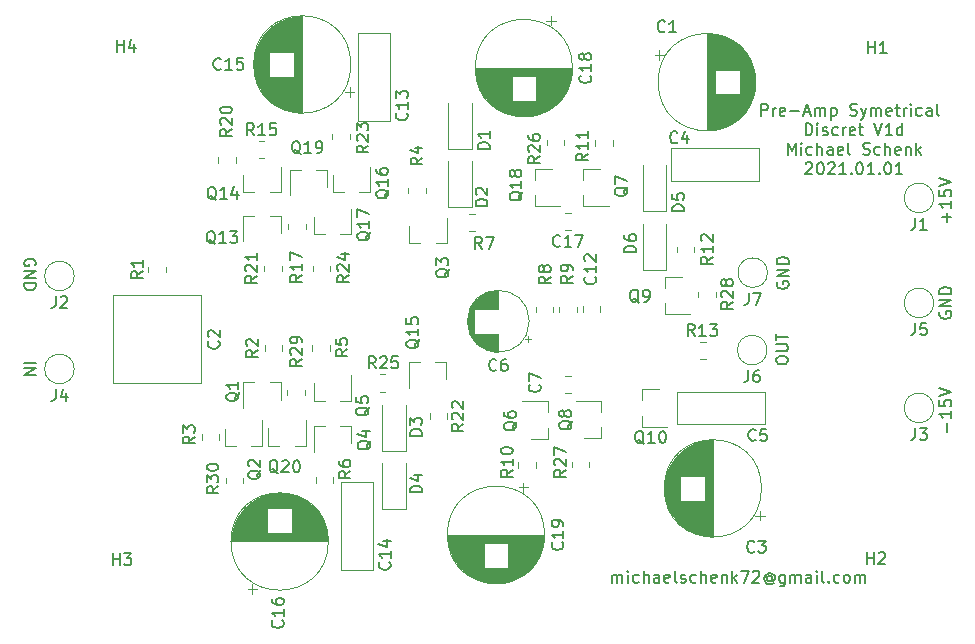
<source format=gbr>
G04 #@! TF.GenerationSoftware,KiCad,Pcbnew,(5.1.8-0-10_14)*
G04 #@! TF.CreationDate,2021-01-02T16:38:02+01:00*
G04 #@! TF.ProjectId,pre-amp-discret,7072652d-616d-4702-9d64-697363726574,rev?*
G04 #@! TF.SameCoordinates,Original*
G04 #@! TF.FileFunction,Legend,Top*
G04 #@! TF.FilePolarity,Positive*
%FSLAX46Y46*%
G04 Gerber Fmt 4.6, Leading zero omitted, Abs format (unit mm)*
G04 Created by KiCad (PCBNEW (5.1.8-0-10_14)) date 2021-01-02 16:38:02*
%MOMM*%
%LPD*%
G01*
G04 APERTURE LIST*
%ADD10C,0.150000*%
%ADD11C,0.120000*%
G04 APERTURE END LIST*
D10*
X200731428Y-132825904D02*
X200731428Y-132064000D01*
X201112380Y-131064000D02*
X201112380Y-131635428D01*
X201112380Y-131349714D02*
X200112380Y-131349714D01*
X200255238Y-131444952D01*
X200350476Y-131540190D01*
X200398095Y-131635428D01*
X200112380Y-130159238D02*
X200112380Y-130635428D01*
X200588571Y-130683047D01*
X200540952Y-130635428D01*
X200493333Y-130540190D01*
X200493333Y-130302095D01*
X200540952Y-130206857D01*
X200588571Y-130159238D01*
X200683809Y-130111619D01*
X200921904Y-130111619D01*
X201017142Y-130159238D01*
X201064761Y-130206857D01*
X201112380Y-130302095D01*
X201112380Y-130540190D01*
X201064761Y-130635428D01*
X201017142Y-130683047D01*
X200112380Y-129825904D02*
X201112380Y-129492571D01*
X200112380Y-129159238D01*
X172394314Y-145587980D02*
X172394314Y-144921314D01*
X172394314Y-145016552D02*
X172441933Y-144968933D01*
X172537171Y-144921314D01*
X172680028Y-144921314D01*
X172775266Y-144968933D01*
X172822885Y-145064171D01*
X172822885Y-145587980D01*
X172822885Y-145064171D02*
X172870504Y-144968933D01*
X172965742Y-144921314D01*
X173108600Y-144921314D01*
X173203838Y-144968933D01*
X173251457Y-145064171D01*
X173251457Y-145587980D01*
X173727647Y-145587980D02*
X173727647Y-144921314D01*
X173727647Y-144587980D02*
X173680028Y-144635600D01*
X173727647Y-144683219D01*
X173775266Y-144635600D01*
X173727647Y-144587980D01*
X173727647Y-144683219D01*
X174632409Y-145540361D02*
X174537171Y-145587980D01*
X174346695Y-145587980D01*
X174251457Y-145540361D01*
X174203838Y-145492742D01*
X174156219Y-145397504D01*
X174156219Y-145111790D01*
X174203838Y-145016552D01*
X174251457Y-144968933D01*
X174346695Y-144921314D01*
X174537171Y-144921314D01*
X174632409Y-144968933D01*
X175060980Y-145587980D02*
X175060980Y-144587980D01*
X175489552Y-145587980D02*
X175489552Y-145064171D01*
X175441933Y-144968933D01*
X175346695Y-144921314D01*
X175203838Y-144921314D01*
X175108600Y-144968933D01*
X175060980Y-145016552D01*
X176394314Y-145587980D02*
X176394314Y-145064171D01*
X176346695Y-144968933D01*
X176251457Y-144921314D01*
X176060980Y-144921314D01*
X175965742Y-144968933D01*
X176394314Y-145540361D02*
X176299076Y-145587980D01*
X176060980Y-145587980D01*
X175965742Y-145540361D01*
X175918123Y-145445123D01*
X175918123Y-145349885D01*
X175965742Y-145254647D01*
X176060980Y-145207028D01*
X176299076Y-145207028D01*
X176394314Y-145159409D01*
X177251457Y-145540361D02*
X177156219Y-145587980D01*
X176965742Y-145587980D01*
X176870504Y-145540361D01*
X176822885Y-145445123D01*
X176822885Y-145064171D01*
X176870504Y-144968933D01*
X176965742Y-144921314D01*
X177156219Y-144921314D01*
X177251457Y-144968933D01*
X177299076Y-145064171D01*
X177299076Y-145159409D01*
X176822885Y-145254647D01*
X177870504Y-145587980D02*
X177775266Y-145540361D01*
X177727647Y-145445123D01*
X177727647Y-144587980D01*
X178203838Y-145540361D02*
X178299076Y-145587980D01*
X178489552Y-145587980D01*
X178584790Y-145540361D01*
X178632409Y-145445123D01*
X178632409Y-145397504D01*
X178584790Y-145302266D01*
X178489552Y-145254647D01*
X178346695Y-145254647D01*
X178251457Y-145207028D01*
X178203838Y-145111790D01*
X178203838Y-145064171D01*
X178251457Y-144968933D01*
X178346695Y-144921314D01*
X178489552Y-144921314D01*
X178584790Y-144968933D01*
X179489552Y-145540361D02*
X179394314Y-145587980D01*
X179203838Y-145587980D01*
X179108600Y-145540361D01*
X179060980Y-145492742D01*
X179013361Y-145397504D01*
X179013361Y-145111790D01*
X179060980Y-145016552D01*
X179108600Y-144968933D01*
X179203838Y-144921314D01*
X179394314Y-144921314D01*
X179489552Y-144968933D01*
X179918123Y-145587980D02*
X179918123Y-144587980D01*
X180346695Y-145587980D02*
X180346695Y-145064171D01*
X180299076Y-144968933D01*
X180203838Y-144921314D01*
X180060980Y-144921314D01*
X179965742Y-144968933D01*
X179918123Y-145016552D01*
X181203838Y-145540361D02*
X181108600Y-145587980D01*
X180918123Y-145587980D01*
X180822885Y-145540361D01*
X180775266Y-145445123D01*
X180775266Y-145064171D01*
X180822885Y-144968933D01*
X180918123Y-144921314D01*
X181108600Y-144921314D01*
X181203838Y-144968933D01*
X181251457Y-145064171D01*
X181251457Y-145159409D01*
X180775266Y-145254647D01*
X181680028Y-144921314D02*
X181680028Y-145587980D01*
X181680028Y-145016552D02*
X181727647Y-144968933D01*
X181822885Y-144921314D01*
X181965742Y-144921314D01*
X182060980Y-144968933D01*
X182108600Y-145064171D01*
X182108600Y-145587980D01*
X182584790Y-145587980D02*
X182584790Y-144587980D01*
X182680028Y-145207028D02*
X182965742Y-145587980D01*
X182965742Y-144921314D02*
X182584790Y-145302266D01*
X183299076Y-144587980D02*
X183965742Y-144587980D01*
X183537171Y-145587980D01*
X184299076Y-144683219D02*
X184346695Y-144635600D01*
X184441933Y-144587980D01*
X184680028Y-144587980D01*
X184775266Y-144635600D01*
X184822885Y-144683219D01*
X184870504Y-144778457D01*
X184870504Y-144873695D01*
X184822885Y-145016552D01*
X184251457Y-145587980D01*
X184870504Y-145587980D01*
X185918123Y-145111790D02*
X185870504Y-145064171D01*
X185775266Y-145016552D01*
X185680028Y-145016552D01*
X185584790Y-145064171D01*
X185537171Y-145111790D01*
X185489552Y-145207028D01*
X185489552Y-145302266D01*
X185537171Y-145397504D01*
X185584790Y-145445123D01*
X185680028Y-145492742D01*
X185775266Y-145492742D01*
X185870504Y-145445123D01*
X185918123Y-145397504D01*
X185918123Y-145016552D02*
X185918123Y-145397504D01*
X185965742Y-145445123D01*
X186013361Y-145445123D01*
X186108600Y-145397504D01*
X186156219Y-145302266D01*
X186156219Y-145064171D01*
X186060980Y-144921314D01*
X185918123Y-144826076D01*
X185727647Y-144778457D01*
X185537171Y-144826076D01*
X185394314Y-144921314D01*
X185299076Y-145064171D01*
X185251457Y-145254647D01*
X185299076Y-145445123D01*
X185394314Y-145587980D01*
X185537171Y-145683219D01*
X185727647Y-145730838D01*
X185918123Y-145683219D01*
X186060980Y-145587980D01*
X187013361Y-144921314D02*
X187013361Y-145730838D01*
X186965742Y-145826076D01*
X186918123Y-145873695D01*
X186822885Y-145921314D01*
X186680028Y-145921314D01*
X186584790Y-145873695D01*
X187013361Y-145540361D02*
X186918123Y-145587980D01*
X186727647Y-145587980D01*
X186632409Y-145540361D01*
X186584790Y-145492742D01*
X186537171Y-145397504D01*
X186537171Y-145111790D01*
X186584790Y-145016552D01*
X186632409Y-144968933D01*
X186727647Y-144921314D01*
X186918123Y-144921314D01*
X187013361Y-144968933D01*
X187489552Y-145587980D02*
X187489552Y-144921314D01*
X187489552Y-145016552D02*
X187537171Y-144968933D01*
X187632409Y-144921314D01*
X187775266Y-144921314D01*
X187870504Y-144968933D01*
X187918123Y-145064171D01*
X187918123Y-145587980D01*
X187918123Y-145064171D02*
X187965742Y-144968933D01*
X188060980Y-144921314D01*
X188203838Y-144921314D01*
X188299076Y-144968933D01*
X188346695Y-145064171D01*
X188346695Y-145587980D01*
X189251457Y-145587980D02*
X189251457Y-145064171D01*
X189203838Y-144968933D01*
X189108600Y-144921314D01*
X188918123Y-144921314D01*
X188822885Y-144968933D01*
X189251457Y-145540361D02*
X189156219Y-145587980D01*
X188918123Y-145587980D01*
X188822885Y-145540361D01*
X188775266Y-145445123D01*
X188775266Y-145349885D01*
X188822885Y-145254647D01*
X188918123Y-145207028D01*
X189156219Y-145207028D01*
X189251457Y-145159409D01*
X189727647Y-145587980D02*
X189727647Y-144921314D01*
X189727647Y-144587980D02*
X189680028Y-144635600D01*
X189727647Y-144683219D01*
X189775266Y-144635600D01*
X189727647Y-144587980D01*
X189727647Y-144683219D01*
X190346695Y-145587980D02*
X190251457Y-145540361D01*
X190203838Y-145445123D01*
X190203838Y-144587980D01*
X190727647Y-145492742D02*
X190775266Y-145540361D01*
X190727647Y-145587980D01*
X190680028Y-145540361D01*
X190727647Y-145492742D01*
X190727647Y-145587980D01*
X191632409Y-145540361D02*
X191537171Y-145587980D01*
X191346695Y-145587980D01*
X191251457Y-145540361D01*
X191203838Y-145492742D01*
X191156219Y-145397504D01*
X191156219Y-145111790D01*
X191203838Y-145016552D01*
X191251457Y-144968933D01*
X191346695Y-144921314D01*
X191537171Y-144921314D01*
X191632409Y-144968933D01*
X192203838Y-145587980D02*
X192108600Y-145540361D01*
X192060980Y-145492742D01*
X192013361Y-145397504D01*
X192013361Y-145111790D01*
X192060980Y-145016552D01*
X192108600Y-144968933D01*
X192203838Y-144921314D01*
X192346695Y-144921314D01*
X192441933Y-144968933D01*
X192489552Y-145016552D01*
X192537171Y-145111790D01*
X192537171Y-145397504D01*
X192489552Y-145492742D01*
X192441933Y-145540361D01*
X192346695Y-145587980D01*
X192203838Y-145587980D01*
X192965742Y-145587980D02*
X192965742Y-144921314D01*
X192965742Y-145016552D02*
X193013361Y-144968933D01*
X193108600Y-144921314D01*
X193251457Y-144921314D01*
X193346695Y-144968933D01*
X193394314Y-145064171D01*
X193394314Y-145587980D01*
X193394314Y-145064171D02*
X193441933Y-144968933D01*
X193537171Y-144921314D01*
X193680028Y-144921314D01*
X193775266Y-144968933D01*
X193822885Y-145064171D01*
X193822885Y-145587980D01*
X185017757Y-106067080D02*
X185017757Y-105067080D01*
X185398709Y-105067080D01*
X185493947Y-105114700D01*
X185541566Y-105162319D01*
X185589185Y-105257557D01*
X185589185Y-105400414D01*
X185541566Y-105495652D01*
X185493947Y-105543271D01*
X185398709Y-105590890D01*
X185017757Y-105590890D01*
X186017757Y-106067080D02*
X186017757Y-105400414D01*
X186017757Y-105590890D02*
X186065376Y-105495652D01*
X186112995Y-105448033D01*
X186208233Y-105400414D01*
X186303471Y-105400414D01*
X187017757Y-106019461D02*
X186922519Y-106067080D01*
X186732042Y-106067080D01*
X186636804Y-106019461D01*
X186589185Y-105924223D01*
X186589185Y-105543271D01*
X186636804Y-105448033D01*
X186732042Y-105400414D01*
X186922519Y-105400414D01*
X187017757Y-105448033D01*
X187065376Y-105543271D01*
X187065376Y-105638509D01*
X186589185Y-105733747D01*
X187493947Y-105686128D02*
X188255852Y-105686128D01*
X188684423Y-105781366D02*
X189160614Y-105781366D01*
X188589185Y-106067080D02*
X188922519Y-105067080D01*
X189255852Y-106067080D01*
X189589185Y-106067080D02*
X189589185Y-105400414D01*
X189589185Y-105495652D02*
X189636804Y-105448033D01*
X189732042Y-105400414D01*
X189874900Y-105400414D01*
X189970138Y-105448033D01*
X190017757Y-105543271D01*
X190017757Y-106067080D01*
X190017757Y-105543271D02*
X190065376Y-105448033D01*
X190160614Y-105400414D01*
X190303471Y-105400414D01*
X190398709Y-105448033D01*
X190446328Y-105543271D01*
X190446328Y-106067080D01*
X190922519Y-105400414D02*
X190922519Y-106400414D01*
X190922519Y-105448033D02*
X191017757Y-105400414D01*
X191208233Y-105400414D01*
X191303471Y-105448033D01*
X191351090Y-105495652D01*
X191398709Y-105590890D01*
X191398709Y-105876604D01*
X191351090Y-105971842D01*
X191303471Y-106019461D01*
X191208233Y-106067080D01*
X191017757Y-106067080D01*
X190922519Y-106019461D01*
X192541566Y-106019461D02*
X192684423Y-106067080D01*
X192922519Y-106067080D01*
X193017757Y-106019461D01*
X193065376Y-105971842D01*
X193112995Y-105876604D01*
X193112995Y-105781366D01*
X193065376Y-105686128D01*
X193017757Y-105638509D01*
X192922519Y-105590890D01*
X192732042Y-105543271D01*
X192636804Y-105495652D01*
X192589185Y-105448033D01*
X192541566Y-105352795D01*
X192541566Y-105257557D01*
X192589185Y-105162319D01*
X192636804Y-105114700D01*
X192732042Y-105067080D01*
X192970138Y-105067080D01*
X193112995Y-105114700D01*
X193446328Y-105400414D02*
X193684423Y-106067080D01*
X193922519Y-105400414D02*
X193684423Y-106067080D01*
X193589185Y-106305176D01*
X193541566Y-106352795D01*
X193446328Y-106400414D01*
X194303471Y-106067080D02*
X194303471Y-105400414D01*
X194303471Y-105495652D02*
X194351090Y-105448033D01*
X194446328Y-105400414D01*
X194589185Y-105400414D01*
X194684423Y-105448033D01*
X194732042Y-105543271D01*
X194732042Y-106067080D01*
X194732042Y-105543271D02*
X194779661Y-105448033D01*
X194874900Y-105400414D01*
X195017757Y-105400414D01*
X195112995Y-105448033D01*
X195160614Y-105543271D01*
X195160614Y-106067080D01*
X196017757Y-106019461D02*
X195922519Y-106067080D01*
X195732042Y-106067080D01*
X195636804Y-106019461D01*
X195589185Y-105924223D01*
X195589185Y-105543271D01*
X195636804Y-105448033D01*
X195732042Y-105400414D01*
X195922519Y-105400414D01*
X196017757Y-105448033D01*
X196065376Y-105543271D01*
X196065376Y-105638509D01*
X195589185Y-105733747D01*
X196351090Y-105400414D02*
X196732042Y-105400414D01*
X196493947Y-105067080D02*
X196493947Y-105924223D01*
X196541566Y-106019461D01*
X196636804Y-106067080D01*
X196732042Y-106067080D01*
X197065376Y-106067080D02*
X197065376Y-105400414D01*
X197065376Y-105590890D02*
X197112995Y-105495652D01*
X197160614Y-105448033D01*
X197255852Y-105400414D01*
X197351090Y-105400414D01*
X197684423Y-106067080D02*
X197684423Y-105400414D01*
X197684423Y-105067080D02*
X197636804Y-105114700D01*
X197684423Y-105162319D01*
X197732042Y-105114700D01*
X197684423Y-105067080D01*
X197684423Y-105162319D01*
X198589185Y-106019461D02*
X198493947Y-106067080D01*
X198303471Y-106067080D01*
X198208233Y-106019461D01*
X198160614Y-105971842D01*
X198112995Y-105876604D01*
X198112995Y-105590890D01*
X198160614Y-105495652D01*
X198208233Y-105448033D01*
X198303471Y-105400414D01*
X198493947Y-105400414D01*
X198589185Y-105448033D01*
X199446328Y-106067080D02*
X199446328Y-105543271D01*
X199398709Y-105448033D01*
X199303471Y-105400414D01*
X199112995Y-105400414D01*
X199017757Y-105448033D01*
X199446328Y-106019461D02*
X199351090Y-106067080D01*
X199112995Y-106067080D01*
X199017757Y-106019461D01*
X198970138Y-105924223D01*
X198970138Y-105828985D01*
X199017757Y-105733747D01*
X199112995Y-105686128D01*
X199351090Y-105686128D01*
X199446328Y-105638509D01*
X200065376Y-106067080D02*
X199970138Y-106019461D01*
X199922519Y-105924223D01*
X199922519Y-105067080D01*
X188779661Y-107717080D02*
X188779661Y-106717080D01*
X189017757Y-106717080D01*
X189160614Y-106764700D01*
X189255852Y-106859938D01*
X189303471Y-106955176D01*
X189351090Y-107145652D01*
X189351090Y-107288509D01*
X189303471Y-107478985D01*
X189255852Y-107574223D01*
X189160614Y-107669461D01*
X189017757Y-107717080D01*
X188779661Y-107717080D01*
X189779661Y-107717080D02*
X189779661Y-107050414D01*
X189779661Y-106717080D02*
X189732042Y-106764700D01*
X189779661Y-106812319D01*
X189827280Y-106764700D01*
X189779661Y-106717080D01*
X189779661Y-106812319D01*
X190208233Y-107669461D02*
X190303471Y-107717080D01*
X190493947Y-107717080D01*
X190589185Y-107669461D01*
X190636804Y-107574223D01*
X190636804Y-107526604D01*
X190589185Y-107431366D01*
X190493947Y-107383747D01*
X190351090Y-107383747D01*
X190255852Y-107336128D01*
X190208233Y-107240890D01*
X190208233Y-107193271D01*
X190255852Y-107098033D01*
X190351090Y-107050414D01*
X190493947Y-107050414D01*
X190589185Y-107098033D01*
X191493947Y-107669461D02*
X191398709Y-107717080D01*
X191208233Y-107717080D01*
X191112995Y-107669461D01*
X191065376Y-107621842D01*
X191017757Y-107526604D01*
X191017757Y-107240890D01*
X191065376Y-107145652D01*
X191112995Y-107098033D01*
X191208233Y-107050414D01*
X191398709Y-107050414D01*
X191493947Y-107098033D01*
X191922519Y-107717080D02*
X191922519Y-107050414D01*
X191922519Y-107240890D02*
X191970138Y-107145652D01*
X192017757Y-107098033D01*
X192112995Y-107050414D01*
X192208233Y-107050414D01*
X192922519Y-107669461D02*
X192827280Y-107717080D01*
X192636804Y-107717080D01*
X192541566Y-107669461D01*
X192493947Y-107574223D01*
X192493947Y-107193271D01*
X192541566Y-107098033D01*
X192636804Y-107050414D01*
X192827280Y-107050414D01*
X192922519Y-107098033D01*
X192970138Y-107193271D01*
X192970138Y-107288509D01*
X192493947Y-107383747D01*
X193255852Y-107050414D02*
X193636804Y-107050414D01*
X193398709Y-106717080D02*
X193398709Y-107574223D01*
X193446328Y-107669461D01*
X193541566Y-107717080D01*
X193636804Y-107717080D01*
X194589185Y-106717080D02*
X194922519Y-107717080D01*
X195255852Y-106717080D01*
X196112995Y-107717080D02*
X195541566Y-107717080D01*
X195827280Y-107717080D02*
X195827280Y-106717080D01*
X195732042Y-106859938D01*
X195636804Y-106955176D01*
X195541566Y-107002795D01*
X196970138Y-107717080D02*
X196970138Y-106717080D01*
X196970138Y-107669461D02*
X196874900Y-107717080D01*
X196684423Y-107717080D01*
X196589185Y-107669461D01*
X196541566Y-107621842D01*
X196493947Y-107526604D01*
X196493947Y-107240890D01*
X196541566Y-107145652D01*
X196589185Y-107098033D01*
X196684423Y-107050414D01*
X196874900Y-107050414D01*
X196970138Y-107098033D01*
X187255852Y-109367080D02*
X187255852Y-108367080D01*
X187589185Y-109081366D01*
X187922519Y-108367080D01*
X187922519Y-109367080D01*
X188398709Y-109367080D02*
X188398709Y-108700414D01*
X188398709Y-108367080D02*
X188351090Y-108414700D01*
X188398709Y-108462319D01*
X188446328Y-108414700D01*
X188398709Y-108367080D01*
X188398709Y-108462319D01*
X189303471Y-109319461D02*
X189208233Y-109367080D01*
X189017757Y-109367080D01*
X188922519Y-109319461D01*
X188874900Y-109271842D01*
X188827280Y-109176604D01*
X188827280Y-108890890D01*
X188874900Y-108795652D01*
X188922519Y-108748033D01*
X189017757Y-108700414D01*
X189208233Y-108700414D01*
X189303471Y-108748033D01*
X189732042Y-109367080D02*
X189732042Y-108367080D01*
X190160614Y-109367080D02*
X190160614Y-108843271D01*
X190112995Y-108748033D01*
X190017757Y-108700414D01*
X189874900Y-108700414D01*
X189779661Y-108748033D01*
X189732042Y-108795652D01*
X191065376Y-109367080D02*
X191065376Y-108843271D01*
X191017757Y-108748033D01*
X190922519Y-108700414D01*
X190732042Y-108700414D01*
X190636804Y-108748033D01*
X191065376Y-109319461D02*
X190970138Y-109367080D01*
X190732042Y-109367080D01*
X190636804Y-109319461D01*
X190589185Y-109224223D01*
X190589185Y-109128985D01*
X190636804Y-109033747D01*
X190732042Y-108986128D01*
X190970138Y-108986128D01*
X191065376Y-108938509D01*
X191922519Y-109319461D02*
X191827280Y-109367080D01*
X191636804Y-109367080D01*
X191541566Y-109319461D01*
X191493947Y-109224223D01*
X191493947Y-108843271D01*
X191541566Y-108748033D01*
X191636804Y-108700414D01*
X191827280Y-108700414D01*
X191922519Y-108748033D01*
X191970138Y-108843271D01*
X191970138Y-108938509D01*
X191493947Y-109033747D01*
X192541566Y-109367080D02*
X192446328Y-109319461D01*
X192398709Y-109224223D01*
X192398709Y-108367080D01*
X193636804Y-109319461D02*
X193779661Y-109367080D01*
X194017757Y-109367080D01*
X194112995Y-109319461D01*
X194160614Y-109271842D01*
X194208233Y-109176604D01*
X194208233Y-109081366D01*
X194160614Y-108986128D01*
X194112995Y-108938509D01*
X194017757Y-108890890D01*
X193827280Y-108843271D01*
X193732042Y-108795652D01*
X193684423Y-108748033D01*
X193636804Y-108652795D01*
X193636804Y-108557557D01*
X193684423Y-108462319D01*
X193732042Y-108414700D01*
X193827280Y-108367080D01*
X194065376Y-108367080D01*
X194208233Y-108414700D01*
X195065376Y-109319461D02*
X194970138Y-109367080D01*
X194779661Y-109367080D01*
X194684423Y-109319461D01*
X194636804Y-109271842D01*
X194589185Y-109176604D01*
X194589185Y-108890890D01*
X194636804Y-108795652D01*
X194684423Y-108748033D01*
X194779661Y-108700414D01*
X194970138Y-108700414D01*
X195065376Y-108748033D01*
X195493947Y-109367080D02*
X195493947Y-108367080D01*
X195922519Y-109367080D02*
X195922519Y-108843271D01*
X195874900Y-108748033D01*
X195779661Y-108700414D01*
X195636804Y-108700414D01*
X195541566Y-108748033D01*
X195493947Y-108795652D01*
X196779661Y-109319461D02*
X196684423Y-109367080D01*
X196493947Y-109367080D01*
X196398709Y-109319461D01*
X196351090Y-109224223D01*
X196351090Y-108843271D01*
X196398709Y-108748033D01*
X196493947Y-108700414D01*
X196684423Y-108700414D01*
X196779661Y-108748033D01*
X196827280Y-108843271D01*
X196827280Y-108938509D01*
X196351090Y-109033747D01*
X197255852Y-108700414D02*
X197255852Y-109367080D01*
X197255852Y-108795652D02*
X197303471Y-108748033D01*
X197398709Y-108700414D01*
X197541566Y-108700414D01*
X197636804Y-108748033D01*
X197684423Y-108843271D01*
X197684423Y-109367080D01*
X198160614Y-109367080D02*
X198160614Y-108367080D01*
X198255852Y-108986128D02*
X198541566Y-109367080D01*
X198541566Y-108700414D02*
X198160614Y-109081366D01*
X188779661Y-110112319D02*
X188827280Y-110064700D01*
X188922519Y-110017080D01*
X189160614Y-110017080D01*
X189255852Y-110064700D01*
X189303471Y-110112319D01*
X189351090Y-110207557D01*
X189351090Y-110302795D01*
X189303471Y-110445652D01*
X188732042Y-111017080D01*
X189351090Y-111017080D01*
X189970138Y-110017080D02*
X190065376Y-110017080D01*
X190160614Y-110064700D01*
X190208233Y-110112319D01*
X190255852Y-110207557D01*
X190303471Y-110398033D01*
X190303471Y-110636128D01*
X190255852Y-110826604D01*
X190208233Y-110921842D01*
X190160614Y-110969461D01*
X190065376Y-111017080D01*
X189970138Y-111017080D01*
X189874900Y-110969461D01*
X189827280Y-110921842D01*
X189779661Y-110826604D01*
X189732042Y-110636128D01*
X189732042Y-110398033D01*
X189779661Y-110207557D01*
X189827280Y-110112319D01*
X189874900Y-110064700D01*
X189970138Y-110017080D01*
X190684423Y-110112319D02*
X190732042Y-110064700D01*
X190827280Y-110017080D01*
X191065376Y-110017080D01*
X191160614Y-110064700D01*
X191208233Y-110112319D01*
X191255852Y-110207557D01*
X191255852Y-110302795D01*
X191208233Y-110445652D01*
X190636804Y-111017080D01*
X191255852Y-111017080D01*
X192208233Y-111017080D02*
X191636804Y-111017080D01*
X191922519Y-111017080D02*
X191922519Y-110017080D01*
X191827280Y-110159938D01*
X191732042Y-110255176D01*
X191636804Y-110302795D01*
X192636804Y-110921842D02*
X192684423Y-110969461D01*
X192636804Y-111017080D01*
X192589185Y-110969461D01*
X192636804Y-110921842D01*
X192636804Y-111017080D01*
X193303471Y-110017080D02*
X193398709Y-110017080D01*
X193493947Y-110064700D01*
X193541566Y-110112319D01*
X193589185Y-110207557D01*
X193636804Y-110398033D01*
X193636804Y-110636128D01*
X193589185Y-110826604D01*
X193541566Y-110921842D01*
X193493947Y-110969461D01*
X193398709Y-111017080D01*
X193303471Y-111017080D01*
X193208233Y-110969461D01*
X193160614Y-110921842D01*
X193112995Y-110826604D01*
X193065376Y-110636128D01*
X193065376Y-110398033D01*
X193112995Y-110207557D01*
X193160614Y-110112319D01*
X193208233Y-110064700D01*
X193303471Y-110017080D01*
X194589185Y-111017080D02*
X194017757Y-111017080D01*
X194303471Y-111017080D02*
X194303471Y-110017080D01*
X194208233Y-110159938D01*
X194112995Y-110255176D01*
X194017757Y-110302795D01*
X195017757Y-110921842D02*
X195065376Y-110969461D01*
X195017757Y-111017080D01*
X194970138Y-110969461D01*
X195017757Y-110921842D01*
X195017757Y-111017080D01*
X195684423Y-110017080D02*
X195779661Y-110017080D01*
X195874900Y-110064700D01*
X195922519Y-110112319D01*
X195970138Y-110207557D01*
X196017757Y-110398033D01*
X196017757Y-110636128D01*
X195970138Y-110826604D01*
X195922519Y-110921842D01*
X195874900Y-110969461D01*
X195779661Y-111017080D01*
X195684423Y-111017080D01*
X195589185Y-110969461D01*
X195541566Y-110921842D01*
X195493947Y-110826604D01*
X195446328Y-110636128D01*
X195446328Y-110398033D01*
X195493947Y-110207557D01*
X195541566Y-110112319D01*
X195589185Y-110064700D01*
X195684423Y-110017080D01*
X196970138Y-111017080D02*
X196398709Y-111017080D01*
X196684423Y-111017080D02*
X196684423Y-110017080D01*
X196589185Y-110159938D01*
X196493947Y-110255176D01*
X196398709Y-110302795D01*
X186380500Y-120141904D02*
X186332880Y-120237142D01*
X186332880Y-120380000D01*
X186380500Y-120522857D01*
X186475738Y-120618095D01*
X186570976Y-120665714D01*
X186761452Y-120713333D01*
X186904309Y-120713333D01*
X187094785Y-120665714D01*
X187190023Y-120618095D01*
X187285261Y-120522857D01*
X187332880Y-120380000D01*
X187332880Y-120284761D01*
X187285261Y-120141904D01*
X187237642Y-120094285D01*
X186904309Y-120094285D01*
X186904309Y-120284761D01*
X187332880Y-119665714D02*
X186332880Y-119665714D01*
X187332880Y-119094285D01*
X186332880Y-119094285D01*
X187332880Y-118618095D02*
X186332880Y-118618095D01*
X186332880Y-118380000D01*
X186380500Y-118237142D01*
X186475738Y-118141904D01*
X186570976Y-118094285D01*
X186761452Y-118046666D01*
X186904309Y-118046666D01*
X187094785Y-118094285D01*
X187190023Y-118141904D01*
X187285261Y-118237142D01*
X187332880Y-118380000D01*
X187332880Y-118618095D01*
X186269380Y-126857000D02*
X186269380Y-126666523D01*
X186317000Y-126571285D01*
X186412238Y-126476047D01*
X186602714Y-126428428D01*
X186936047Y-126428428D01*
X187126523Y-126476047D01*
X187221761Y-126571285D01*
X187269380Y-126666523D01*
X187269380Y-126857000D01*
X187221761Y-126952238D01*
X187126523Y-127047476D01*
X186936047Y-127095095D01*
X186602714Y-127095095D01*
X186412238Y-127047476D01*
X186317000Y-126952238D01*
X186269380Y-126857000D01*
X186269380Y-125999857D02*
X187078904Y-125999857D01*
X187174142Y-125952238D01*
X187221761Y-125904619D01*
X187269380Y-125809380D01*
X187269380Y-125618904D01*
X187221761Y-125523666D01*
X187174142Y-125476047D01*
X187078904Y-125428428D01*
X186269380Y-125428428D01*
X186269380Y-125095095D02*
X186269380Y-124523666D01*
X187269380Y-124809380D02*
X186269380Y-124809380D01*
X123563000Y-118745095D02*
X123610619Y-118649857D01*
X123610619Y-118507000D01*
X123563000Y-118364142D01*
X123467761Y-118268904D01*
X123372523Y-118221285D01*
X123182047Y-118173666D01*
X123039190Y-118173666D01*
X122848714Y-118221285D01*
X122753476Y-118268904D01*
X122658238Y-118364142D01*
X122610619Y-118507000D01*
X122610619Y-118602238D01*
X122658238Y-118745095D01*
X122705857Y-118792714D01*
X123039190Y-118792714D01*
X123039190Y-118602238D01*
X122610619Y-119221285D02*
X123610619Y-119221285D01*
X122610619Y-119792714D01*
X123610619Y-119792714D01*
X122610619Y-120268904D02*
X123610619Y-120268904D01*
X123610619Y-120507000D01*
X123563000Y-120649857D01*
X123467761Y-120745095D01*
X123372523Y-120792714D01*
X123182047Y-120840333D01*
X123039190Y-120840333D01*
X122848714Y-120792714D01*
X122753476Y-120745095D01*
X122658238Y-120649857D01*
X122610619Y-120507000D01*
X122610619Y-120268904D01*
X122610619Y-126984190D02*
X123610619Y-126984190D01*
X122610619Y-127460380D02*
X123610619Y-127460380D01*
X122610619Y-128031809D01*
X123610619Y-128031809D01*
X200160000Y-122681904D02*
X200112380Y-122777142D01*
X200112380Y-122920000D01*
X200160000Y-123062857D01*
X200255238Y-123158095D01*
X200350476Y-123205714D01*
X200540952Y-123253333D01*
X200683809Y-123253333D01*
X200874285Y-123205714D01*
X200969523Y-123158095D01*
X201064761Y-123062857D01*
X201112380Y-122920000D01*
X201112380Y-122824761D01*
X201064761Y-122681904D01*
X201017142Y-122634285D01*
X200683809Y-122634285D01*
X200683809Y-122824761D01*
X201112380Y-122205714D02*
X200112380Y-122205714D01*
X201112380Y-121634285D01*
X200112380Y-121634285D01*
X201112380Y-121158095D02*
X200112380Y-121158095D01*
X200112380Y-120920000D01*
X200160000Y-120777142D01*
X200255238Y-120681904D01*
X200350476Y-120634285D01*
X200540952Y-120586666D01*
X200683809Y-120586666D01*
X200874285Y-120634285D01*
X200969523Y-120681904D01*
X201064761Y-120777142D01*
X201112380Y-120920000D01*
X201112380Y-121158095D01*
X200731428Y-115045904D02*
X200731428Y-114284000D01*
X201112380Y-114664952D02*
X200350476Y-114664952D01*
X201112380Y-113284000D02*
X201112380Y-113855428D01*
X201112380Y-113569714D02*
X200112380Y-113569714D01*
X200255238Y-113664952D01*
X200350476Y-113760190D01*
X200398095Y-113855428D01*
X200112380Y-112379238D02*
X200112380Y-112855428D01*
X200588571Y-112903047D01*
X200540952Y-112855428D01*
X200493333Y-112760190D01*
X200493333Y-112522095D01*
X200540952Y-112426857D01*
X200588571Y-112379238D01*
X200683809Y-112331619D01*
X200921904Y-112331619D01*
X201017142Y-112379238D01*
X201064761Y-112426857D01*
X201112380Y-112522095D01*
X201112380Y-112760190D01*
X201064761Y-112855428D01*
X201017142Y-112903047D01*
X200112380Y-112045904D02*
X201112380Y-111712571D01*
X200112380Y-111379238D01*
D11*
X184533600Y-103225600D02*
G75*
G03*
X184533600Y-103225600I-4120000J0D01*
G01*
X180413600Y-99145600D02*
X180413600Y-107305600D01*
X180453600Y-99145600D02*
X180453600Y-107305600D01*
X180493600Y-99145600D02*
X180493600Y-107305600D01*
X180533600Y-99146600D02*
X180533600Y-107304600D01*
X180573600Y-99148600D02*
X180573600Y-107302600D01*
X180613600Y-99149600D02*
X180613600Y-107301600D01*
X180653600Y-99151600D02*
X180653600Y-107299600D01*
X180693600Y-99154600D02*
X180693600Y-107296600D01*
X180733600Y-99157600D02*
X180733600Y-107293600D01*
X180773600Y-99160600D02*
X180773600Y-107290600D01*
X180813600Y-99164600D02*
X180813600Y-107286600D01*
X180853600Y-99168600D02*
X180853600Y-107282600D01*
X180893600Y-99173600D02*
X180893600Y-107277600D01*
X180933600Y-99177600D02*
X180933600Y-107273600D01*
X180973600Y-99183600D02*
X180973600Y-107267600D01*
X181013600Y-99188600D02*
X181013600Y-107262600D01*
X181053600Y-99195600D02*
X181053600Y-107255600D01*
X181093600Y-99201600D02*
X181093600Y-107249600D01*
X181134600Y-99208600D02*
X181134600Y-102185600D01*
X181134600Y-104265600D02*
X181134600Y-107242600D01*
X181174600Y-99215600D02*
X181174600Y-102185600D01*
X181174600Y-104265600D02*
X181174600Y-107235600D01*
X181214600Y-99223600D02*
X181214600Y-102185600D01*
X181214600Y-104265600D02*
X181214600Y-107227600D01*
X181254600Y-99231600D02*
X181254600Y-102185600D01*
X181254600Y-104265600D02*
X181254600Y-107219600D01*
X181294600Y-99240600D02*
X181294600Y-102185600D01*
X181294600Y-104265600D02*
X181294600Y-107210600D01*
X181334600Y-99249600D02*
X181334600Y-102185600D01*
X181334600Y-104265600D02*
X181334600Y-107201600D01*
X181374600Y-99258600D02*
X181374600Y-102185600D01*
X181374600Y-104265600D02*
X181374600Y-107192600D01*
X181414600Y-99268600D02*
X181414600Y-102185600D01*
X181414600Y-104265600D02*
X181414600Y-107182600D01*
X181454600Y-99278600D02*
X181454600Y-102185600D01*
X181454600Y-104265600D02*
X181454600Y-107172600D01*
X181494600Y-99289600D02*
X181494600Y-102185600D01*
X181494600Y-104265600D02*
X181494600Y-107161600D01*
X181534600Y-99300600D02*
X181534600Y-102185600D01*
X181534600Y-104265600D02*
X181534600Y-107150600D01*
X181574600Y-99311600D02*
X181574600Y-102185600D01*
X181574600Y-104265600D02*
X181574600Y-107139600D01*
X181614600Y-99323600D02*
X181614600Y-102185600D01*
X181614600Y-104265600D02*
X181614600Y-107127600D01*
X181654600Y-99336600D02*
X181654600Y-102185600D01*
X181654600Y-104265600D02*
X181654600Y-107114600D01*
X181694600Y-99348600D02*
X181694600Y-102185600D01*
X181694600Y-104265600D02*
X181694600Y-107102600D01*
X181734600Y-99362600D02*
X181734600Y-102185600D01*
X181734600Y-104265600D02*
X181734600Y-107088600D01*
X181774600Y-99375600D02*
X181774600Y-102185600D01*
X181774600Y-104265600D02*
X181774600Y-107075600D01*
X181814600Y-99390600D02*
X181814600Y-102185600D01*
X181814600Y-104265600D02*
X181814600Y-107060600D01*
X181854600Y-99404600D02*
X181854600Y-102185600D01*
X181854600Y-104265600D02*
X181854600Y-107046600D01*
X181894600Y-99420600D02*
X181894600Y-102185600D01*
X181894600Y-104265600D02*
X181894600Y-107030600D01*
X181934600Y-99435600D02*
X181934600Y-102185600D01*
X181934600Y-104265600D02*
X181934600Y-107015600D01*
X181974600Y-99451600D02*
X181974600Y-102185600D01*
X181974600Y-104265600D02*
X181974600Y-106999600D01*
X182014600Y-99468600D02*
X182014600Y-102185600D01*
X182014600Y-104265600D02*
X182014600Y-106982600D01*
X182054600Y-99485600D02*
X182054600Y-102185600D01*
X182054600Y-104265600D02*
X182054600Y-106965600D01*
X182094600Y-99503600D02*
X182094600Y-102185600D01*
X182094600Y-104265600D02*
X182094600Y-106947600D01*
X182134600Y-99521600D02*
X182134600Y-102185600D01*
X182134600Y-104265600D02*
X182134600Y-106929600D01*
X182174600Y-99539600D02*
X182174600Y-102185600D01*
X182174600Y-104265600D02*
X182174600Y-106911600D01*
X182214600Y-99559600D02*
X182214600Y-102185600D01*
X182214600Y-104265600D02*
X182214600Y-106891600D01*
X182254600Y-99578600D02*
X182254600Y-102185600D01*
X182254600Y-104265600D02*
X182254600Y-106872600D01*
X182294600Y-99598600D02*
X182294600Y-102185600D01*
X182294600Y-104265600D02*
X182294600Y-106852600D01*
X182334600Y-99619600D02*
X182334600Y-102185600D01*
X182334600Y-104265600D02*
X182334600Y-106831600D01*
X182374600Y-99641600D02*
X182374600Y-102185600D01*
X182374600Y-104265600D02*
X182374600Y-106809600D01*
X182414600Y-99663600D02*
X182414600Y-102185600D01*
X182414600Y-104265600D02*
X182414600Y-106787600D01*
X182454600Y-99685600D02*
X182454600Y-102185600D01*
X182454600Y-104265600D02*
X182454600Y-106765600D01*
X182494600Y-99708600D02*
X182494600Y-102185600D01*
X182494600Y-104265600D02*
X182494600Y-106742600D01*
X182534600Y-99732600D02*
X182534600Y-102185600D01*
X182534600Y-104265600D02*
X182534600Y-106718600D01*
X182574600Y-99756600D02*
X182574600Y-102185600D01*
X182574600Y-104265600D02*
X182574600Y-106694600D01*
X182614600Y-99781600D02*
X182614600Y-102185600D01*
X182614600Y-104265600D02*
X182614600Y-106669600D01*
X182654600Y-99807600D02*
X182654600Y-102185600D01*
X182654600Y-104265600D02*
X182654600Y-106643600D01*
X182694600Y-99833600D02*
X182694600Y-102185600D01*
X182694600Y-104265600D02*
X182694600Y-106617600D01*
X182734600Y-99860600D02*
X182734600Y-102185600D01*
X182734600Y-104265600D02*
X182734600Y-106590600D01*
X182774600Y-99887600D02*
X182774600Y-102185600D01*
X182774600Y-104265600D02*
X182774600Y-106563600D01*
X182814600Y-99916600D02*
X182814600Y-102185600D01*
X182814600Y-104265600D02*
X182814600Y-106534600D01*
X182854600Y-99945600D02*
X182854600Y-102185600D01*
X182854600Y-104265600D02*
X182854600Y-106505600D01*
X182894600Y-99975600D02*
X182894600Y-102185600D01*
X182894600Y-104265600D02*
X182894600Y-106475600D01*
X182934600Y-100005600D02*
X182934600Y-102185600D01*
X182934600Y-104265600D02*
X182934600Y-106445600D01*
X182974600Y-100036600D02*
X182974600Y-102185600D01*
X182974600Y-104265600D02*
X182974600Y-106414600D01*
X183014600Y-100069600D02*
X183014600Y-102185600D01*
X183014600Y-104265600D02*
X183014600Y-106381600D01*
X183054600Y-100101600D02*
X183054600Y-102185600D01*
X183054600Y-104265600D02*
X183054600Y-106349600D01*
X183094600Y-100135600D02*
X183094600Y-102185600D01*
X183094600Y-104265600D02*
X183094600Y-106315600D01*
X183134600Y-100170600D02*
X183134600Y-102185600D01*
X183134600Y-104265600D02*
X183134600Y-106280600D01*
X183174600Y-100206600D02*
X183174600Y-102185600D01*
X183174600Y-104265600D02*
X183174600Y-106244600D01*
X183214600Y-100242600D02*
X183214600Y-106208600D01*
X183254600Y-100280600D02*
X183254600Y-106170600D01*
X183294600Y-100318600D02*
X183294600Y-106132600D01*
X183334600Y-100358600D02*
X183334600Y-106092600D01*
X183374600Y-100399600D02*
X183374600Y-106051600D01*
X183414600Y-100441600D02*
X183414600Y-106009600D01*
X183454600Y-100484600D02*
X183454600Y-105966600D01*
X183494600Y-100528600D02*
X183494600Y-105922600D01*
X183534600Y-100574600D02*
X183534600Y-105876600D01*
X183574600Y-100621600D02*
X183574600Y-105829600D01*
X183614600Y-100669600D02*
X183614600Y-105781600D01*
X183654600Y-100720600D02*
X183654600Y-105730600D01*
X183694600Y-100771600D02*
X183694600Y-105679600D01*
X183734600Y-100825600D02*
X183734600Y-105625600D01*
X183774600Y-100880600D02*
X183774600Y-105570600D01*
X183814600Y-100938600D02*
X183814600Y-105512600D01*
X183854600Y-100997600D02*
X183854600Y-105453600D01*
X183894600Y-101059600D02*
X183894600Y-105391600D01*
X183934600Y-101123600D02*
X183934600Y-105327600D01*
X183974600Y-101191600D02*
X183974600Y-105259600D01*
X184014600Y-101261600D02*
X184014600Y-105189600D01*
X184054600Y-101335600D02*
X184054600Y-105115600D01*
X184094600Y-101412600D02*
X184094600Y-105038600D01*
X184134600Y-101494600D02*
X184134600Y-104956600D01*
X184174600Y-101580600D02*
X184174600Y-104870600D01*
X184214600Y-101673600D02*
X184214600Y-104777600D01*
X184254600Y-101772600D02*
X184254600Y-104678600D01*
X184294600Y-101879600D02*
X184294600Y-104571600D01*
X184334600Y-101996600D02*
X184334600Y-104454600D01*
X184374600Y-102127600D02*
X184374600Y-104323600D01*
X184414600Y-102277600D02*
X184414600Y-104173600D01*
X184454600Y-102457600D02*
X184454600Y-103993600D01*
X184494600Y-102692600D02*
X184494600Y-103758600D01*
X176003902Y-100910600D02*
X176803902Y-100910600D01*
X176403902Y-100510600D02*
X176403902Y-101310600D01*
X141146200Y-136704336D02*
X141146200Y-137158464D01*
X139676200Y-136704336D02*
X139676200Y-137158464D01*
X146378600Y-129271536D02*
X146378600Y-129725664D01*
X144908600Y-129271536D02*
X144908600Y-129725664D01*
X146454800Y-115241336D02*
X146454800Y-115695464D01*
X144984800Y-115241336D02*
X144984800Y-115695464D01*
X142470136Y-108180200D02*
X142924264Y-108180200D01*
X142470136Y-109650200D02*
X142924264Y-109650200D01*
X143291400Y-133992400D02*
X144221400Y-133992400D01*
X146451400Y-133992400D02*
X145521400Y-133992400D01*
X146451400Y-133992400D02*
X146451400Y-131832400D01*
X143291400Y-133992400D02*
X143291400Y-132532400D01*
X148249800Y-110635000D02*
X147319800Y-110635000D01*
X145089800Y-110635000D02*
X146019800Y-110635000D01*
X145089800Y-110635000D02*
X145089800Y-112795000D01*
X148249800Y-110635000D02*
X148249800Y-112095000D01*
X165275000Y-137541902D02*
X164475000Y-137541902D01*
X164875000Y-137141902D02*
X164875000Y-137941902D01*
X163093000Y-145632600D02*
X162027000Y-145632600D01*
X163328000Y-145592600D02*
X161792000Y-145592600D01*
X163508000Y-145552600D02*
X161612000Y-145552600D01*
X163658000Y-145512600D02*
X161462000Y-145512600D01*
X163789000Y-145472600D02*
X161331000Y-145472600D01*
X163906000Y-145432600D02*
X161214000Y-145432600D01*
X164013000Y-145392600D02*
X161107000Y-145392600D01*
X164112000Y-145352600D02*
X161008000Y-145352600D01*
X164205000Y-145312600D02*
X160915000Y-145312600D01*
X164291000Y-145272600D02*
X160829000Y-145272600D01*
X164373000Y-145232600D02*
X160747000Y-145232600D01*
X164450000Y-145192600D02*
X160670000Y-145192600D01*
X164524000Y-145152600D02*
X160596000Y-145152600D01*
X164594000Y-145112600D02*
X160526000Y-145112600D01*
X164662000Y-145072600D02*
X160458000Y-145072600D01*
X164726000Y-145032600D02*
X160394000Y-145032600D01*
X164788000Y-144992600D02*
X160332000Y-144992600D01*
X164847000Y-144952600D02*
X160273000Y-144952600D01*
X164905000Y-144912600D02*
X160215000Y-144912600D01*
X164960000Y-144872600D02*
X160160000Y-144872600D01*
X165014000Y-144832600D02*
X160106000Y-144832600D01*
X165065000Y-144792600D02*
X160055000Y-144792600D01*
X165116000Y-144752600D02*
X160004000Y-144752600D01*
X165164000Y-144712600D02*
X159956000Y-144712600D01*
X165211000Y-144672600D02*
X159909000Y-144672600D01*
X165257000Y-144632600D02*
X159863000Y-144632600D01*
X165301000Y-144592600D02*
X159819000Y-144592600D01*
X165344000Y-144552600D02*
X159776000Y-144552600D01*
X165386000Y-144512600D02*
X159734000Y-144512600D01*
X165427000Y-144472600D02*
X159693000Y-144472600D01*
X165467000Y-144432600D02*
X159653000Y-144432600D01*
X165505000Y-144392600D02*
X159615000Y-144392600D01*
X165543000Y-144352600D02*
X159577000Y-144352600D01*
X161520000Y-144312600D02*
X159541000Y-144312600D01*
X165579000Y-144312600D02*
X163600000Y-144312600D01*
X161520000Y-144272600D02*
X159505000Y-144272600D01*
X165615000Y-144272600D02*
X163600000Y-144272600D01*
X161520000Y-144232600D02*
X159470000Y-144232600D01*
X165650000Y-144232600D02*
X163600000Y-144232600D01*
X161520000Y-144192600D02*
X159436000Y-144192600D01*
X165684000Y-144192600D02*
X163600000Y-144192600D01*
X161520000Y-144152600D02*
X159404000Y-144152600D01*
X165716000Y-144152600D02*
X163600000Y-144152600D01*
X161520000Y-144112600D02*
X159371000Y-144112600D01*
X165749000Y-144112600D02*
X163600000Y-144112600D01*
X161520000Y-144072600D02*
X159340000Y-144072600D01*
X165780000Y-144072600D02*
X163600000Y-144072600D01*
X161520000Y-144032600D02*
X159310000Y-144032600D01*
X165810000Y-144032600D02*
X163600000Y-144032600D01*
X161520000Y-143992600D02*
X159280000Y-143992600D01*
X165840000Y-143992600D02*
X163600000Y-143992600D01*
X161520000Y-143952600D02*
X159251000Y-143952600D01*
X165869000Y-143952600D02*
X163600000Y-143952600D01*
X161520000Y-143912600D02*
X159222000Y-143912600D01*
X165898000Y-143912600D02*
X163600000Y-143912600D01*
X161520000Y-143872600D02*
X159195000Y-143872600D01*
X165925000Y-143872600D02*
X163600000Y-143872600D01*
X161520000Y-143832600D02*
X159168000Y-143832600D01*
X165952000Y-143832600D02*
X163600000Y-143832600D01*
X161520000Y-143792600D02*
X159142000Y-143792600D01*
X165978000Y-143792600D02*
X163600000Y-143792600D01*
X161520000Y-143752600D02*
X159116000Y-143752600D01*
X166004000Y-143752600D02*
X163600000Y-143752600D01*
X161520000Y-143712600D02*
X159091000Y-143712600D01*
X166029000Y-143712600D02*
X163600000Y-143712600D01*
X161520000Y-143672600D02*
X159067000Y-143672600D01*
X166053000Y-143672600D02*
X163600000Y-143672600D01*
X161520000Y-143632600D02*
X159043000Y-143632600D01*
X166077000Y-143632600D02*
X163600000Y-143632600D01*
X161520000Y-143592600D02*
X159020000Y-143592600D01*
X166100000Y-143592600D02*
X163600000Y-143592600D01*
X161520000Y-143552600D02*
X158998000Y-143552600D01*
X166122000Y-143552600D02*
X163600000Y-143552600D01*
X161520000Y-143512600D02*
X158976000Y-143512600D01*
X166144000Y-143512600D02*
X163600000Y-143512600D01*
X161520000Y-143472600D02*
X158954000Y-143472600D01*
X166166000Y-143472600D02*
X163600000Y-143472600D01*
X161520000Y-143432600D02*
X158933000Y-143432600D01*
X166187000Y-143432600D02*
X163600000Y-143432600D01*
X161520000Y-143392600D02*
X158913000Y-143392600D01*
X166207000Y-143392600D02*
X163600000Y-143392600D01*
X161520000Y-143352600D02*
X158894000Y-143352600D01*
X166226000Y-143352600D02*
X163600000Y-143352600D01*
X161520000Y-143312600D02*
X158874000Y-143312600D01*
X166246000Y-143312600D02*
X163600000Y-143312600D01*
X161520000Y-143272600D02*
X158856000Y-143272600D01*
X166264000Y-143272600D02*
X163600000Y-143272600D01*
X161520000Y-143232600D02*
X158838000Y-143232600D01*
X166282000Y-143232600D02*
X163600000Y-143232600D01*
X161520000Y-143192600D02*
X158820000Y-143192600D01*
X166300000Y-143192600D02*
X163600000Y-143192600D01*
X161520000Y-143152600D02*
X158803000Y-143152600D01*
X166317000Y-143152600D02*
X163600000Y-143152600D01*
X161520000Y-143112600D02*
X158786000Y-143112600D01*
X166334000Y-143112600D02*
X163600000Y-143112600D01*
X161520000Y-143072600D02*
X158770000Y-143072600D01*
X166350000Y-143072600D02*
X163600000Y-143072600D01*
X161520000Y-143032600D02*
X158755000Y-143032600D01*
X166365000Y-143032600D02*
X163600000Y-143032600D01*
X161520000Y-142992600D02*
X158739000Y-142992600D01*
X166381000Y-142992600D02*
X163600000Y-142992600D01*
X161520000Y-142952600D02*
X158725000Y-142952600D01*
X166395000Y-142952600D02*
X163600000Y-142952600D01*
X161520000Y-142912600D02*
X158710000Y-142912600D01*
X166410000Y-142912600D02*
X163600000Y-142912600D01*
X161520000Y-142872600D02*
X158697000Y-142872600D01*
X166423000Y-142872600D02*
X163600000Y-142872600D01*
X161520000Y-142832600D02*
X158683000Y-142832600D01*
X166437000Y-142832600D02*
X163600000Y-142832600D01*
X161520000Y-142792600D02*
X158671000Y-142792600D01*
X166449000Y-142792600D02*
X163600000Y-142792600D01*
X161520000Y-142752600D02*
X158658000Y-142752600D01*
X166462000Y-142752600D02*
X163600000Y-142752600D01*
X161520000Y-142712600D02*
X158646000Y-142712600D01*
X166474000Y-142712600D02*
X163600000Y-142712600D01*
X161520000Y-142672600D02*
X158635000Y-142672600D01*
X166485000Y-142672600D02*
X163600000Y-142672600D01*
X161520000Y-142632600D02*
X158624000Y-142632600D01*
X166496000Y-142632600D02*
X163600000Y-142632600D01*
X161520000Y-142592600D02*
X158613000Y-142592600D01*
X166507000Y-142592600D02*
X163600000Y-142592600D01*
X161520000Y-142552600D02*
X158603000Y-142552600D01*
X166517000Y-142552600D02*
X163600000Y-142552600D01*
X161520000Y-142512600D02*
X158593000Y-142512600D01*
X166527000Y-142512600D02*
X163600000Y-142512600D01*
X161520000Y-142472600D02*
X158584000Y-142472600D01*
X166536000Y-142472600D02*
X163600000Y-142472600D01*
X161520000Y-142432600D02*
X158575000Y-142432600D01*
X166545000Y-142432600D02*
X163600000Y-142432600D01*
X161520000Y-142392600D02*
X158566000Y-142392600D01*
X166554000Y-142392600D02*
X163600000Y-142392600D01*
X161520000Y-142352600D02*
X158558000Y-142352600D01*
X166562000Y-142352600D02*
X163600000Y-142352600D01*
X161520000Y-142312600D02*
X158550000Y-142312600D01*
X166570000Y-142312600D02*
X163600000Y-142312600D01*
X161520000Y-142272600D02*
X158543000Y-142272600D01*
X166577000Y-142272600D02*
X163600000Y-142272600D01*
X166584000Y-142231600D02*
X158536000Y-142231600D01*
X166590000Y-142191600D02*
X158530000Y-142191600D01*
X166597000Y-142151600D02*
X158523000Y-142151600D01*
X166602000Y-142111600D02*
X158518000Y-142111600D01*
X166608000Y-142071600D02*
X158512000Y-142071600D01*
X166612000Y-142031600D02*
X158508000Y-142031600D01*
X166617000Y-141991600D02*
X158503000Y-141991600D01*
X166621000Y-141951600D02*
X158499000Y-141951600D01*
X166625000Y-141911600D02*
X158495000Y-141911600D01*
X166628000Y-141871600D02*
X158492000Y-141871600D01*
X166631000Y-141831600D02*
X158489000Y-141831600D01*
X166634000Y-141791600D02*
X158486000Y-141791600D01*
X166636000Y-141751600D02*
X158484000Y-141751600D01*
X166637000Y-141711600D02*
X158483000Y-141711600D01*
X166639000Y-141671600D02*
X158481000Y-141671600D01*
X166640000Y-141631600D02*
X158480000Y-141631600D01*
X166640000Y-141591600D02*
X158480000Y-141591600D01*
X166640000Y-141551600D02*
X158480000Y-141551600D01*
X166680000Y-141551600D02*
G75*
G03*
X166680000Y-141551600I-4120000J0D01*
G01*
X167637200Y-98019502D02*
X166837200Y-98019502D01*
X167237200Y-97619502D02*
X167237200Y-98419502D01*
X165455200Y-106110200D02*
X164389200Y-106110200D01*
X165690200Y-106070200D02*
X164154200Y-106070200D01*
X165870200Y-106030200D02*
X163974200Y-106030200D01*
X166020200Y-105990200D02*
X163824200Y-105990200D01*
X166151200Y-105950200D02*
X163693200Y-105950200D01*
X166268200Y-105910200D02*
X163576200Y-105910200D01*
X166375200Y-105870200D02*
X163469200Y-105870200D01*
X166474200Y-105830200D02*
X163370200Y-105830200D01*
X166567200Y-105790200D02*
X163277200Y-105790200D01*
X166653200Y-105750200D02*
X163191200Y-105750200D01*
X166735200Y-105710200D02*
X163109200Y-105710200D01*
X166812200Y-105670200D02*
X163032200Y-105670200D01*
X166886200Y-105630200D02*
X162958200Y-105630200D01*
X166956200Y-105590200D02*
X162888200Y-105590200D01*
X167024200Y-105550200D02*
X162820200Y-105550200D01*
X167088200Y-105510200D02*
X162756200Y-105510200D01*
X167150200Y-105470200D02*
X162694200Y-105470200D01*
X167209200Y-105430200D02*
X162635200Y-105430200D01*
X167267200Y-105390200D02*
X162577200Y-105390200D01*
X167322200Y-105350200D02*
X162522200Y-105350200D01*
X167376200Y-105310200D02*
X162468200Y-105310200D01*
X167427200Y-105270200D02*
X162417200Y-105270200D01*
X167478200Y-105230200D02*
X162366200Y-105230200D01*
X167526200Y-105190200D02*
X162318200Y-105190200D01*
X167573200Y-105150200D02*
X162271200Y-105150200D01*
X167619200Y-105110200D02*
X162225200Y-105110200D01*
X167663200Y-105070200D02*
X162181200Y-105070200D01*
X167706200Y-105030200D02*
X162138200Y-105030200D01*
X167748200Y-104990200D02*
X162096200Y-104990200D01*
X167789200Y-104950200D02*
X162055200Y-104950200D01*
X167829200Y-104910200D02*
X162015200Y-104910200D01*
X167867200Y-104870200D02*
X161977200Y-104870200D01*
X167905200Y-104830200D02*
X161939200Y-104830200D01*
X163882200Y-104790200D02*
X161903200Y-104790200D01*
X167941200Y-104790200D02*
X165962200Y-104790200D01*
X163882200Y-104750200D02*
X161867200Y-104750200D01*
X167977200Y-104750200D02*
X165962200Y-104750200D01*
X163882200Y-104710200D02*
X161832200Y-104710200D01*
X168012200Y-104710200D02*
X165962200Y-104710200D01*
X163882200Y-104670200D02*
X161798200Y-104670200D01*
X168046200Y-104670200D02*
X165962200Y-104670200D01*
X163882200Y-104630200D02*
X161766200Y-104630200D01*
X168078200Y-104630200D02*
X165962200Y-104630200D01*
X163882200Y-104590200D02*
X161733200Y-104590200D01*
X168111200Y-104590200D02*
X165962200Y-104590200D01*
X163882200Y-104550200D02*
X161702200Y-104550200D01*
X168142200Y-104550200D02*
X165962200Y-104550200D01*
X163882200Y-104510200D02*
X161672200Y-104510200D01*
X168172200Y-104510200D02*
X165962200Y-104510200D01*
X163882200Y-104470200D02*
X161642200Y-104470200D01*
X168202200Y-104470200D02*
X165962200Y-104470200D01*
X163882200Y-104430200D02*
X161613200Y-104430200D01*
X168231200Y-104430200D02*
X165962200Y-104430200D01*
X163882200Y-104390200D02*
X161584200Y-104390200D01*
X168260200Y-104390200D02*
X165962200Y-104390200D01*
X163882200Y-104350200D02*
X161557200Y-104350200D01*
X168287200Y-104350200D02*
X165962200Y-104350200D01*
X163882200Y-104310200D02*
X161530200Y-104310200D01*
X168314200Y-104310200D02*
X165962200Y-104310200D01*
X163882200Y-104270200D02*
X161504200Y-104270200D01*
X168340200Y-104270200D02*
X165962200Y-104270200D01*
X163882200Y-104230200D02*
X161478200Y-104230200D01*
X168366200Y-104230200D02*
X165962200Y-104230200D01*
X163882200Y-104190200D02*
X161453200Y-104190200D01*
X168391200Y-104190200D02*
X165962200Y-104190200D01*
X163882200Y-104150200D02*
X161429200Y-104150200D01*
X168415200Y-104150200D02*
X165962200Y-104150200D01*
X163882200Y-104110200D02*
X161405200Y-104110200D01*
X168439200Y-104110200D02*
X165962200Y-104110200D01*
X163882200Y-104070200D02*
X161382200Y-104070200D01*
X168462200Y-104070200D02*
X165962200Y-104070200D01*
X163882200Y-104030200D02*
X161360200Y-104030200D01*
X168484200Y-104030200D02*
X165962200Y-104030200D01*
X163882200Y-103990200D02*
X161338200Y-103990200D01*
X168506200Y-103990200D02*
X165962200Y-103990200D01*
X163882200Y-103950200D02*
X161316200Y-103950200D01*
X168528200Y-103950200D02*
X165962200Y-103950200D01*
X163882200Y-103910200D02*
X161295200Y-103910200D01*
X168549200Y-103910200D02*
X165962200Y-103910200D01*
X163882200Y-103870200D02*
X161275200Y-103870200D01*
X168569200Y-103870200D02*
X165962200Y-103870200D01*
X163882200Y-103830200D02*
X161256200Y-103830200D01*
X168588200Y-103830200D02*
X165962200Y-103830200D01*
X163882200Y-103790200D02*
X161236200Y-103790200D01*
X168608200Y-103790200D02*
X165962200Y-103790200D01*
X163882200Y-103750200D02*
X161218200Y-103750200D01*
X168626200Y-103750200D02*
X165962200Y-103750200D01*
X163882200Y-103710200D02*
X161200200Y-103710200D01*
X168644200Y-103710200D02*
X165962200Y-103710200D01*
X163882200Y-103670200D02*
X161182200Y-103670200D01*
X168662200Y-103670200D02*
X165962200Y-103670200D01*
X163882200Y-103630200D02*
X161165200Y-103630200D01*
X168679200Y-103630200D02*
X165962200Y-103630200D01*
X163882200Y-103590200D02*
X161148200Y-103590200D01*
X168696200Y-103590200D02*
X165962200Y-103590200D01*
X163882200Y-103550200D02*
X161132200Y-103550200D01*
X168712200Y-103550200D02*
X165962200Y-103550200D01*
X163882200Y-103510200D02*
X161117200Y-103510200D01*
X168727200Y-103510200D02*
X165962200Y-103510200D01*
X163882200Y-103470200D02*
X161101200Y-103470200D01*
X168743200Y-103470200D02*
X165962200Y-103470200D01*
X163882200Y-103430200D02*
X161087200Y-103430200D01*
X168757200Y-103430200D02*
X165962200Y-103430200D01*
X163882200Y-103390200D02*
X161072200Y-103390200D01*
X168772200Y-103390200D02*
X165962200Y-103390200D01*
X163882200Y-103350200D02*
X161059200Y-103350200D01*
X168785200Y-103350200D02*
X165962200Y-103350200D01*
X163882200Y-103310200D02*
X161045200Y-103310200D01*
X168799200Y-103310200D02*
X165962200Y-103310200D01*
X163882200Y-103270200D02*
X161033200Y-103270200D01*
X168811200Y-103270200D02*
X165962200Y-103270200D01*
X163882200Y-103230200D02*
X161020200Y-103230200D01*
X168824200Y-103230200D02*
X165962200Y-103230200D01*
X163882200Y-103190200D02*
X161008200Y-103190200D01*
X168836200Y-103190200D02*
X165962200Y-103190200D01*
X163882200Y-103150200D02*
X160997200Y-103150200D01*
X168847200Y-103150200D02*
X165962200Y-103150200D01*
X163882200Y-103110200D02*
X160986200Y-103110200D01*
X168858200Y-103110200D02*
X165962200Y-103110200D01*
X163882200Y-103070200D02*
X160975200Y-103070200D01*
X168869200Y-103070200D02*
X165962200Y-103070200D01*
X163882200Y-103030200D02*
X160965200Y-103030200D01*
X168879200Y-103030200D02*
X165962200Y-103030200D01*
X163882200Y-102990200D02*
X160955200Y-102990200D01*
X168889200Y-102990200D02*
X165962200Y-102990200D01*
X163882200Y-102950200D02*
X160946200Y-102950200D01*
X168898200Y-102950200D02*
X165962200Y-102950200D01*
X163882200Y-102910200D02*
X160937200Y-102910200D01*
X168907200Y-102910200D02*
X165962200Y-102910200D01*
X163882200Y-102870200D02*
X160928200Y-102870200D01*
X168916200Y-102870200D02*
X165962200Y-102870200D01*
X163882200Y-102830200D02*
X160920200Y-102830200D01*
X168924200Y-102830200D02*
X165962200Y-102830200D01*
X163882200Y-102790200D02*
X160912200Y-102790200D01*
X168932200Y-102790200D02*
X165962200Y-102790200D01*
X163882200Y-102750200D02*
X160905200Y-102750200D01*
X168939200Y-102750200D02*
X165962200Y-102750200D01*
X168946200Y-102709200D02*
X160898200Y-102709200D01*
X168952200Y-102669200D02*
X160892200Y-102669200D01*
X168959200Y-102629200D02*
X160885200Y-102629200D01*
X168964200Y-102589200D02*
X160880200Y-102589200D01*
X168970200Y-102549200D02*
X160874200Y-102549200D01*
X168974200Y-102509200D02*
X160870200Y-102509200D01*
X168979200Y-102469200D02*
X160865200Y-102469200D01*
X168983200Y-102429200D02*
X160861200Y-102429200D01*
X168987200Y-102389200D02*
X160857200Y-102389200D01*
X168990200Y-102349200D02*
X160854200Y-102349200D01*
X168993200Y-102309200D02*
X160851200Y-102309200D01*
X168996200Y-102269200D02*
X160848200Y-102269200D01*
X168998200Y-102229200D02*
X160846200Y-102229200D01*
X168999200Y-102189200D02*
X160845200Y-102189200D01*
X169001200Y-102149200D02*
X160843200Y-102149200D01*
X169002200Y-102109200D02*
X160842200Y-102109200D01*
X169002200Y-102069200D02*
X160842200Y-102069200D01*
X169002200Y-102029200D02*
X160842200Y-102029200D01*
X169042200Y-102029200D02*
G75*
G03*
X169042200Y-102029200I-4120000J0D01*
G01*
X139139600Y-133037336D02*
X139139600Y-133491464D01*
X137669600Y-133037336D02*
X137669600Y-133491464D01*
X165373800Y-123469400D02*
G75*
G03*
X165373800Y-123469400I-2620000J0D01*
G01*
X162753800Y-122429400D02*
X162753800Y-120889400D01*
X162753800Y-126049400D02*
X162753800Y-124509400D01*
X162713800Y-122429400D02*
X162713800Y-120889400D01*
X162713800Y-126049400D02*
X162713800Y-124509400D01*
X162673800Y-126048400D02*
X162673800Y-124509400D01*
X162673800Y-122429400D02*
X162673800Y-120890400D01*
X162633800Y-126047400D02*
X162633800Y-124509400D01*
X162633800Y-122429400D02*
X162633800Y-120891400D01*
X162593800Y-126045400D02*
X162593800Y-124509400D01*
X162593800Y-122429400D02*
X162593800Y-120893400D01*
X162553800Y-126042400D02*
X162553800Y-124509400D01*
X162553800Y-122429400D02*
X162553800Y-120896400D01*
X162513800Y-126038400D02*
X162513800Y-124509400D01*
X162513800Y-122429400D02*
X162513800Y-120900400D01*
X162473800Y-126034400D02*
X162473800Y-124509400D01*
X162473800Y-122429400D02*
X162473800Y-120904400D01*
X162433800Y-126030400D02*
X162433800Y-124509400D01*
X162433800Y-122429400D02*
X162433800Y-120908400D01*
X162393800Y-126025400D02*
X162393800Y-124509400D01*
X162393800Y-122429400D02*
X162393800Y-120913400D01*
X162353800Y-126019400D02*
X162353800Y-124509400D01*
X162353800Y-122429400D02*
X162353800Y-120919400D01*
X162313800Y-126012400D02*
X162313800Y-124509400D01*
X162313800Y-122429400D02*
X162313800Y-120926400D01*
X162273800Y-126005400D02*
X162273800Y-124509400D01*
X162273800Y-122429400D02*
X162273800Y-120933400D01*
X162233800Y-125997400D02*
X162233800Y-124509400D01*
X162233800Y-122429400D02*
X162233800Y-120941400D01*
X162193800Y-125989400D02*
X162193800Y-124509400D01*
X162193800Y-122429400D02*
X162193800Y-120949400D01*
X162153800Y-125980400D02*
X162153800Y-124509400D01*
X162153800Y-122429400D02*
X162153800Y-120958400D01*
X162113800Y-125970400D02*
X162113800Y-124509400D01*
X162113800Y-122429400D02*
X162113800Y-120968400D01*
X162073800Y-125960400D02*
X162073800Y-124509400D01*
X162073800Y-122429400D02*
X162073800Y-120978400D01*
X162032800Y-125949400D02*
X162032800Y-124509400D01*
X162032800Y-122429400D02*
X162032800Y-120989400D01*
X161992800Y-125937400D02*
X161992800Y-124509400D01*
X161992800Y-122429400D02*
X161992800Y-121001400D01*
X161952800Y-125924400D02*
X161952800Y-124509400D01*
X161952800Y-122429400D02*
X161952800Y-121014400D01*
X161912800Y-125911400D02*
X161912800Y-124509400D01*
X161912800Y-122429400D02*
X161912800Y-121027400D01*
X161872800Y-125897400D02*
X161872800Y-124509400D01*
X161872800Y-122429400D02*
X161872800Y-121041400D01*
X161832800Y-125883400D02*
X161832800Y-124509400D01*
X161832800Y-122429400D02*
X161832800Y-121055400D01*
X161792800Y-125867400D02*
X161792800Y-124509400D01*
X161792800Y-122429400D02*
X161792800Y-121071400D01*
X161752800Y-125851400D02*
X161752800Y-124509400D01*
X161752800Y-122429400D02*
X161752800Y-121087400D01*
X161712800Y-125834400D02*
X161712800Y-124509400D01*
X161712800Y-122429400D02*
X161712800Y-121104400D01*
X161672800Y-125817400D02*
X161672800Y-124509400D01*
X161672800Y-122429400D02*
X161672800Y-121121400D01*
X161632800Y-125798400D02*
X161632800Y-124509400D01*
X161632800Y-122429400D02*
X161632800Y-121140400D01*
X161592800Y-125779400D02*
X161592800Y-124509400D01*
X161592800Y-122429400D02*
X161592800Y-121159400D01*
X161552800Y-125759400D02*
X161552800Y-124509400D01*
X161552800Y-122429400D02*
X161552800Y-121179400D01*
X161512800Y-125737400D02*
X161512800Y-124509400D01*
X161512800Y-122429400D02*
X161512800Y-121201400D01*
X161472800Y-125716400D02*
X161472800Y-124509400D01*
X161472800Y-122429400D02*
X161472800Y-121222400D01*
X161432800Y-125693400D02*
X161432800Y-124509400D01*
X161432800Y-122429400D02*
X161432800Y-121245400D01*
X161392800Y-125669400D02*
X161392800Y-124509400D01*
X161392800Y-122429400D02*
X161392800Y-121269400D01*
X161352800Y-125644400D02*
X161352800Y-124509400D01*
X161352800Y-122429400D02*
X161352800Y-121294400D01*
X161312800Y-125618400D02*
X161312800Y-124509400D01*
X161312800Y-122429400D02*
X161312800Y-121320400D01*
X161272800Y-125591400D02*
X161272800Y-124509400D01*
X161272800Y-122429400D02*
X161272800Y-121347400D01*
X161232800Y-125564400D02*
X161232800Y-124509400D01*
X161232800Y-122429400D02*
X161232800Y-121374400D01*
X161192800Y-125534400D02*
X161192800Y-124509400D01*
X161192800Y-122429400D02*
X161192800Y-121404400D01*
X161152800Y-125504400D02*
X161152800Y-124509400D01*
X161152800Y-122429400D02*
X161152800Y-121434400D01*
X161112800Y-125473400D02*
X161112800Y-124509400D01*
X161112800Y-122429400D02*
X161112800Y-121465400D01*
X161072800Y-125440400D02*
X161072800Y-124509400D01*
X161072800Y-122429400D02*
X161072800Y-121498400D01*
X161032800Y-125406400D02*
X161032800Y-124509400D01*
X161032800Y-122429400D02*
X161032800Y-121532400D01*
X160992800Y-125370400D02*
X160992800Y-124509400D01*
X160992800Y-122429400D02*
X160992800Y-121568400D01*
X160952800Y-125333400D02*
X160952800Y-124509400D01*
X160952800Y-122429400D02*
X160952800Y-121605400D01*
X160912800Y-125295400D02*
X160912800Y-124509400D01*
X160912800Y-122429400D02*
X160912800Y-121643400D01*
X160872800Y-125254400D02*
X160872800Y-124509400D01*
X160872800Y-122429400D02*
X160872800Y-121684400D01*
X160832800Y-125212400D02*
X160832800Y-124509400D01*
X160832800Y-122429400D02*
X160832800Y-121726400D01*
X160792800Y-125168400D02*
X160792800Y-124509400D01*
X160792800Y-122429400D02*
X160792800Y-121770400D01*
X160752800Y-125122400D02*
X160752800Y-124509400D01*
X160752800Y-122429400D02*
X160752800Y-121816400D01*
X160712800Y-125074400D02*
X160712800Y-121864400D01*
X160672800Y-125023400D02*
X160672800Y-121915400D01*
X160632800Y-124969400D02*
X160632800Y-121969400D01*
X160592800Y-124912400D02*
X160592800Y-122026400D01*
X160552800Y-124852400D02*
X160552800Y-122086400D01*
X160512800Y-124788400D02*
X160512800Y-122150400D01*
X160472800Y-124720400D02*
X160472800Y-122218400D01*
X160432800Y-124647400D02*
X160432800Y-122291400D01*
X160392800Y-124567400D02*
X160392800Y-122371400D01*
X160352800Y-124480400D02*
X160352800Y-122458400D01*
X160312800Y-124384400D02*
X160312800Y-122554400D01*
X160272800Y-124274400D02*
X160272800Y-122664400D01*
X160232800Y-124146400D02*
X160232800Y-122792400D01*
X160192800Y-123987400D02*
X160192800Y-122951400D01*
X160152800Y-123753400D02*
X160152800Y-123185400D01*
X165558575Y-124944400D02*
X165058575Y-124944400D01*
X165308575Y-125194400D02*
X165308575Y-124694400D01*
X165854600Y-110550800D02*
X167314600Y-110550800D01*
X165854600Y-113710800D02*
X168014600Y-113710800D01*
X165854600Y-113710800D02*
X165854600Y-112780800D01*
X165854600Y-110550800D02*
X165854600Y-111480800D01*
X180329064Y-126655500D02*
X179874936Y-126655500D01*
X180329064Y-125185500D02*
X179874936Y-125185500D01*
X181176600Y-121451864D02*
X181176600Y-120997736D01*
X179706600Y-121451864D02*
X179706600Y-120997736D01*
X168987800Y-135367536D02*
X168987800Y-135821664D01*
X170457800Y-135367536D02*
X170457800Y-135821664D01*
X166879600Y-108119936D02*
X166879600Y-108574064D01*
X168349600Y-108119936D02*
X168349600Y-108574064D01*
X152706336Y-129436800D02*
X153160464Y-129436800D01*
X152706336Y-127966800D02*
X153160464Y-127966800D01*
X147042200Y-118755936D02*
X147042200Y-119210064D01*
X148512200Y-118755936D02*
X148512200Y-119210064D01*
X148693200Y-107586536D02*
X148693200Y-108040664D01*
X150163200Y-107586536D02*
X150163200Y-108040664D01*
X156973600Y-131278136D02*
X156973600Y-131732264D01*
X158443600Y-131278136D02*
X158443600Y-131732264D01*
X142952800Y-118755936D02*
X142952800Y-119210064D01*
X144422800Y-118755936D02*
X144422800Y-119210064D01*
X139041200Y-109593136D02*
X139041200Y-110047264D01*
X140511200Y-109593136D02*
X140511200Y-110047264D01*
X147121800Y-116085400D02*
X147121800Y-114625400D01*
X150281800Y-116085400D02*
X150281800Y-113925400D01*
X150281800Y-116085400D02*
X149351800Y-116085400D01*
X147121800Y-116085400D02*
X148051800Y-116085400D01*
X148762600Y-112536000D02*
X148762600Y-111076000D01*
X151922600Y-112536000D02*
X151922600Y-110376000D01*
X151922600Y-112536000D02*
X150992600Y-112536000D01*
X148762600Y-112536000D02*
X149692600Y-112536000D01*
X158323400Y-126935200D02*
X158323400Y-128395200D01*
X155163400Y-126935200D02*
X155163400Y-129095200D01*
X155163400Y-126935200D02*
X156093400Y-126935200D01*
X158323400Y-126935200D02*
X157393400Y-126935200D01*
X141168000Y-112554800D02*
X141168000Y-111094800D01*
X144328000Y-112554800D02*
X144328000Y-110394800D01*
X144328000Y-112554800D02*
X143398000Y-112554800D01*
X141168000Y-112554800D02*
X142098000Y-112554800D01*
X144317800Y-114540000D02*
X144317800Y-116000000D01*
X141157800Y-114540000D02*
X141157800Y-116700000D01*
X141157800Y-114540000D02*
X142087800Y-114540000D01*
X144317800Y-114540000D02*
X143387800Y-114540000D01*
X174971200Y-119140800D02*
X174971200Y-115240800D01*
X176971200Y-119140800D02*
X176971200Y-115240800D01*
X174971200Y-119140800D02*
X176971200Y-119140800D01*
X174971200Y-114112600D02*
X174971200Y-110212600D01*
X176971200Y-114112600D02*
X176971200Y-110212600D01*
X174971200Y-114112600D02*
X176971200Y-114112600D01*
X152924000Y-139358200D02*
X152924000Y-135458200D01*
X154924000Y-139358200D02*
X154924000Y-135458200D01*
X152924000Y-139358200D02*
X154924000Y-139358200D01*
X152924000Y-134457000D02*
X152924000Y-130557000D01*
X154924000Y-134457000D02*
X154924000Y-130557000D01*
X152924000Y-134457000D02*
X154924000Y-134457000D01*
X168895752Y-114301600D02*
X168373248Y-114301600D01*
X168895752Y-115771600D02*
X168373248Y-115771600D01*
X148366600Y-142115600D02*
G75*
G03*
X148366600Y-142115600I-4120000J0D01*
G01*
X140166600Y-142115600D02*
X148326600Y-142115600D01*
X140166600Y-142075600D02*
X148326600Y-142075600D01*
X140166600Y-142035600D02*
X148326600Y-142035600D01*
X140167600Y-141995600D02*
X148325600Y-141995600D01*
X140169600Y-141955600D02*
X148323600Y-141955600D01*
X140170600Y-141915600D02*
X148322600Y-141915600D01*
X140172600Y-141875600D02*
X148320600Y-141875600D01*
X140175600Y-141835600D02*
X148317600Y-141835600D01*
X140178600Y-141795600D02*
X148314600Y-141795600D01*
X140181600Y-141755600D02*
X148311600Y-141755600D01*
X140185600Y-141715600D02*
X148307600Y-141715600D01*
X140189600Y-141675600D02*
X148303600Y-141675600D01*
X140194600Y-141635600D02*
X148298600Y-141635600D01*
X140198600Y-141595600D02*
X148294600Y-141595600D01*
X140204600Y-141555600D02*
X148288600Y-141555600D01*
X140209600Y-141515600D02*
X148283600Y-141515600D01*
X140216600Y-141475600D02*
X148276600Y-141475600D01*
X140222600Y-141435600D02*
X148270600Y-141435600D01*
X140229600Y-141394600D02*
X143206600Y-141394600D01*
X145286600Y-141394600D02*
X148263600Y-141394600D01*
X140236600Y-141354600D02*
X143206600Y-141354600D01*
X145286600Y-141354600D02*
X148256600Y-141354600D01*
X140244600Y-141314600D02*
X143206600Y-141314600D01*
X145286600Y-141314600D02*
X148248600Y-141314600D01*
X140252600Y-141274600D02*
X143206600Y-141274600D01*
X145286600Y-141274600D02*
X148240600Y-141274600D01*
X140261600Y-141234600D02*
X143206600Y-141234600D01*
X145286600Y-141234600D02*
X148231600Y-141234600D01*
X140270600Y-141194600D02*
X143206600Y-141194600D01*
X145286600Y-141194600D02*
X148222600Y-141194600D01*
X140279600Y-141154600D02*
X143206600Y-141154600D01*
X145286600Y-141154600D02*
X148213600Y-141154600D01*
X140289600Y-141114600D02*
X143206600Y-141114600D01*
X145286600Y-141114600D02*
X148203600Y-141114600D01*
X140299600Y-141074600D02*
X143206600Y-141074600D01*
X145286600Y-141074600D02*
X148193600Y-141074600D01*
X140310600Y-141034600D02*
X143206600Y-141034600D01*
X145286600Y-141034600D02*
X148182600Y-141034600D01*
X140321600Y-140994600D02*
X143206600Y-140994600D01*
X145286600Y-140994600D02*
X148171600Y-140994600D01*
X140332600Y-140954600D02*
X143206600Y-140954600D01*
X145286600Y-140954600D02*
X148160600Y-140954600D01*
X140344600Y-140914600D02*
X143206600Y-140914600D01*
X145286600Y-140914600D02*
X148148600Y-140914600D01*
X140357600Y-140874600D02*
X143206600Y-140874600D01*
X145286600Y-140874600D02*
X148135600Y-140874600D01*
X140369600Y-140834600D02*
X143206600Y-140834600D01*
X145286600Y-140834600D02*
X148123600Y-140834600D01*
X140383600Y-140794600D02*
X143206600Y-140794600D01*
X145286600Y-140794600D02*
X148109600Y-140794600D01*
X140396600Y-140754600D02*
X143206600Y-140754600D01*
X145286600Y-140754600D02*
X148096600Y-140754600D01*
X140411600Y-140714600D02*
X143206600Y-140714600D01*
X145286600Y-140714600D02*
X148081600Y-140714600D01*
X140425600Y-140674600D02*
X143206600Y-140674600D01*
X145286600Y-140674600D02*
X148067600Y-140674600D01*
X140441600Y-140634600D02*
X143206600Y-140634600D01*
X145286600Y-140634600D02*
X148051600Y-140634600D01*
X140456600Y-140594600D02*
X143206600Y-140594600D01*
X145286600Y-140594600D02*
X148036600Y-140594600D01*
X140472600Y-140554600D02*
X143206600Y-140554600D01*
X145286600Y-140554600D02*
X148020600Y-140554600D01*
X140489600Y-140514600D02*
X143206600Y-140514600D01*
X145286600Y-140514600D02*
X148003600Y-140514600D01*
X140506600Y-140474600D02*
X143206600Y-140474600D01*
X145286600Y-140474600D02*
X147986600Y-140474600D01*
X140524600Y-140434600D02*
X143206600Y-140434600D01*
X145286600Y-140434600D02*
X147968600Y-140434600D01*
X140542600Y-140394600D02*
X143206600Y-140394600D01*
X145286600Y-140394600D02*
X147950600Y-140394600D01*
X140560600Y-140354600D02*
X143206600Y-140354600D01*
X145286600Y-140354600D02*
X147932600Y-140354600D01*
X140580600Y-140314600D02*
X143206600Y-140314600D01*
X145286600Y-140314600D02*
X147912600Y-140314600D01*
X140599600Y-140274600D02*
X143206600Y-140274600D01*
X145286600Y-140274600D02*
X147893600Y-140274600D01*
X140619600Y-140234600D02*
X143206600Y-140234600D01*
X145286600Y-140234600D02*
X147873600Y-140234600D01*
X140640600Y-140194600D02*
X143206600Y-140194600D01*
X145286600Y-140194600D02*
X147852600Y-140194600D01*
X140662600Y-140154600D02*
X143206600Y-140154600D01*
X145286600Y-140154600D02*
X147830600Y-140154600D01*
X140684600Y-140114600D02*
X143206600Y-140114600D01*
X145286600Y-140114600D02*
X147808600Y-140114600D01*
X140706600Y-140074600D02*
X143206600Y-140074600D01*
X145286600Y-140074600D02*
X147786600Y-140074600D01*
X140729600Y-140034600D02*
X143206600Y-140034600D01*
X145286600Y-140034600D02*
X147763600Y-140034600D01*
X140753600Y-139994600D02*
X143206600Y-139994600D01*
X145286600Y-139994600D02*
X147739600Y-139994600D01*
X140777600Y-139954600D02*
X143206600Y-139954600D01*
X145286600Y-139954600D02*
X147715600Y-139954600D01*
X140802600Y-139914600D02*
X143206600Y-139914600D01*
X145286600Y-139914600D02*
X147690600Y-139914600D01*
X140828600Y-139874600D02*
X143206600Y-139874600D01*
X145286600Y-139874600D02*
X147664600Y-139874600D01*
X140854600Y-139834600D02*
X143206600Y-139834600D01*
X145286600Y-139834600D02*
X147638600Y-139834600D01*
X140881600Y-139794600D02*
X143206600Y-139794600D01*
X145286600Y-139794600D02*
X147611600Y-139794600D01*
X140908600Y-139754600D02*
X143206600Y-139754600D01*
X145286600Y-139754600D02*
X147584600Y-139754600D01*
X140937600Y-139714600D02*
X143206600Y-139714600D01*
X145286600Y-139714600D02*
X147555600Y-139714600D01*
X140966600Y-139674600D02*
X143206600Y-139674600D01*
X145286600Y-139674600D02*
X147526600Y-139674600D01*
X140996600Y-139634600D02*
X143206600Y-139634600D01*
X145286600Y-139634600D02*
X147496600Y-139634600D01*
X141026600Y-139594600D02*
X143206600Y-139594600D01*
X145286600Y-139594600D02*
X147466600Y-139594600D01*
X141057600Y-139554600D02*
X143206600Y-139554600D01*
X145286600Y-139554600D02*
X147435600Y-139554600D01*
X141090600Y-139514600D02*
X143206600Y-139514600D01*
X145286600Y-139514600D02*
X147402600Y-139514600D01*
X141122600Y-139474600D02*
X143206600Y-139474600D01*
X145286600Y-139474600D02*
X147370600Y-139474600D01*
X141156600Y-139434600D02*
X143206600Y-139434600D01*
X145286600Y-139434600D02*
X147336600Y-139434600D01*
X141191600Y-139394600D02*
X143206600Y-139394600D01*
X145286600Y-139394600D02*
X147301600Y-139394600D01*
X141227600Y-139354600D02*
X143206600Y-139354600D01*
X145286600Y-139354600D02*
X147265600Y-139354600D01*
X141263600Y-139314600D02*
X147229600Y-139314600D01*
X141301600Y-139274600D02*
X147191600Y-139274600D01*
X141339600Y-139234600D02*
X147153600Y-139234600D01*
X141379600Y-139194600D02*
X147113600Y-139194600D01*
X141420600Y-139154600D02*
X147072600Y-139154600D01*
X141462600Y-139114600D02*
X147030600Y-139114600D01*
X141505600Y-139074600D02*
X146987600Y-139074600D01*
X141549600Y-139034600D02*
X146943600Y-139034600D01*
X141595600Y-138994600D02*
X146897600Y-138994600D01*
X141642600Y-138954600D02*
X146850600Y-138954600D01*
X141690600Y-138914600D02*
X146802600Y-138914600D01*
X141741600Y-138874600D02*
X146751600Y-138874600D01*
X141792600Y-138834600D02*
X146700600Y-138834600D01*
X141846600Y-138794600D02*
X146646600Y-138794600D01*
X141901600Y-138754600D02*
X146591600Y-138754600D01*
X141959600Y-138714600D02*
X146533600Y-138714600D01*
X142018600Y-138674600D02*
X146474600Y-138674600D01*
X142080600Y-138634600D02*
X146412600Y-138634600D01*
X142144600Y-138594600D02*
X146348600Y-138594600D01*
X142212600Y-138554600D02*
X146280600Y-138554600D01*
X142282600Y-138514600D02*
X146210600Y-138514600D01*
X142356600Y-138474600D02*
X146136600Y-138474600D01*
X142433600Y-138434600D02*
X146059600Y-138434600D01*
X142515600Y-138394600D02*
X145977600Y-138394600D01*
X142601600Y-138354600D02*
X145891600Y-138354600D01*
X142694600Y-138314600D02*
X145798600Y-138314600D01*
X142793600Y-138274600D02*
X145699600Y-138274600D01*
X142900600Y-138234600D02*
X145592600Y-138234600D01*
X143017600Y-138194600D02*
X145475600Y-138194600D01*
X143148600Y-138154600D02*
X145344600Y-138154600D01*
X143298600Y-138114600D02*
X145194600Y-138114600D01*
X143478600Y-138074600D02*
X145014600Y-138074600D01*
X143713600Y-138034600D02*
X144779600Y-138034600D01*
X141931600Y-146525298D02*
X141931600Y-145725298D01*
X141531600Y-146125298D02*
X142331600Y-146125298D01*
X150274200Y-101727000D02*
G75*
G03*
X150274200Y-101727000I-4120000J0D01*
G01*
X146154200Y-105807000D02*
X146154200Y-97647000D01*
X146114200Y-105807000D02*
X146114200Y-97647000D01*
X146074200Y-105807000D02*
X146074200Y-97647000D01*
X146034200Y-105806000D02*
X146034200Y-97648000D01*
X145994200Y-105804000D02*
X145994200Y-97650000D01*
X145954200Y-105803000D02*
X145954200Y-97651000D01*
X145914200Y-105801000D02*
X145914200Y-97653000D01*
X145874200Y-105798000D02*
X145874200Y-97656000D01*
X145834200Y-105795000D02*
X145834200Y-97659000D01*
X145794200Y-105792000D02*
X145794200Y-97662000D01*
X145754200Y-105788000D02*
X145754200Y-97666000D01*
X145714200Y-105784000D02*
X145714200Y-97670000D01*
X145674200Y-105779000D02*
X145674200Y-97675000D01*
X145634200Y-105775000D02*
X145634200Y-97679000D01*
X145594200Y-105769000D02*
X145594200Y-97685000D01*
X145554200Y-105764000D02*
X145554200Y-97690000D01*
X145514200Y-105757000D02*
X145514200Y-97697000D01*
X145474200Y-105751000D02*
X145474200Y-97703000D01*
X145433200Y-105744000D02*
X145433200Y-102767000D01*
X145433200Y-100687000D02*
X145433200Y-97710000D01*
X145393200Y-105737000D02*
X145393200Y-102767000D01*
X145393200Y-100687000D02*
X145393200Y-97717000D01*
X145353200Y-105729000D02*
X145353200Y-102767000D01*
X145353200Y-100687000D02*
X145353200Y-97725000D01*
X145313200Y-105721000D02*
X145313200Y-102767000D01*
X145313200Y-100687000D02*
X145313200Y-97733000D01*
X145273200Y-105712000D02*
X145273200Y-102767000D01*
X145273200Y-100687000D02*
X145273200Y-97742000D01*
X145233200Y-105703000D02*
X145233200Y-102767000D01*
X145233200Y-100687000D02*
X145233200Y-97751000D01*
X145193200Y-105694000D02*
X145193200Y-102767000D01*
X145193200Y-100687000D02*
X145193200Y-97760000D01*
X145153200Y-105684000D02*
X145153200Y-102767000D01*
X145153200Y-100687000D02*
X145153200Y-97770000D01*
X145113200Y-105674000D02*
X145113200Y-102767000D01*
X145113200Y-100687000D02*
X145113200Y-97780000D01*
X145073200Y-105663000D02*
X145073200Y-102767000D01*
X145073200Y-100687000D02*
X145073200Y-97791000D01*
X145033200Y-105652000D02*
X145033200Y-102767000D01*
X145033200Y-100687000D02*
X145033200Y-97802000D01*
X144993200Y-105641000D02*
X144993200Y-102767000D01*
X144993200Y-100687000D02*
X144993200Y-97813000D01*
X144953200Y-105629000D02*
X144953200Y-102767000D01*
X144953200Y-100687000D02*
X144953200Y-97825000D01*
X144913200Y-105616000D02*
X144913200Y-102767000D01*
X144913200Y-100687000D02*
X144913200Y-97838000D01*
X144873200Y-105604000D02*
X144873200Y-102767000D01*
X144873200Y-100687000D02*
X144873200Y-97850000D01*
X144833200Y-105590000D02*
X144833200Y-102767000D01*
X144833200Y-100687000D02*
X144833200Y-97864000D01*
X144793200Y-105577000D02*
X144793200Y-102767000D01*
X144793200Y-100687000D02*
X144793200Y-97877000D01*
X144753200Y-105562000D02*
X144753200Y-102767000D01*
X144753200Y-100687000D02*
X144753200Y-97892000D01*
X144713200Y-105548000D02*
X144713200Y-102767000D01*
X144713200Y-100687000D02*
X144713200Y-97906000D01*
X144673200Y-105532000D02*
X144673200Y-102767000D01*
X144673200Y-100687000D02*
X144673200Y-97922000D01*
X144633200Y-105517000D02*
X144633200Y-102767000D01*
X144633200Y-100687000D02*
X144633200Y-97937000D01*
X144593200Y-105501000D02*
X144593200Y-102767000D01*
X144593200Y-100687000D02*
X144593200Y-97953000D01*
X144553200Y-105484000D02*
X144553200Y-102767000D01*
X144553200Y-100687000D02*
X144553200Y-97970000D01*
X144513200Y-105467000D02*
X144513200Y-102767000D01*
X144513200Y-100687000D02*
X144513200Y-97987000D01*
X144473200Y-105449000D02*
X144473200Y-102767000D01*
X144473200Y-100687000D02*
X144473200Y-98005000D01*
X144433200Y-105431000D02*
X144433200Y-102767000D01*
X144433200Y-100687000D02*
X144433200Y-98023000D01*
X144393200Y-105413000D02*
X144393200Y-102767000D01*
X144393200Y-100687000D02*
X144393200Y-98041000D01*
X144353200Y-105393000D02*
X144353200Y-102767000D01*
X144353200Y-100687000D02*
X144353200Y-98061000D01*
X144313200Y-105374000D02*
X144313200Y-102767000D01*
X144313200Y-100687000D02*
X144313200Y-98080000D01*
X144273200Y-105354000D02*
X144273200Y-102767000D01*
X144273200Y-100687000D02*
X144273200Y-98100000D01*
X144233200Y-105333000D02*
X144233200Y-102767000D01*
X144233200Y-100687000D02*
X144233200Y-98121000D01*
X144193200Y-105311000D02*
X144193200Y-102767000D01*
X144193200Y-100687000D02*
X144193200Y-98143000D01*
X144153200Y-105289000D02*
X144153200Y-102767000D01*
X144153200Y-100687000D02*
X144153200Y-98165000D01*
X144113200Y-105267000D02*
X144113200Y-102767000D01*
X144113200Y-100687000D02*
X144113200Y-98187000D01*
X144073200Y-105244000D02*
X144073200Y-102767000D01*
X144073200Y-100687000D02*
X144073200Y-98210000D01*
X144033200Y-105220000D02*
X144033200Y-102767000D01*
X144033200Y-100687000D02*
X144033200Y-98234000D01*
X143993200Y-105196000D02*
X143993200Y-102767000D01*
X143993200Y-100687000D02*
X143993200Y-98258000D01*
X143953200Y-105171000D02*
X143953200Y-102767000D01*
X143953200Y-100687000D02*
X143953200Y-98283000D01*
X143913200Y-105145000D02*
X143913200Y-102767000D01*
X143913200Y-100687000D02*
X143913200Y-98309000D01*
X143873200Y-105119000D02*
X143873200Y-102767000D01*
X143873200Y-100687000D02*
X143873200Y-98335000D01*
X143833200Y-105092000D02*
X143833200Y-102767000D01*
X143833200Y-100687000D02*
X143833200Y-98362000D01*
X143793200Y-105065000D02*
X143793200Y-102767000D01*
X143793200Y-100687000D02*
X143793200Y-98389000D01*
X143753200Y-105036000D02*
X143753200Y-102767000D01*
X143753200Y-100687000D02*
X143753200Y-98418000D01*
X143713200Y-105007000D02*
X143713200Y-102767000D01*
X143713200Y-100687000D02*
X143713200Y-98447000D01*
X143673200Y-104977000D02*
X143673200Y-102767000D01*
X143673200Y-100687000D02*
X143673200Y-98477000D01*
X143633200Y-104947000D02*
X143633200Y-102767000D01*
X143633200Y-100687000D02*
X143633200Y-98507000D01*
X143593200Y-104916000D02*
X143593200Y-102767000D01*
X143593200Y-100687000D02*
X143593200Y-98538000D01*
X143553200Y-104883000D02*
X143553200Y-102767000D01*
X143553200Y-100687000D02*
X143553200Y-98571000D01*
X143513200Y-104851000D02*
X143513200Y-102767000D01*
X143513200Y-100687000D02*
X143513200Y-98603000D01*
X143473200Y-104817000D02*
X143473200Y-102767000D01*
X143473200Y-100687000D02*
X143473200Y-98637000D01*
X143433200Y-104782000D02*
X143433200Y-102767000D01*
X143433200Y-100687000D02*
X143433200Y-98672000D01*
X143393200Y-104746000D02*
X143393200Y-102767000D01*
X143393200Y-100687000D02*
X143393200Y-98708000D01*
X143353200Y-104710000D02*
X143353200Y-98744000D01*
X143313200Y-104672000D02*
X143313200Y-98782000D01*
X143273200Y-104634000D02*
X143273200Y-98820000D01*
X143233200Y-104594000D02*
X143233200Y-98860000D01*
X143193200Y-104553000D02*
X143193200Y-98901000D01*
X143153200Y-104511000D02*
X143153200Y-98943000D01*
X143113200Y-104468000D02*
X143113200Y-98986000D01*
X143073200Y-104424000D02*
X143073200Y-99030000D01*
X143033200Y-104378000D02*
X143033200Y-99076000D01*
X142993200Y-104331000D02*
X142993200Y-99123000D01*
X142953200Y-104283000D02*
X142953200Y-99171000D01*
X142913200Y-104232000D02*
X142913200Y-99222000D01*
X142873200Y-104181000D02*
X142873200Y-99273000D01*
X142833200Y-104127000D02*
X142833200Y-99327000D01*
X142793200Y-104072000D02*
X142793200Y-99382000D01*
X142753200Y-104014000D02*
X142753200Y-99440000D01*
X142713200Y-103955000D02*
X142713200Y-99499000D01*
X142673200Y-103893000D02*
X142673200Y-99561000D01*
X142633200Y-103829000D02*
X142633200Y-99625000D01*
X142593200Y-103761000D02*
X142593200Y-99693000D01*
X142553200Y-103691000D02*
X142553200Y-99763000D01*
X142513200Y-103617000D02*
X142513200Y-99837000D01*
X142473200Y-103540000D02*
X142473200Y-99914000D01*
X142433200Y-103458000D02*
X142433200Y-99996000D01*
X142393200Y-103372000D02*
X142393200Y-100082000D01*
X142353200Y-103279000D02*
X142353200Y-100175000D01*
X142313200Y-103180000D02*
X142313200Y-100274000D01*
X142273200Y-103073000D02*
X142273200Y-100381000D01*
X142233200Y-102956000D02*
X142233200Y-100498000D01*
X142193200Y-102825000D02*
X142193200Y-100629000D01*
X142153200Y-102675000D02*
X142153200Y-100779000D01*
X142113200Y-102495000D02*
X142113200Y-100959000D01*
X142073200Y-102260000D02*
X142073200Y-101194000D01*
X150563898Y-104042000D02*
X149763898Y-104042000D01*
X150163898Y-104442000D02*
X150163898Y-103642000D01*
X185041600Y-137617200D02*
G75*
G03*
X185041600Y-137617200I-4120000J0D01*
G01*
X180921600Y-141697200D02*
X180921600Y-133537200D01*
X180881600Y-141697200D02*
X180881600Y-133537200D01*
X180841600Y-141697200D02*
X180841600Y-133537200D01*
X180801600Y-141696200D02*
X180801600Y-133538200D01*
X180761600Y-141694200D02*
X180761600Y-133540200D01*
X180721600Y-141693200D02*
X180721600Y-133541200D01*
X180681600Y-141691200D02*
X180681600Y-133543200D01*
X180641600Y-141688200D02*
X180641600Y-133546200D01*
X180601600Y-141685200D02*
X180601600Y-133549200D01*
X180561600Y-141682200D02*
X180561600Y-133552200D01*
X180521600Y-141678200D02*
X180521600Y-133556200D01*
X180481600Y-141674200D02*
X180481600Y-133560200D01*
X180441600Y-141669200D02*
X180441600Y-133565200D01*
X180401600Y-141665200D02*
X180401600Y-133569200D01*
X180361600Y-141659200D02*
X180361600Y-133575200D01*
X180321600Y-141654200D02*
X180321600Y-133580200D01*
X180281600Y-141647200D02*
X180281600Y-133587200D01*
X180241600Y-141641200D02*
X180241600Y-133593200D01*
X180200600Y-141634200D02*
X180200600Y-138657200D01*
X180200600Y-136577200D02*
X180200600Y-133600200D01*
X180160600Y-141627200D02*
X180160600Y-138657200D01*
X180160600Y-136577200D02*
X180160600Y-133607200D01*
X180120600Y-141619200D02*
X180120600Y-138657200D01*
X180120600Y-136577200D02*
X180120600Y-133615200D01*
X180080600Y-141611200D02*
X180080600Y-138657200D01*
X180080600Y-136577200D02*
X180080600Y-133623200D01*
X180040600Y-141602200D02*
X180040600Y-138657200D01*
X180040600Y-136577200D02*
X180040600Y-133632200D01*
X180000600Y-141593200D02*
X180000600Y-138657200D01*
X180000600Y-136577200D02*
X180000600Y-133641200D01*
X179960600Y-141584200D02*
X179960600Y-138657200D01*
X179960600Y-136577200D02*
X179960600Y-133650200D01*
X179920600Y-141574200D02*
X179920600Y-138657200D01*
X179920600Y-136577200D02*
X179920600Y-133660200D01*
X179880600Y-141564200D02*
X179880600Y-138657200D01*
X179880600Y-136577200D02*
X179880600Y-133670200D01*
X179840600Y-141553200D02*
X179840600Y-138657200D01*
X179840600Y-136577200D02*
X179840600Y-133681200D01*
X179800600Y-141542200D02*
X179800600Y-138657200D01*
X179800600Y-136577200D02*
X179800600Y-133692200D01*
X179760600Y-141531200D02*
X179760600Y-138657200D01*
X179760600Y-136577200D02*
X179760600Y-133703200D01*
X179720600Y-141519200D02*
X179720600Y-138657200D01*
X179720600Y-136577200D02*
X179720600Y-133715200D01*
X179680600Y-141506200D02*
X179680600Y-138657200D01*
X179680600Y-136577200D02*
X179680600Y-133728200D01*
X179640600Y-141494200D02*
X179640600Y-138657200D01*
X179640600Y-136577200D02*
X179640600Y-133740200D01*
X179600600Y-141480200D02*
X179600600Y-138657200D01*
X179600600Y-136577200D02*
X179600600Y-133754200D01*
X179560600Y-141467200D02*
X179560600Y-138657200D01*
X179560600Y-136577200D02*
X179560600Y-133767200D01*
X179520600Y-141452200D02*
X179520600Y-138657200D01*
X179520600Y-136577200D02*
X179520600Y-133782200D01*
X179480600Y-141438200D02*
X179480600Y-138657200D01*
X179480600Y-136577200D02*
X179480600Y-133796200D01*
X179440600Y-141422200D02*
X179440600Y-138657200D01*
X179440600Y-136577200D02*
X179440600Y-133812200D01*
X179400600Y-141407200D02*
X179400600Y-138657200D01*
X179400600Y-136577200D02*
X179400600Y-133827200D01*
X179360600Y-141391200D02*
X179360600Y-138657200D01*
X179360600Y-136577200D02*
X179360600Y-133843200D01*
X179320600Y-141374200D02*
X179320600Y-138657200D01*
X179320600Y-136577200D02*
X179320600Y-133860200D01*
X179280600Y-141357200D02*
X179280600Y-138657200D01*
X179280600Y-136577200D02*
X179280600Y-133877200D01*
X179240600Y-141339200D02*
X179240600Y-138657200D01*
X179240600Y-136577200D02*
X179240600Y-133895200D01*
X179200600Y-141321200D02*
X179200600Y-138657200D01*
X179200600Y-136577200D02*
X179200600Y-133913200D01*
X179160600Y-141303200D02*
X179160600Y-138657200D01*
X179160600Y-136577200D02*
X179160600Y-133931200D01*
X179120600Y-141283200D02*
X179120600Y-138657200D01*
X179120600Y-136577200D02*
X179120600Y-133951200D01*
X179080600Y-141264200D02*
X179080600Y-138657200D01*
X179080600Y-136577200D02*
X179080600Y-133970200D01*
X179040600Y-141244200D02*
X179040600Y-138657200D01*
X179040600Y-136577200D02*
X179040600Y-133990200D01*
X179000600Y-141223200D02*
X179000600Y-138657200D01*
X179000600Y-136577200D02*
X179000600Y-134011200D01*
X178960600Y-141201200D02*
X178960600Y-138657200D01*
X178960600Y-136577200D02*
X178960600Y-134033200D01*
X178920600Y-141179200D02*
X178920600Y-138657200D01*
X178920600Y-136577200D02*
X178920600Y-134055200D01*
X178880600Y-141157200D02*
X178880600Y-138657200D01*
X178880600Y-136577200D02*
X178880600Y-134077200D01*
X178840600Y-141134200D02*
X178840600Y-138657200D01*
X178840600Y-136577200D02*
X178840600Y-134100200D01*
X178800600Y-141110200D02*
X178800600Y-138657200D01*
X178800600Y-136577200D02*
X178800600Y-134124200D01*
X178760600Y-141086200D02*
X178760600Y-138657200D01*
X178760600Y-136577200D02*
X178760600Y-134148200D01*
X178720600Y-141061200D02*
X178720600Y-138657200D01*
X178720600Y-136577200D02*
X178720600Y-134173200D01*
X178680600Y-141035200D02*
X178680600Y-138657200D01*
X178680600Y-136577200D02*
X178680600Y-134199200D01*
X178640600Y-141009200D02*
X178640600Y-138657200D01*
X178640600Y-136577200D02*
X178640600Y-134225200D01*
X178600600Y-140982200D02*
X178600600Y-138657200D01*
X178600600Y-136577200D02*
X178600600Y-134252200D01*
X178560600Y-140955200D02*
X178560600Y-138657200D01*
X178560600Y-136577200D02*
X178560600Y-134279200D01*
X178520600Y-140926200D02*
X178520600Y-138657200D01*
X178520600Y-136577200D02*
X178520600Y-134308200D01*
X178480600Y-140897200D02*
X178480600Y-138657200D01*
X178480600Y-136577200D02*
X178480600Y-134337200D01*
X178440600Y-140867200D02*
X178440600Y-138657200D01*
X178440600Y-136577200D02*
X178440600Y-134367200D01*
X178400600Y-140837200D02*
X178400600Y-138657200D01*
X178400600Y-136577200D02*
X178400600Y-134397200D01*
X178360600Y-140806200D02*
X178360600Y-138657200D01*
X178360600Y-136577200D02*
X178360600Y-134428200D01*
X178320600Y-140773200D02*
X178320600Y-138657200D01*
X178320600Y-136577200D02*
X178320600Y-134461200D01*
X178280600Y-140741200D02*
X178280600Y-138657200D01*
X178280600Y-136577200D02*
X178280600Y-134493200D01*
X178240600Y-140707200D02*
X178240600Y-138657200D01*
X178240600Y-136577200D02*
X178240600Y-134527200D01*
X178200600Y-140672200D02*
X178200600Y-138657200D01*
X178200600Y-136577200D02*
X178200600Y-134562200D01*
X178160600Y-140636200D02*
X178160600Y-138657200D01*
X178160600Y-136577200D02*
X178160600Y-134598200D01*
X178120600Y-140600200D02*
X178120600Y-134634200D01*
X178080600Y-140562200D02*
X178080600Y-134672200D01*
X178040600Y-140524200D02*
X178040600Y-134710200D01*
X178000600Y-140484200D02*
X178000600Y-134750200D01*
X177960600Y-140443200D02*
X177960600Y-134791200D01*
X177920600Y-140401200D02*
X177920600Y-134833200D01*
X177880600Y-140358200D02*
X177880600Y-134876200D01*
X177840600Y-140314200D02*
X177840600Y-134920200D01*
X177800600Y-140268200D02*
X177800600Y-134966200D01*
X177760600Y-140221200D02*
X177760600Y-135013200D01*
X177720600Y-140173200D02*
X177720600Y-135061200D01*
X177680600Y-140122200D02*
X177680600Y-135112200D01*
X177640600Y-140071200D02*
X177640600Y-135163200D01*
X177600600Y-140017200D02*
X177600600Y-135217200D01*
X177560600Y-139962200D02*
X177560600Y-135272200D01*
X177520600Y-139904200D02*
X177520600Y-135330200D01*
X177480600Y-139845200D02*
X177480600Y-135389200D01*
X177440600Y-139783200D02*
X177440600Y-135451200D01*
X177400600Y-139719200D02*
X177400600Y-135515200D01*
X177360600Y-139651200D02*
X177360600Y-135583200D01*
X177320600Y-139581200D02*
X177320600Y-135653200D01*
X177280600Y-139507200D02*
X177280600Y-135727200D01*
X177240600Y-139430200D02*
X177240600Y-135804200D01*
X177200600Y-139348200D02*
X177200600Y-135886200D01*
X177160600Y-139262200D02*
X177160600Y-135972200D01*
X177120600Y-139169200D02*
X177120600Y-136065200D01*
X177080600Y-139070200D02*
X177080600Y-136164200D01*
X177040600Y-138963200D02*
X177040600Y-136271200D01*
X177000600Y-138846200D02*
X177000600Y-136388200D01*
X176960600Y-138715200D02*
X176960600Y-136519200D01*
X176920600Y-138565200D02*
X176920600Y-136669200D01*
X176880600Y-138385200D02*
X176880600Y-136849200D01*
X176840600Y-138150200D02*
X176840600Y-137084200D01*
X185331298Y-139932200D02*
X184531298Y-139932200D01*
X184931298Y-140332200D02*
X184931298Y-139532200D01*
X149404400Y-137108400D02*
X152144400Y-137108400D01*
X149404400Y-144548400D02*
X152144400Y-144548400D01*
X152144400Y-144548400D02*
X152144400Y-137108400D01*
X149404400Y-144548400D02*
X149404400Y-137108400D01*
X150852200Y-99084600D02*
X153592200Y-99084600D01*
X150852200Y-106524600D02*
X153592200Y-106524600D01*
X153592200Y-106524600D02*
X153592200Y-99084600D01*
X150852200Y-106524600D02*
X150852200Y-99084600D01*
X185353500Y-129440000D02*
X185353500Y-132180000D01*
X177913500Y-129440000D02*
X177913500Y-132180000D01*
X177913500Y-132180000D02*
X185353500Y-132180000D01*
X177913500Y-129440000D02*
X185353500Y-129440000D01*
X177422000Y-111580600D02*
X177422000Y-108840600D01*
X184862000Y-111580600D02*
X184862000Y-108840600D01*
X184862000Y-108840600D02*
X177422000Y-108840600D01*
X184862000Y-111580600D02*
X177422000Y-111580600D01*
X185553400Y-119354600D02*
G75*
G03*
X185553400Y-119354600I-1251000J0D01*
G01*
X185502600Y-125907800D02*
G75*
G03*
X185502600Y-125907800I-1251000J0D01*
G01*
X199625000Y-121920000D02*
G75*
G03*
X199625000Y-121920000I-1251000J0D01*
G01*
X126854000Y-127508000D02*
G75*
G03*
X126854000Y-127508000I-1251000J0D01*
G01*
X199625000Y-130810000D02*
G75*
G03*
X199625000Y-130810000I-1251000J0D01*
G01*
X126854000Y-119634000D02*
G75*
G03*
X126854000Y-119634000I-1251000J0D01*
G01*
X199625000Y-113030000D02*
G75*
G03*
X199625000Y-113030000I-1251000J0D01*
G01*
X150286800Y-132352000D02*
X149356800Y-132352000D01*
X147126800Y-132352000D02*
X148056800Y-132352000D01*
X147126800Y-132352000D02*
X147126800Y-134512000D01*
X150286800Y-132352000D02*
X150286800Y-133812000D01*
X174897000Y-129227500D02*
X174897000Y-130157500D01*
X174897000Y-132387500D02*
X174897000Y-131457500D01*
X174897000Y-132387500D02*
X177057000Y-132387500D01*
X174897000Y-129227500D02*
X176357000Y-129227500D01*
X156614800Y-112193336D02*
X156614800Y-112647464D01*
X155144800Y-112193336D02*
X155144800Y-112647464D01*
X168895752Y-129576500D02*
X168373248Y-129576500D01*
X168895752Y-128106500D02*
X168373248Y-128106500D01*
X171372200Y-122710752D02*
X171372200Y-122188248D01*
X169902200Y-122710752D02*
X169902200Y-122188248D01*
X176865500Y-119702500D02*
X178325500Y-119702500D01*
X176865500Y-122862500D02*
X179025500Y-122862500D01*
X176865500Y-122862500D02*
X176865500Y-121932500D01*
X176865500Y-119702500D02*
X176865500Y-120632500D01*
X133123000Y-119302264D02*
X133123000Y-118848136D01*
X134593000Y-119302264D02*
X134593000Y-118848136D01*
X179347800Y-117187736D02*
X179347800Y-117641864D01*
X177877800Y-117187736D02*
X177877800Y-117641864D01*
X172439000Y-108145336D02*
X172439000Y-108599464D01*
X170969000Y-108145336D02*
X170969000Y-108599464D01*
X165936600Y-135418336D02*
X165936600Y-135872464D01*
X164466600Y-135418336D02*
X164466600Y-135872464D01*
X167921000Y-122689864D02*
X167921000Y-122235736D01*
X169391000Y-122689864D02*
X169391000Y-122235736D01*
X167409800Y-122235736D02*
X167409800Y-122689864D01*
X165939800Y-122235736D02*
X165939800Y-122689864D01*
X160300936Y-114377800D02*
X160755064Y-114377800D01*
X160300936Y-115847800D02*
X160755064Y-115847800D01*
X148791600Y-136688336D02*
X148791600Y-137142464D01*
X147321600Y-136688336D02*
X147321600Y-137142464D01*
X148486800Y-125512336D02*
X148486800Y-125966464D01*
X147016800Y-125512336D02*
X147016800Y-125966464D01*
X144448200Y-125512336D02*
X144448200Y-125966464D01*
X142978200Y-125512336D02*
X142978200Y-125966464D01*
X171495500Y-133340000D02*
X171495500Y-132410000D01*
X171495500Y-130180000D02*
X171495500Y-131110000D01*
X171495500Y-130180000D02*
X169335500Y-130180000D01*
X171495500Y-133340000D02*
X170035500Y-133340000D01*
X169944000Y-110550800D02*
X169944000Y-111480800D01*
X169944000Y-113710800D02*
X169944000Y-112780800D01*
X169944000Y-113710800D02*
X172104000Y-113710800D01*
X169944000Y-110550800D02*
X171404000Y-110550800D01*
X166955500Y-133406000D02*
X166955500Y-132476000D01*
X166955500Y-130246000D02*
X166955500Y-131176000D01*
X166955500Y-130246000D02*
X164795500Y-130246000D01*
X166955500Y-133406000D02*
X165495500Y-133406000D01*
X147137000Y-130182400D02*
X148067000Y-130182400D01*
X150297000Y-130182400D02*
X149367000Y-130182400D01*
X150297000Y-130182400D02*
X150297000Y-128022400D01*
X147137000Y-130182400D02*
X147137000Y-128722400D01*
X155214200Y-116879400D02*
X156144200Y-116879400D01*
X158374200Y-116879400D02*
X157444200Y-116879400D01*
X158374200Y-116879400D02*
X158374200Y-114719400D01*
X155214200Y-116879400D02*
X155214200Y-115419400D01*
X139618600Y-134024400D02*
X140548600Y-134024400D01*
X142778600Y-134024400D02*
X141848600Y-134024400D01*
X142778600Y-134024400D02*
X142778600Y-131864400D01*
X139618600Y-134024400D02*
X139618600Y-132564400D01*
X144343200Y-128643600D02*
X143413200Y-128643600D01*
X141183200Y-128643600D02*
X142113200Y-128643600D01*
X141183200Y-128643600D02*
X141183200Y-130803600D01*
X144343200Y-128643600D02*
X144343200Y-130103600D01*
X158537400Y-113806800D02*
X160537400Y-113806800D01*
X160537400Y-113806800D02*
X160537400Y-109906800D01*
X158537400Y-113806800D02*
X158537400Y-109906800D01*
X158537400Y-108880200D02*
X160537400Y-108880200D01*
X160537400Y-108880200D02*
X160537400Y-104980200D01*
X158537400Y-108880200D02*
X158537400Y-104980200D01*
X137578000Y-121271500D02*
X137578000Y-128711500D01*
X130138000Y-121271500D02*
X130138000Y-128711500D01*
X137578000Y-121271500D02*
X130138000Y-121271500D01*
X137578000Y-128711500D02*
X130138000Y-128711500D01*
D10*
X176858633Y-98909142D02*
X176811014Y-98956761D01*
X176668157Y-99004380D01*
X176572919Y-99004380D01*
X176430061Y-98956761D01*
X176334823Y-98861523D01*
X176287204Y-98766285D01*
X176239585Y-98575809D01*
X176239585Y-98432952D01*
X176287204Y-98242476D01*
X176334823Y-98147238D01*
X176430061Y-98052000D01*
X176572919Y-98004380D01*
X176668157Y-98004380D01*
X176811014Y-98052000D01*
X176858633Y-98099619D01*
X177811014Y-99004380D02*
X177239585Y-99004380D01*
X177525300Y-99004380D02*
X177525300Y-98004380D01*
X177430061Y-98147238D01*
X177334823Y-98242476D01*
X177239585Y-98290095D01*
X139060180Y-137447257D02*
X138583990Y-137780590D01*
X139060180Y-138018685D02*
X138060180Y-138018685D01*
X138060180Y-137637733D01*
X138107800Y-137542495D01*
X138155419Y-137494876D01*
X138250657Y-137447257D01*
X138393514Y-137447257D01*
X138488752Y-137494876D01*
X138536371Y-137542495D01*
X138583990Y-137637733D01*
X138583990Y-138018685D01*
X138060180Y-137113923D02*
X138060180Y-136494876D01*
X138441133Y-136828209D01*
X138441133Y-136685352D01*
X138488752Y-136590114D01*
X138536371Y-136542495D01*
X138631609Y-136494876D01*
X138869704Y-136494876D01*
X138964942Y-136542495D01*
X139012561Y-136590114D01*
X139060180Y-136685352D01*
X139060180Y-136971066D01*
X139012561Y-137066304D01*
X138964942Y-137113923D01*
X138060180Y-135875828D02*
X138060180Y-135780590D01*
X138107800Y-135685352D01*
X138155419Y-135637733D01*
X138250657Y-135590114D01*
X138441133Y-135542495D01*
X138679228Y-135542495D01*
X138869704Y-135590114D01*
X138964942Y-135637733D01*
X139012561Y-135685352D01*
X139060180Y-135780590D01*
X139060180Y-135875828D01*
X139012561Y-135971066D01*
X138964942Y-136018685D01*
X138869704Y-136066304D01*
X138679228Y-136113923D01*
X138441133Y-136113923D01*
X138250657Y-136066304D01*
X138155419Y-136018685D01*
X138107800Y-135971066D01*
X138060180Y-135875828D01*
X146121380Y-126677657D02*
X145645190Y-127010990D01*
X146121380Y-127249085D02*
X145121380Y-127249085D01*
X145121380Y-126868133D01*
X145169000Y-126772895D01*
X145216619Y-126725276D01*
X145311857Y-126677657D01*
X145454714Y-126677657D01*
X145549952Y-126725276D01*
X145597571Y-126772895D01*
X145645190Y-126868133D01*
X145645190Y-127249085D01*
X145216619Y-126296704D02*
X145169000Y-126249085D01*
X145121380Y-126153847D01*
X145121380Y-125915752D01*
X145169000Y-125820514D01*
X145216619Y-125772895D01*
X145311857Y-125725276D01*
X145407095Y-125725276D01*
X145549952Y-125772895D01*
X146121380Y-126344323D01*
X146121380Y-125725276D01*
X146121380Y-125249085D02*
X146121380Y-125058609D01*
X146073761Y-124963371D01*
X146026142Y-124915752D01*
X145883285Y-124820514D01*
X145692809Y-124772895D01*
X145311857Y-124772895D01*
X145216619Y-124820514D01*
X145169000Y-124868133D01*
X145121380Y-124963371D01*
X145121380Y-125153847D01*
X145169000Y-125249085D01*
X145216619Y-125296704D01*
X145311857Y-125344323D01*
X145549952Y-125344323D01*
X145645190Y-125296704D01*
X145692809Y-125249085D01*
X145740428Y-125153847D01*
X145740428Y-124963371D01*
X145692809Y-124868133D01*
X145645190Y-124820514D01*
X145549952Y-124772895D01*
X146146780Y-119540257D02*
X145670590Y-119873590D01*
X146146780Y-120111685D02*
X145146780Y-120111685D01*
X145146780Y-119730733D01*
X145194400Y-119635495D01*
X145242019Y-119587876D01*
X145337257Y-119540257D01*
X145480114Y-119540257D01*
X145575352Y-119587876D01*
X145622971Y-119635495D01*
X145670590Y-119730733D01*
X145670590Y-120111685D01*
X146146780Y-118587876D02*
X146146780Y-119159304D01*
X146146780Y-118873590D02*
X145146780Y-118873590D01*
X145289638Y-118968828D01*
X145384876Y-119064066D01*
X145432495Y-119159304D01*
X145146780Y-118254542D02*
X145146780Y-117587876D01*
X146146780Y-118016447D01*
X142054342Y-107717580D02*
X141721009Y-107241390D01*
X141482914Y-107717580D02*
X141482914Y-106717580D01*
X141863866Y-106717580D01*
X141959104Y-106765200D01*
X142006723Y-106812819D01*
X142054342Y-106908057D01*
X142054342Y-107050914D01*
X142006723Y-107146152D01*
X141959104Y-107193771D01*
X141863866Y-107241390D01*
X141482914Y-107241390D01*
X143006723Y-107717580D02*
X142435295Y-107717580D01*
X142721009Y-107717580D02*
X142721009Y-106717580D01*
X142625771Y-106860438D01*
X142530533Y-106955676D01*
X142435295Y-107003295D01*
X143911485Y-106717580D02*
X143435295Y-106717580D01*
X143387676Y-107193771D01*
X143435295Y-107146152D01*
X143530533Y-107098533D01*
X143768628Y-107098533D01*
X143863866Y-107146152D01*
X143911485Y-107193771D01*
X143959104Y-107289009D01*
X143959104Y-107527104D01*
X143911485Y-107622342D01*
X143863866Y-107669961D01*
X143768628Y-107717580D01*
X143530533Y-107717580D01*
X143435295Y-107669961D01*
X143387676Y-107622342D01*
X144106971Y-136336019D02*
X144011733Y-136288400D01*
X143916495Y-136193161D01*
X143773638Y-136050304D01*
X143678400Y-136002685D01*
X143583161Y-136002685D01*
X143630780Y-136240780D02*
X143535542Y-136193161D01*
X143440304Y-136097923D01*
X143392685Y-135907447D01*
X143392685Y-135574114D01*
X143440304Y-135383638D01*
X143535542Y-135288400D01*
X143630780Y-135240780D01*
X143821257Y-135240780D01*
X143916495Y-135288400D01*
X144011733Y-135383638D01*
X144059352Y-135574114D01*
X144059352Y-135907447D01*
X144011733Y-136097923D01*
X143916495Y-136193161D01*
X143821257Y-136240780D01*
X143630780Y-136240780D01*
X144440304Y-135336019D02*
X144487923Y-135288400D01*
X144583161Y-135240780D01*
X144821257Y-135240780D01*
X144916495Y-135288400D01*
X144964114Y-135336019D01*
X145011733Y-135431257D01*
X145011733Y-135526495D01*
X144964114Y-135669352D01*
X144392685Y-136240780D01*
X145011733Y-136240780D01*
X145630780Y-135240780D02*
X145726019Y-135240780D01*
X145821257Y-135288400D01*
X145868876Y-135336019D01*
X145916495Y-135431257D01*
X145964114Y-135621733D01*
X145964114Y-135859828D01*
X145916495Y-136050304D01*
X145868876Y-136145542D01*
X145821257Y-136193161D01*
X145726019Y-136240780D01*
X145630780Y-136240780D01*
X145535542Y-136193161D01*
X145487923Y-136145542D01*
X145440304Y-136050304D01*
X145392685Y-135859828D01*
X145392685Y-135621733D01*
X145440304Y-135431257D01*
X145487923Y-135336019D01*
X145535542Y-135288400D01*
X145630780Y-135240780D01*
X146011971Y-109310419D02*
X145916733Y-109262800D01*
X145821495Y-109167561D01*
X145678638Y-109024704D01*
X145583400Y-108977085D01*
X145488161Y-108977085D01*
X145535780Y-109215180D02*
X145440542Y-109167561D01*
X145345304Y-109072323D01*
X145297685Y-108881847D01*
X145297685Y-108548514D01*
X145345304Y-108358038D01*
X145440542Y-108262800D01*
X145535780Y-108215180D01*
X145726257Y-108215180D01*
X145821495Y-108262800D01*
X145916733Y-108358038D01*
X145964352Y-108548514D01*
X145964352Y-108881847D01*
X145916733Y-109072323D01*
X145821495Y-109167561D01*
X145726257Y-109215180D01*
X145535780Y-109215180D01*
X146916733Y-109215180D02*
X146345304Y-109215180D01*
X146631019Y-109215180D02*
X146631019Y-108215180D01*
X146535780Y-108358038D01*
X146440542Y-108453276D01*
X146345304Y-108500895D01*
X147392923Y-109215180D02*
X147583400Y-109215180D01*
X147678638Y-109167561D01*
X147726257Y-109119942D01*
X147821495Y-108977085D01*
X147869114Y-108786609D01*
X147869114Y-108405657D01*
X147821495Y-108310419D01*
X147773876Y-108262800D01*
X147678638Y-108215180D01*
X147488161Y-108215180D01*
X147392923Y-108262800D01*
X147345304Y-108310419D01*
X147297685Y-108405657D01*
X147297685Y-108643752D01*
X147345304Y-108738990D01*
X147392923Y-108786609D01*
X147488161Y-108834228D01*
X147678638Y-108834228D01*
X147773876Y-108786609D01*
X147821495Y-108738990D01*
X147869114Y-108643752D01*
X168167142Y-142194457D02*
X168214761Y-142242076D01*
X168262380Y-142384933D01*
X168262380Y-142480171D01*
X168214761Y-142623028D01*
X168119523Y-142718266D01*
X168024285Y-142765885D01*
X167833809Y-142813504D01*
X167690952Y-142813504D01*
X167500476Y-142765885D01*
X167405238Y-142718266D01*
X167310000Y-142623028D01*
X167262380Y-142480171D01*
X167262380Y-142384933D01*
X167310000Y-142242076D01*
X167357619Y-142194457D01*
X168262380Y-141242076D02*
X168262380Y-141813504D01*
X168262380Y-141527790D02*
X167262380Y-141527790D01*
X167405238Y-141623028D01*
X167500476Y-141718266D01*
X167548095Y-141813504D01*
X168262380Y-140765885D02*
X168262380Y-140575409D01*
X168214761Y-140480171D01*
X168167142Y-140432552D01*
X168024285Y-140337314D01*
X167833809Y-140289695D01*
X167452857Y-140289695D01*
X167357619Y-140337314D01*
X167310000Y-140384933D01*
X167262380Y-140480171D01*
X167262380Y-140670647D01*
X167310000Y-140765885D01*
X167357619Y-140813504D01*
X167452857Y-140861123D01*
X167690952Y-140861123D01*
X167786190Y-140813504D01*
X167833809Y-140765885D01*
X167881428Y-140670647D01*
X167881428Y-140480171D01*
X167833809Y-140384933D01*
X167786190Y-140337314D01*
X167690952Y-140289695D01*
X170529342Y-102672057D02*
X170576961Y-102719676D01*
X170624580Y-102862533D01*
X170624580Y-102957771D01*
X170576961Y-103100628D01*
X170481723Y-103195866D01*
X170386485Y-103243485D01*
X170196009Y-103291104D01*
X170053152Y-103291104D01*
X169862676Y-103243485D01*
X169767438Y-103195866D01*
X169672200Y-103100628D01*
X169624580Y-102957771D01*
X169624580Y-102862533D01*
X169672200Y-102719676D01*
X169719819Y-102672057D01*
X170624580Y-101719676D02*
X170624580Y-102291104D01*
X170624580Y-102005390D02*
X169624580Y-102005390D01*
X169767438Y-102100628D01*
X169862676Y-102195866D01*
X169910295Y-102291104D01*
X170053152Y-101148247D02*
X170005533Y-101243485D01*
X169957914Y-101291104D01*
X169862676Y-101338723D01*
X169815057Y-101338723D01*
X169719819Y-101291104D01*
X169672200Y-101243485D01*
X169624580Y-101148247D01*
X169624580Y-100957771D01*
X169672200Y-100862533D01*
X169719819Y-100814914D01*
X169815057Y-100767295D01*
X169862676Y-100767295D01*
X169957914Y-100814914D01*
X170005533Y-100862533D01*
X170053152Y-100957771D01*
X170053152Y-101148247D01*
X170100771Y-101243485D01*
X170148390Y-101291104D01*
X170243628Y-101338723D01*
X170434104Y-101338723D01*
X170529342Y-101291104D01*
X170576961Y-101243485D01*
X170624580Y-101148247D01*
X170624580Y-100957771D01*
X170576961Y-100862533D01*
X170529342Y-100814914D01*
X170434104Y-100767295D01*
X170243628Y-100767295D01*
X170148390Y-100814914D01*
X170100771Y-100862533D01*
X170053152Y-100957771D01*
X137053580Y-133237266D02*
X136577390Y-133570600D01*
X137053580Y-133808695D02*
X136053580Y-133808695D01*
X136053580Y-133427742D01*
X136101200Y-133332504D01*
X136148819Y-133284885D01*
X136244057Y-133237266D01*
X136386914Y-133237266D01*
X136482152Y-133284885D01*
X136529771Y-133332504D01*
X136577390Y-133427742D01*
X136577390Y-133808695D01*
X136053580Y-132903933D02*
X136053580Y-132284885D01*
X136434533Y-132618219D01*
X136434533Y-132475361D01*
X136482152Y-132380123D01*
X136529771Y-132332504D01*
X136625009Y-132284885D01*
X136863104Y-132284885D01*
X136958342Y-132332504D01*
X137005961Y-132380123D01*
X137053580Y-132475361D01*
X137053580Y-132761076D01*
X137005961Y-132856314D01*
X136958342Y-132903933D01*
X162587133Y-127576542D02*
X162539514Y-127624161D01*
X162396657Y-127671780D01*
X162301419Y-127671780D01*
X162158561Y-127624161D01*
X162063323Y-127528923D01*
X162015704Y-127433685D01*
X161968085Y-127243209D01*
X161968085Y-127100352D01*
X162015704Y-126909876D01*
X162063323Y-126814638D01*
X162158561Y-126719400D01*
X162301419Y-126671780D01*
X162396657Y-126671780D01*
X162539514Y-126719400D01*
X162587133Y-126767019D01*
X163444276Y-126671780D02*
X163253800Y-126671780D01*
X163158561Y-126719400D01*
X163110942Y-126767019D01*
X163015704Y-126909876D01*
X162968085Y-127100352D01*
X162968085Y-127481304D01*
X163015704Y-127576542D01*
X163063323Y-127624161D01*
X163158561Y-127671780D01*
X163349038Y-127671780D01*
X163444276Y-127624161D01*
X163491895Y-127576542D01*
X163539514Y-127481304D01*
X163539514Y-127243209D01*
X163491895Y-127147971D01*
X163444276Y-127100352D01*
X163349038Y-127052733D01*
X163158561Y-127052733D01*
X163063323Y-127100352D01*
X163015704Y-127147971D01*
X162968085Y-127243209D01*
X164809419Y-112509228D02*
X164761800Y-112604466D01*
X164666561Y-112699704D01*
X164523704Y-112842561D01*
X164476085Y-112937800D01*
X164476085Y-113033038D01*
X164714180Y-112985419D02*
X164666561Y-113080657D01*
X164571323Y-113175895D01*
X164380847Y-113223514D01*
X164047514Y-113223514D01*
X163857038Y-113175895D01*
X163761800Y-113080657D01*
X163714180Y-112985419D01*
X163714180Y-112794942D01*
X163761800Y-112699704D01*
X163857038Y-112604466D01*
X164047514Y-112556847D01*
X164380847Y-112556847D01*
X164571323Y-112604466D01*
X164666561Y-112699704D01*
X164714180Y-112794942D01*
X164714180Y-112985419D01*
X164714180Y-111604466D02*
X164714180Y-112175895D01*
X164714180Y-111890180D02*
X163714180Y-111890180D01*
X163857038Y-111985419D01*
X163952276Y-112080657D01*
X163999895Y-112175895D01*
X164142752Y-111033038D02*
X164095133Y-111128276D01*
X164047514Y-111175895D01*
X163952276Y-111223514D01*
X163904657Y-111223514D01*
X163809419Y-111175895D01*
X163761800Y-111128276D01*
X163714180Y-111033038D01*
X163714180Y-110842561D01*
X163761800Y-110747323D01*
X163809419Y-110699704D01*
X163904657Y-110652085D01*
X163952276Y-110652085D01*
X164047514Y-110699704D01*
X164095133Y-110747323D01*
X164142752Y-110842561D01*
X164142752Y-111033038D01*
X164190371Y-111128276D01*
X164237990Y-111175895D01*
X164333228Y-111223514D01*
X164523704Y-111223514D01*
X164618942Y-111175895D01*
X164666561Y-111128276D01*
X164714180Y-111033038D01*
X164714180Y-110842561D01*
X164666561Y-110747323D01*
X164618942Y-110699704D01*
X164523704Y-110652085D01*
X164333228Y-110652085D01*
X164237990Y-110699704D01*
X164190371Y-110747323D01*
X164142752Y-110842561D01*
X179379642Y-124721880D02*
X179046309Y-124245690D01*
X178808214Y-124721880D02*
X178808214Y-123721880D01*
X179189166Y-123721880D01*
X179284404Y-123769500D01*
X179332023Y-123817119D01*
X179379642Y-123912357D01*
X179379642Y-124055214D01*
X179332023Y-124150452D01*
X179284404Y-124198071D01*
X179189166Y-124245690D01*
X178808214Y-124245690D01*
X180332023Y-124721880D02*
X179760595Y-124721880D01*
X180046309Y-124721880D02*
X180046309Y-123721880D01*
X179951071Y-123864738D01*
X179855833Y-123959976D01*
X179760595Y-124007595D01*
X180665357Y-123721880D02*
X181284404Y-123721880D01*
X180951071Y-124102833D01*
X181093928Y-124102833D01*
X181189166Y-124150452D01*
X181236785Y-124198071D01*
X181284404Y-124293309D01*
X181284404Y-124531404D01*
X181236785Y-124626642D01*
X181189166Y-124674261D01*
X181093928Y-124721880D01*
X180808214Y-124721880D01*
X180712976Y-124674261D01*
X180665357Y-124626642D01*
X182608480Y-121826257D02*
X182132290Y-122159590D01*
X182608480Y-122397685D02*
X181608480Y-122397685D01*
X181608480Y-122016733D01*
X181656100Y-121921495D01*
X181703719Y-121873876D01*
X181798957Y-121826257D01*
X181941814Y-121826257D01*
X182037052Y-121873876D01*
X182084671Y-121921495D01*
X182132290Y-122016733D01*
X182132290Y-122397685D01*
X181703719Y-121445304D02*
X181656100Y-121397685D01*
X181608480Y-121302447D01*
X181608480Y-121064352D01*
X181656100Y-120969114D01*
X181703719Y-120921495D01*
X181798957Y-120873876D01*
X181894195Y-120873876D01*
X182037052Y-120921495D01*
X182608480Y-121492923D01*
X182608480Y-120873876D01*
X182037052Y-120302447D02*
X181989433Y-120397685D01*
X181941814Y-120445304D01*
X181846576Y-120492923D01*
X181798957Y-120492923D01*
X181703719Y-120445304D01*
X181656100Y-120397685D01*
X181608480Y-120302447D01*
X181608480Y-120111971D01*
X181656100Y-120016733D01*
X181703719Y-119969114D01*
X181798957Y-119921495D01*
X181846576Y-119921495D01*
X181941814Y-119969114D01*
X181989433Y-120016733D01*
X182037052Y-120111971D01*
X182037052Y-120302447D01*
X182084671Y-120397685D01*
X182132290Y-120445304D01*
X182227528Y-120492923D01*
X182418004Y-120492923D01*
X182513242Y-120445304D01*
X182560861Y-120397685D01*
X182608480Y-120302447D01*
X182608480Y-120111971D01*
X182560861Y-120016733D01*
X182513242Y-119969114D01*
X182418004Y-119921495D01*
X182227528Y-119921495D01*
X182132290Y-119969114D01*
X182084671Y-120016733D01*
X182037052Y-120111971D01*
X168498780Y-136050257D02*
X168022590Y-136383590D01*
X168498780Y-136621685D02*
X167498780Y-136621685D01*
X167498780Y-136240733D01*
X167546400Y-136145495D01*
X167594019Y-136097876D01*
X167689257Y-136050257D01*
X167832114Y-136050257D01*
X167927352Y-136097876D01*
X167974971Y-136145495D01*
X168022590Y-136240733D01*
X168022590Y-136621685D01*
X167594019Y-135669304D02*
X167546400Y-135621685D01*
X167498780Y-135526447D01*
X167498780Y-135288352D01*
X167546400Y-135193114D01*
X167594019Y-135145495D01*
X167689257Y-135097876D01*
X167784495Y-135097876D01*
X167927352Y-135145495D01*
X168498780Y-135716923D01*
X168498780Y-135097876D01*
X167498780Y-134764542D02*
X167498780Y-134097876D01*
X168498780Y-134526447D01*
X166288980Y-109513857D02*
X165812790Y-109847190D01*
X166288980Y-110085285D02*
X165288980Y-110085285D01*
X165288980Y-109704333D01*
X165336600Y-109609095D01*
X165384219Y-109561476D01*
X165479457Y-109513857D01*
X165622314Y-109513857D01*
X165717552Y-109561476D01*
X165765171Y-109609095D01*
X165812790Y-109704333D01*
X165812790Y-110085285D01*
X165384219Y-109132904D02*
X165336600Y-109085285D01*
X165288980Y-108990047D01*
X165288980Y-108751952D01*
X165336600Y-108656714D01*
X165384219Y-108609095D01*
X165479457Y-108561476D01*
X165574695Y-108561476D01*
X165717552Y-108609095D01*
X166288980Y-109180523D01*
X166288980Y-108561476D01*
X165288980Y-107704333D02*
X165288980Y-107894809D01*
X165336600Y-107990047D01*
X165384219Y-108037666D01*
X165527076Y-108132904D01*
X165717552Y-108180523D01*
X166098504Y-108180523D01*
X166193742Y-108132904D01*
X166241361Y-108085285D01*
X166288980Y-107990047D01*
X166288980Y-107799571D01*
X166241361Y-107704333D01*
X166193742Y-107656714D01*
X166098504Y-107609095D01*
X165860409Y-107609095D01*
X165765171Y-107656714D01*
X165717552Y-107704333D01*
X165669933Y-107799571D01*
X165669933Y-107990047D01*
X165717552Y-108085285D01*
X165765171Y-108132904D01*
X165860409Y-108180523D01*
X152366742Y-127452380D02*
X152033409Y-126976190D01*
X151795314Y-127452380D02*
X151795314Y-126452380D01*
X152176266Y-126452380D01*
X152271504Y-126500000D01*
X152319123Y-126547619D01*
X152366742Y-126642857D01*
X152366742Y-126785714D01*
X152319123Y-126880952D01*
X152271504Y-126928571D01*
X152176266Y-126976190D01*
X151795314Y-126976190D01*
X152747695Y-126547619D02*
X152795314Y-126500000D01*
X152890552Y-126452380D01*
X153128647Y-126452380D01*
X153223885Y-126500000D01*
X153271504Y-126547619D01*
X153319123Y-126642857D01*
X153319123Y-126738095D01*
X153271504Y-126880952D01*
X152700076Y-127452380D01*
X153319123Y-127452380D01*
X154223885Y-126452380D02*
X153747695Y-126452380D01*
X153700076Y-126928571D01*
X153747695Y-126880952D01*
X153842933Y-126833333D01*
X154081028Y-126833333D01*
X154176266Y-126880952D01*
X154223885Y-126928571D01*
X154271504Y-127023809D01*
X154271504Y-127261904D01*
X154223885Y-127357142D01*
X154176266Y-127404761D01*
X154081028Y-127452380D01*
X153842933Y-127452380D01*
X153747695Y-127404761D01*
X153700076Y-127357142D01*
X150109180Y-119591057D02*
X149632990Y-119924390D01*
X150109180Y-120162485D02*
X149109180Y-120162485D01*
X149109180Y-119781533D01*
X149156800Y-119686295D01*
X149204419Y-119638676D01*
X149299657Y-119591057D01*
X149442514Y-119591057D01*
X149537752Y-119638676D01*
X149585371Y-119686295D01*
X149632990Y-119781533D01*
X149632990Y-120162485D01*
X149204419Y-119210104D02*
X149156800Y-119162485D01*
X149109180Y-119067247D01*
X149109180Y-118829152D01*
X149156800Y-118733914D01*
X149204419Y-118686295D01*
X149299657Y-118638676D01*
X149394895Y-118638676D01*
X149537752Y-118686295D01*
X150109180Y-119257723D01*
X150109180Y-118638676D01*
X149442514Y-117781533D02*
X150109180Y-117781533D01*
X149061561Y-118019628D02*
X149775847Y-118257723D01*
X149775847Y-117638676D01*
X151760180Y-108592857D02*
X151283990Y-108926190D01*
X151760180Y-109164285D02*
X150760180Y-109164285D01*
X150760180Y-108783333D01*
X150807800Y-108688095D01*
X150855419Y-108640476D01*
X150950657Y-108592857D01*
X151093514Y-108592857D01*
X151188752Y-108640476D01*
X151236371Y-108688095D01*
X151283990Y-108783333D01*
X151283990Y-109164285D01*
X150855419Y-108211904D02*
X150807800Y-108164285D01*
X150760180Y-108069047D01*
X150760180Y-107830952D01*
X150807800Y-107735714D01*
X150855419Y-107688095D01*
X150950657Y-107640476D01*
X151045895Y-107640476D01*
X151188752Y-107688095D01*
X151760180Y-108259523D01*
X151760180Y-107640476D01*
X150760180Y-107307142D02*
X150760180Y-106688095D01*
X151141133Y-107021428D01*
X151141133Y-106878571D01*
X151188752Y-106783333D01*
X151236371Y-106735714D01*
X151331609Y-106688095D01*
X151569704Y-106688095D01*
X151664942Y-106735714D01*
X151712561Y-106783333D01*
X151760180Y-106878571D01*
X151760180Y-107164285D01*
X151712561Y-107259523D01*
X151664942Y-107307142D01*
X159810980Y-132148057D02*
X159334790Y-132481390D01*
X159810980Y-132719485D02*
X158810980Y-132719485D01*
X158810980Y-132338533D01*
X158858600Y-132243295D01*
X158906219Y-132195676D01*
X159001457Y-132148057D01*
X159144314Y-132148057D01*
X159239552Y-132195676D01*
X159287171Y-132243295D01*
X159334790Y-132338533D01*
X159334790Y-132719485D01*
X158906219Y-131767104D02*
X158858600Y-131719485D01*
X158810980Y-131624247D01*
X158810980Y-131386152D01*
X158858600Y-131290914D01*
X158906219Y-131243295D01*
X159001457Y-131195676D01*
X159096695Y-131195676D01*
X159239552Y-131243295D01*
X159810980Y-131814723D01*
X159810980Y-131195676D01*
X158906219Y-130814723D02*
X158858600Y-130767104D01*
X158810980Y-130671866D01*
X158810980Y-130433771D01*
X158858600Y-130338533D01*
X158906219Y-130290914D01*
X159001457Y-130243295D01*
X159096695Y-130243295D01*
X159239552Y-130290914D01*
X159810980Y-130862342D01*
X159810980Y-130243295D01*
X142336780Y-119616457D02*
X141860590Y-119949790D01*
X142336780Y-120187885D02*
X141336780Y-120187885D01*
X141336780Y-119806933D01*
X141384400Y-119711695D01*
X141432019Y-119664076D01*
X141527257Y-119616457D01*
X141670114Y-119616457D01*
X141765352Y-119664076D01*
X141812971Y-119711695D01*
X141860590Y-119806933D01*
X141860590Y-120187885D01*
X141432019Y-119235504D02*
X141384400Y-119187885D01*
X141336780Y-119092647D01*
X141336780Y-118854552D01*
X141384400Y-118759314D01*
X141432019Y-118711695D01*
X141527257Y-118664076D01*
X141622495Y-118664076D01*
X141765352Y-118711695D01*
X142336780Y-119283123D01*
X142336780Y-118664076D01*
X142336780Y-117711695D02*
X142336780Y-118283123D01*
X142336780Y-117997409D02*
X141336780Y-117997409D01*
X141479638Y-118092647D01*
X141574876Y-118187885D01*
X141622495Y-118283123D01*
X140203180Y-107195857D02*
X139726990Y-107529190D01*
X140203180Y-107767285D02*
X139203180Y-107767285D01*
X139203180Y-107386333D01*
X139250800Y-107291095D01*
X139298419Y-107243476D01*
X139393657Y-107195857D01*
X139536514Y-107195857D01*
X139631752Y-107243476D01*
X139679371Y-107291095D01*
X139726990Y-107386333D01*
X139726990Y-107767285D01*
X139298419Y-106814904D02*
X139250800Y-106767285D01*
X139203180Y-106672047D01*
X139203180Y-106433952D01*
X139250800Y-106338714D01*
X139298419Y-106291095D01*
X139393657Y-106243476D01*
X139488895Y-106243476D01*
X139631752Y-106291095D01*
X140203180Y-106862523D01*
X140203180Y-106243476D01*
X139203180Y-105624428D02*
X139203180Y-105529190D01*
X139250800Y-105433952D01*
X139298419Y-105386333D01*
X139393657Y-105338714D01*
X139584133Y-105291095D01*
X139822228Y-105291095D01*
X140012704Y-105338714D01*
X140107942Y-105386333D01*
X140155561Y-105433952D01*
X140203180Y-105529190D01*
X140203180Y-105624428D01*
X140155561Y-105719666D01*
X140107942Y-105767285D01*
X140012704Y-105814904D01*
X139822228Y-105862523D01*
X139584133Y-105862523D01*
X139393657Y-105814904D01*
X139298419Y-105767285D01*
X139250800Y-105719666D01*
X139203180Y-105624428D01*
X151916419Y-115880828D02*
X151868800Y-115976066D01*
X151773561Y-116071304D01*
X151630704Y-116214161D01*
X151583085Y-116309400D01*
X151583085Y-116404638D01*
X151821180Y-116357019D02*
X151773561Y-116452257D01*
X151678323Y-116547495D01*
X151487847Y-116595114D01*
X151154514Y-116595114D01*
X150964038Y-116547495D01*
X150868800Y-116452257D01*
X150821180Y-116357019D01*
X150821180Y-116166542D01*
X150868800Y-116071304D01*
X150964038Y-115976066D01*
X151154514Y-115928447D01*
X151487847Y-115928447D01*
X151678323Y-115976066D01*
X151773561Y-116071304D01*
X151821180Y-116166542D01*
X151821180Y-116357019D01*
X151821180Y-114976066D02*
X151821180Y-115547495D01*
X151821180Y-115261780D02*
X150821180Y-115261780D01*
X150964038Y-115357019D01*
X151059276Y-115452257D01*
X151106895Y-115547495D01*
X150821180Y-114642733D02*
X150821180Y-113976066D01*
X151821180Y-114404638D01*
X153493719Y-112331428D02*
X153446100Y-112426666D01*
X153350861Y-112521904D01*
X153208004Y-112664761D01*
X153160385Y-112760000D01*
X153160385Y-112855238D01*
X153398480Y-112807619D02*
X153350861Y-112902857D01*
X153255623Y-112998095D01*
X153065147Y-113045714D01*
X152731814Y-113045714D01*
X152541338Y-112998095D01*
X152446100Y-112902857D01*
X152398480Y-112807619D01*
X152398480Y-112617142D01*
X152446100Y-112521904D01*
X152541338Y-112426666D01*
X152731814Y-112379047D01*
X153065147Y-112379047D01*
X153255623Y-112426666D01*
X153350861Y-112521904D01*
X153398480Y-112617142D01*
X153398480Y-112807619D01*
X153398480Y-111426666D02*
X153398480Y-111998095D01*
X153398480Y-111712380D02*
X152398480Y-111712380D01*
X152541338Y-111807619D01*
X152636576Y-111902857D01*
X152684195Y-111998095D01*
X152398480Y-110569523D02*
X152398480Y-110760000D01*
X152446100Y-110855238D01*
X152493719Y-110902857D01*
X152636576Y-110998095D01*
X152827052Y-111045714D01*
X153208004Y-111045714D01*
X153303242Y-110998095D01*
X153350861Y-110950476D01*
X153398480Y-110855238D01*
X153398480Y-110664761D01*
X153350861Y-110569523D01*
X153303242Y-110521904D01*
X153208004Y-110474285D01*
X152969909Y-110474285D01*
X152874671Y-110521904D01*
X152827052Y-110569523D01*
X152779433Y-110664761D01*
X152779433Y-110855238D01*
X152827052Y-110950476D01*
X152874671Y-110998095D01*
X152969909Y-111045714D01*
X156071819Y-125006028D02*
X156024200Y-125101266D01*
X155928961Y-125196504D01*
X155786104Y-125339361D01*
X155738485Y-125434600D01*
X155738485Y-125529838D01*
X155976580Y-125482219D02*
X155928961Y-125577457D01*
X155833723Y-125672695D01*
X155643247Y-125720314D01*
X155309914Y-125720314D01*
X155119438Y-125672695D01*
X155024200Y-125577457D01*
X154976580Y-125482219D01*
X154976580Y-125291742D01*
X155024200Y-125196504D01*
X155119438Y-125101266D01*
X155309914Y-125053647D01*
X155643247Y-125053647D01*
X155833723Y-125101266D01*
X155928961Y-125196504D01*
X155976580Y-125291742D01*
X155976580Y-125482219D01*
X155976580Y-124101266D02*
X155976580Y-124672695D01*
X155976580Y-124386980D02*
X154976580Y-124386980D01*
X155119438Y-124482219D01*
X155214676Y-124577457D01*
X155262295Y-124672695D01*
X154976580Y-123196504D02*
X154976580Y-123672695D01*
X155452771Y-123720314D01*
X155405152Y-123672695D01*
X155357533Y-123577457D01*
X155357533Y-123339361D01*
X155405152Y-123244123D01*
X155452771Y-123196504D01*
X155548009Y-123148885D01*
X155786104Y-123148885D01*
X155881342Y-123196504D01*
X155928961Y-123244123D01*
X155976580Y-123339361D01*
X155976580Y-123577457D01*
X155928961Y-123672695D01*
X155881342Y-123720314D01*
X138874571Y-113196619D02*
X138779333Y-113149000D01*
X138684095Y-113053761D01*
X138541238Y-112910904D01*
X138446000Y-112863285D01*
X138350761Y-112863285D01*
X138398380Y-113101380D02*
X138303142Y-113053761D01*
X138207904Y-112958523D01*
X138160285Y-112768047D01*
X138160285Y-112434714D01*
X138207904Y-112244238D01*
X138303142Y-112149000D01*
X138398380Y-112101380D01*
X138588857Y-112101380D01*
X138684095Y-112149000D01*
X138779333Y-112244238D01*
X138826952Y-112434714D01*
X138826952Y-112768047D01*
X138779333Y-112958523D01*
X138684095Y-113053761D01*
X138588857Y-113101380D01*
X138398380Y-113101380D01*
X139779333Y-113101380D02*
X139207904Y-113101380D01*
X139493619Y-113101380D02*
X139493619Y-112101380D01*
X139398380Y-112244238D01*
X139303142Y-112339476D01*
X139207904Y-112387095D01*
X140636476Y-112434714D02*
X140636476Y-113101380D01*
X140398380Y-112053761D02*
X140160285Y-112768047D01*
X140779333Y-112768047D01*
X138798371Y-116930419D02*
X138703133Y-116882800D01*
X138607895Y-116787561D01*
X138465038Y-116644704D01*
X138369800Y-116597085D01*
X138274561Y-116597085D01*
X138322180Y-116835180D02*
X138226942Y-116787561D01*
X138131704Y-116692323D01*
X138084085Y-116501847D01*
X138084085Y-116168514D01*
X138131704Y-115978038D01*
X138226942Y-115882800D01*
X138322180Y-115835180D01*
X138512657Y-115835180D01*
X138607895Y-115882800D01*
X138703133Y-115978038D01*
X138750752Y-116168514D01*
X138750752Y-116501847D01*
X138703133Y-116692323D01*
X138607895Y-116787561D01*
X138512657Y-116835180D01*
X138322180Y-116835180D01*
X139703133Y-116835180D02*
X139131704Y-116835180D01*
X139417419Y-116835180D02*
X139417419Y-115835180D01*
X139322180Y-115978038D01*
X139226942Y-116073276D01*
X139131704Y-116120895D01*
X140036466Y-115835180D02*
X140655514Y-115835180D01*
X140322180Y-116216133D01*
X140465038Y-116216133D01*
X140560276Y-116263752D01*
X140607895Y-116311371D01*
X140655514Y-116406609D01*
X140655514Y-116644704D01*
X140607895Y-116739942D01*
X140560276Y-116787561D01*
X140465038Y-116835180D01*
X140179323Y-116835180D01*
X140084085Y-116787561D01*
X140036466Y-116739942D01*
X174423580Y-117628895D02*
X173423580Y-117628895D01*
X173423580Y-117390800D01*
X173471200Y-117247942D01*
X173566438Y-117152704D01*
X173661676Y-117105085D01*
X173852152Y-117057466D01*
X173995009Y-117057466D01*
X174185485Y-117105085D01*
X174280723Y-117152704D01*
X174375961Y-117247942D01*
X174423580Y-117390800D01*
X174423580Y-117628895D01*
X173423580Y-116200323D02*
X173423580Y-116390800D01*
X173471200Y-116486038D01*
X173518819Y-116533657D01*
X173661676Y-116628895D01*
X173852152Y-116676514D01*
X174233104Y-116676514D01*
X174328342Y-116628895D01*
X174375961Y-116581276D01*
X174423580Y-116486038D01*
X174423580Y-116295561D01*
X174375961Y-116200323D01*
X174328342Y-116152704D01*
X174233104Y-116105085D01*
X173995009Y-116105085D01*
X173899771Y-116152704D01*
X173852152Y-116200323D01*
X173804533Y-116295561D01*
X173804533Y-116486038D01*
X173852152Y-116581276D01*
X173899771Y-116628895D01*
X173995009Y-116676514D01*
X178480980Y-114149095D02*
X177480980Y-114149095D01*
X177480980Y-113911000D01*
X177528600Y-113768142D01*
X177623838Y-113672904D01*
X177719076Y-113625285D01*
X177909552Y-113577666D01*
X178052409Y-113577666D01*
X178242885Y-113625285D01*
X178338123Y-113672904D01*
X178433361Y-113768142D01*
X178480980Y-113911000D01*
X178480980Y-114149095D01*
X177480980Y-112672904D02*
X177480980Y-113149095D01*
X177957171Y-113196714D01*
X177909552Y-113149095D01*
X177861933Y-113053857D01*
X177861933Y-112815761D01*
X177909552Y-112720523D01*
X177957171Y-112672904D01*
X178052409Y-112625285D01*
X178290504Y-112625285D01*
X178385742Y-112672904D01*
X178433361Y-112720523D01*
X178480980Y-112815761D01*
X178480980Y-113053857D01*
X178433361Y-113149095D01*
X178385742Y-113196714D01*
X156306780Y-137948895D02*
X155306780Y-137948895D01*
X155306780Y-137710800D01*
X155354400Y-137567942D01*
X155449638Y-137472704D01*
X155544876Y-137425085D01*
X155735352Y-137377466D01*
X155878209Y-137377466D01*
X156068685Y-137425085D01*
X156163923Y-137472704D01*
X156259161Y-137567942D01*
X156306780Y-137710800D01*
X156306780Y-137948895D01*
X155640114Y-136520323D02*
X156306780Y-136520323D01*
X155259161Y-136758419D02*
X155973447Y-136996514D01*
X155973447Y-136377466D01*
X156281380Y-133148295D02*
X155281380Y-133148295D01*
X155281380Y-132910200D01*
X155329000Y-132767342D01*
X155424238Y-132672104D01*
X155519476Y-132624485D01*
X155709952Y-132576866D01*
X155852809Y-132576866D01*
X156043285Y-132624485D01*
X156138523Y-132672104D01*
X156233761Y-132767342D01*
X156281380Y-132910200D01*
X156281380Y-133148295D01*
X155281380Y-132243533D02*
X155281380Y-131624485D01*
X155662333Y-131957819D01*
X155662333Y-131814961D01*
X155709952Y-131719723D01*
X155757571Y-131672104D01*
X155852809Y-131624485D01*
X156090904Y-131624485D01*
X156186142Y-131672104D01*
X156233761Y-131719723D01*
X156281380Y-131814961D01*
X156281380Y-132100676D01*
X156233761Y-132195914D01*
X156186142Y-132243533D01*
X167991642Y-117073742D02*
X167944023Y-117121361D01*
X167801166Y-117168980D01*
X167705928Y-117168980D01*
X167563071Y-117121361D01*
X167467833Y-117026123D01*
X167420214Y-116930885D01*
X167372595Y-116740409D01*
X167372595Y-116597552D01*
X167420214Y-116407076D01*
X167467833Y-116311838D01*
X167563071Y-116216600D01*
X167705928Y-116168980D01*
X167801166Y-116168980D01*
X167944023Y-116216600D01*
X167991642Y-116264219D01*
X168944023Y-117168980D02*
X168372595Y-117168980D01*
X168658309Y-117168980D02*
X168658309Y-116168980D01*
X168563071Y-116311838D01*
X168467833Y-116407076D01*
X168372595Y-116454695D01*
X169277357Y-116168980D02*
X169944023Y-116168980D01*
X169515452Y-117168980D01*
X144476742Y-148801057D02*
X144524361Y-148848676D01*
X144571980Y-148991533D01*
X144571980Y-149086771D01*
X144524361Y-149229628D01*
X144429123Y-149324866D01*
X144333885Y-149372485D01*
X144143409Y-149420104D01*
X144000552Y-149420104D01*
X143810076Y-149372485D01*
X143714838Y-149324866D01*
X143619600Y-149229628D01*
X143571980Y-149086771D01*
X143571980Y-148991533D01*
X143619600Y-148848676D01*
X143667219Y-148801057D01*
X144571980Y-147848676D02*
X144571980Y-148420104D01*
X144571980Y-148134390D02*
X143571980Y-148134390D01*
X143714838Y-148229628D01*
X143810076Y-148324866D01*
X143857695Y-148420104D01*
X143571980Y-146991533D02*
X143571980Y-147182009D01*
X143619600Y-147277247D01*
X143667219Y-147324866D01*
X143810076Y-147420104D01*
X144000552Y-147467723D01*
X144381504Y-147467723D01*
X144476742Y-147420104D01*
X144524361Y-147372485D01*
X144571980Y-147277247D01*
X144571980Y-147086771D01*
X144524361Y-146991533D01*
X144476742Y-146943914D01*
X144381504Y-146896295D01*
X144143409Y-146896295D01*
X144048171Y-146943914D01*
X144000552Y-146991533D01*
X143952933Y-147086771D01*
X143952933Y-147277247D01*
X144000552Y-147372485D01*
X144048171Y-147420104D01*
X144143409Y-147467723D01*
X139260342Y-102084142D02*
X139212723Y-102131761D01*
X139069866Y-102179380D01*
X138974628Y-102179380D01*
X138831771Y-102131761D01*
X138736533Y-102036523D01*
X138688914Y-101941285D01*
X138641295Y-101750809D01*
X138641295Y-101607952D01*
X138688914Y-101417476D01*
X138736533Y-101322238D01*
X138831771Y-101227000D01*
X138974628Y-101179380D01*
X139069866Y-101179380D01*
X139212723Y-101227000D01*
X139260342Y-101274619D01*
X140212723Y-102179380D02*
X139641295Y-102179380D01*
X139927009Y-102179380D02*
X139927009Y-101179380D01*
X139831771Y-101322238D01*
X139736533Y-101417476D01*
X139641295Y-101465095D01*
X141117485Y-101179380D02*
X140641295Y-101179380D01*
X140593676Y-101655571D01*
X140641295Y-101607952D01*
X140736533Y-101560333D01*
X140974628Y-101560333D01*
X141069866Y-101607952D01*
X141117485Y-101655571D01*
X141165104Y-101750809D01*
X141165104Y-101988904D01*
X141117485Y-102084142D01*
X141069866Y-102131761D01*
X140974628Y-102179380D01*
X140736533Y-102179380D01*
X140641295Y-102131761D01*
X140593676Y-102084142D01*
X184435333Y-142952742D02*
X184387714Y-143000361D01*
X184244857Y-143047980D01*
X184149619Y-143047980D01*
X184006761Y-143000361D01*
X183911523Y-142905123D01*
X183863904Y-142809885D01*
X183816285Y-142619409D01*
X183816285Y-142476552D01*
X183863904Y-142286076D01*
X183911523Y-142190838D01*
X184006761Y-142095600D01*
X184149619Y-142047980D01*
X184244857Y-142047980D01*
X184387714Y-142095600D01*
X184435333Y-142143219D01*
X184768666Y-142047980D02*
X185387714Y-142047980D01*
X185054380Y-142428933D01*
X185197238Y-142428933D01*
X185292476Y-142476552D01*
X185340095Y-142524171D01*
X185387714Y-142619409D01*
X185387714Y-142857504D01*
X185340095Y-142952742D01*
X185292476Y-143000361D01*
X185197238Y-143047980D01*
X184911523Y-143047980D01*
X184816285Y-143000361D01*
X184768666Y-142952742D01*
X153544542Y-143873457D02*
X153592161Y-143921076D01*
X153639780Y-144063933D01*
X153639780Y-144159171D01*
X153592161Y-144302028D01*
X153496923Y-144397266D01*
X153401685Y-144444885D01*
X153211209Y-144492504D01*
X153068352Y-144492504D01*
X152877876Y-144444885D01*
X152782638Y-144397266D01*
X152687400Y-144302028D01*
X152639780Y-144159171D01*
X152639780Y-144063933D01*
X152687400Y-143921076D01*
X152735019Y-143873457D01*
X153639780Y-142921076D02*
X153639780Y-143492504D01*
X153639780Y-143206790D02*
X152639780Y-143206790D01*
X152782638Y-143302028D01*
X152877876Y-143397266D01*
X152925495Y-143492504D01*
X152973114Y-142063933D02*
X153639780Y-142063933D01*
X152592161Y-142302028D02*
X153306447Y-142540123D01*
X153306447Y-141921076D01*
X154992342Y-105836957D02*
X155039961Y-105884576D01*
X155087580Y-106027433D01*
X155087580Y-106122671D01*
X155039961Y-106265528D01*
X154944723Y-106360766D01*
X154849485Y-106408385D01*
X154659009Y-106456004D01*
X154516152Y-106456004D01*
X154325676Y-106408385D01*
X154230438Y-106360766D01*
X154135200Y-106265528D01*
X154087580Y-106122671D01*
X154087580Y-106027433D01*
X154135200Y-105884576D01*
X154182819Y-105836957D01*
X155087580Y-104884576D02*
X155087580Y-105456004D01*
X155087580Y-105170290D02*
X154087580Y-105170290D01*
X154230438Y-105265528D01*
X154325676Y-105360766D01*
X154373295Y-105456004D01*
X154087580Y-104551242D02*
X154087580Y-103932195D01*
X154468533Y-104265528D01*
X154468533Y-104122671D01*
X154516152Y-104027433D01*
X154563771Y-103979814D01*
X154659009Y-103932195D01*
X154897104Y-103932195D01*
X154992342Y-103979814D01*
X155039961Y-104027433D01*
X155087580Y-104122671D01*
X155087580Y-104408385D01*
X155039961Y-104503623D01*
X154992342Y-104551242D01*
X184554833Y-133516642D02*
X184507214Y-133564261D01*
X184364357Y-133611880D01*
X184269119Y-133611880D01*
X184126261Y-133564261D01*
X184031023Y-133469023D01*
X183983404Y-133373785D01*
X183935785Y-133183309D01*
X183935785Y-133040452D01*
X183983404Y-132849976D01*
X184031023Y-132754738D01*
X184126261Y-132659500D01*
X184269119Y-132611880D01*
X184364357Y-132611880D01*
X184507214Y-132659500D01*
X184554833Y-132707119D01*
X185459595Y-132611880D02*
X184983404Y-132611880D01*
X184935785Y-133088071D01*
X184983404Y-133040452D01*
X185078642Y-132992833D01*
X185316738Y-132992833D01*
X185411976Y-133040452D01*
X185459595Y-133088071D01*
X185507214Y-133183309D01*
X185507214Y-133421404D01*
X185459595Y-133516642D01*
X185411976Y-133564261D01*
X185316738Y-133611880D01*
X185078642Y-133611880D01*
X184983404Y-133564261D01*
X184935785Y-133516642D01*
X177912733Y-108307142D02*
X177865114Y-108354761D01*
X177722257Y-108402380D01*
X177627019Y-108402380D01*
X177484161Y-108354761D01*
X177388923Y-108259523D01*
X177341304Y-108164285D01*
X177293685Y-107973809D01*
X177293685Y-107830952D01*
X177341304Y-107640476D01*
X177388923Y-107545238D01*
X177484161Y-107450000D01*
X177627019Y-107402380D01*
X177722257Y-107402380D01*
X177865114Y-107450000D01*
X177912733Y-107497619D01*
X178769876Y-107735714D02*
X178769876Y-108402380D01*
X178531780Y-107354761D02*
X178293685Y-108069047D01*
X178912733Y-108069047D01*
X183969066Y-121056980D02*
X183969066Y-121771266D01*
X183921447Y-121914123D01*
X183826209Y-122009361D01*
X183683352Y-122056980D01*
X183588114Y-122056980D01*
X184350019Y-121056980D02*
X185016685Y-121056980D01*
X184588114Y-122056980D01*
X183918266Y-127610180D02*
X183918266Y-128324466D01*
X183870647Y-128467323D01*
X183775409Y-128562561D01*
X183632552Y-128610180D01*
X183537314Y-128610180D01*
X184823028Y-127610180D02*
X184632552Y-127610180D01*
X184537314Y-127657800D01*
X184489695Y-127705419D01*
X184394457Y-127848276D01*
X184346838Y-128038752D01*
X184346838Y-128419704D01*
X184394457Y-128514942D01*
X184442076Y-128562561D01*
X184537314Y-128610180D01*
X184727790Y-128610180D01*
X184823028Y-128562561D01*
X184870647Y-128514942D01*
X184918266Y-128419704D01*
X184918266Y-128181609D01*
X184870647Y-128086371D01*
X184823028Y-128038752D01*
X184727790Y-127991133D01*
X184537314Y-127991133D01*
X184442076Y-128038752D01*
X184394457Y-128086371D01*
X184346838Y-128181609D01*
X198040666Y-123622380D02*
X198040666Y-124336666D01*
X197993047Y-124479523D01*
X197897809Y-124574761D01*
X197754952Y-124622380D01*
X197659714Y-124622380D01*
X198993047Y-123622380D02*
X198516857Y-123622380D01*
X198469238Y-124098571D01*
X198516857Y-124050952D01*
X198612095Y-124003333D01*
X198850190Y-124003333D01*
X198945428Y-124050952D01*
X198993047Y-124098571D01*
X199040666Y-124193809D01*
X199040666Y-124431904D01*
X198993047Y-124527142D01*
X198945428Y-124574761D01*
X198850190Y-124622380D01*
X198612095Y-124622380D01*
X198516857Y-124574761D01*
X198469238Y-124527142D01*
X125269666Y-129210380D02*
X125269666Y-129924666D01*
X125222047Y-130067523D01*
X125126809Y-130162761D01*
X124983952Y-130210380D01*
X124888714Y-130210380D01*
X126174428Y-129543714D02*
X126174428Y-130210380D01*
X125936333Y-129162761D02*
X125698238Y-129877047D01*
X126317285Y-129877047D01*
X198040666Y-132512380D02*
X198040666Y-133226666D01*
X197993047Y-133369523D01*
X197897809Y-133464761D01*
X197754952Y-133512380D01*
X197659714Y-133512380D01*
X198421619Y-132512380D02*
X199040666Y-132512380D01*
X198707333Y-132893333D01*
X198850190Y-132893333D01*
X198945428Y-132940952D01*
X198993047Y-132988571D01*
X199040666Y-133083809D01*
X199040666Y-133321904D01*
X198993047Y-133417142D01*
X198945428Y-133464761D01*
X198850190Y-133512380D01*
X198564476Y-133512380D01*
X198469238Y-133464761D01*
X198421619Y-133417142D01*
X125269666Y-121336380D02*
X125269666Y-122050666D01*
X125222047Y-122193523D01*
X125126809Y-122288761D01*
X124983952Y-122336380D01*
X124888714Y-122336380D01*
X125698238Y-121431619D02*
X125745857Y-121384000D01*
X125841095Y-121336380D01*
X126079190Y-121336380D01*
X126174428Y-121384000D01*
X126222047Y-121431619D01*
X126269666Y-121526857D01*
X126269666Y-121622095D01*
X126222047Y-121764952D01*
X125650619Y-122336380D01*
X126269666Y-122336380D01*
X198040666Y-114732380D02*
X198040666Y-115446666D01*
X197993047Y-115589523D01*
X197897809Y-115684761D01*
X197754952Y-115732380D01*
X197659714Y-115732380D01*
X199040666Y-115732380D02*
X198469238Y-115732380D01*
X198754952Y-115732380D02*
X198754952Y-114732380D01*
X198659714Y-114875238D01*
X198564476Y-114970476D01*
X198469238Y-115018095D01*
X151957019Y-133597638D02*
X151909400Y-133692876D01*
X151814161Y-133788114D01*
X151671304Y-133930971D01*
X151623685Y-134026209D01*
X151623685Y-134121447D01*
X151861780Y-134073828D02*
X151814161Y-134169066D01*
X151718923Y-134264304D01*
X151528447Y-134311923D01*
X151195114Y-134311923D01*
X151004638Y-134264304D01*
X150909400Y-134169066D01*
X150861780Y-134073828D01*
X150861780Y-133883352D01*
X150909400Y-133788114D01*
X151004638Y-133692876D01*
X151195114Y-133645257D01*
X151528447Y-133645257D01*
X151718923Y-133692876D01*
X151814161Y-133788114D01*
X151861780Y-133883352D01*
X151861780Y-134073828D01*
X151195114Y-132788114D02*
X151861780Y-132788114D01*
X150814161Y-133026209D02*
X151528447Y-133264304D01*
X151528447Y-132645257D01*
X175085571Y-133855119D02*
X174990333Y-133807500D01*
X174895095Y-133712261D01*
X174752238Y-133569404D01*
X174657000Y-133521785D01*
X174561761Y-133521785D01*
X174609380Y-133759880D02*
X174514142Y-133712261D01*
X174418904Y-133617023D01*
X174371285Y-133426547D01*
X174371285Y-133093214D01*
X174418904Y-132902738D01*
X174514142Y-132807500D01*
X174609380Y-132759880D01*
X174799857Y-132759880D01*
X174895095Y-132807500D01*
X174990333Y-132902738D01*
X175037952Y-133093214D01*
X175037952Y-133426547D01*
X174990333Y-133617023D01*
X174895095Y-133712261D01*
X174799857Y-133759880D01*
X174609380Y-133759880D01*
X175990333Y-133759880D02*
X175418904Y-133759880D01*
X175704619Y-133759880D02*
X175704619Y-132759880D01*
X175609380Y-132902738D01*
X175514142Y-132997976D01*
X175418904Y-133045595D01*
X176609380Y-132759880D02*
X176704619Y-132759880D01*
X176799857Y-132807500D01*
X176847476Y-132855119D01*
X176895095Y-132950357D01*
X176942714Y-133140833D01*
X176942714Y-133378928D01*
X176895095Y-133569404D01*
X176847476Y-133664642D01*
X176799857Y-133712261D01*
X176704619Y-133759880D01*
X176609380Y-133759880D01*
X176514142Y-133712261D01*
X176466523Y-133664642D01*
X176418904Y-133569404D01*
X176371285Y-133378928D01*
X176371285Y-133140833D01*
X176418904Y-132950357D01*
X176466523Y-132855119D01*
X176514142Y-132807500D01*
X176609380Y-132759880D01*
X156332180Y-109618566D02*
X155855990Y-109951900D01*
X156332180Y-110189995D02*
X155332180Y-110189995D01*
X155332180Y-109809042D01*
X155379800Y-109713804D01*
X155427419Y-109666185D01*
X155522657Y-109618566D01*
X155665514Y-109618566D01*
X155760752Y-109666185D01*
X155808371Y-109713804D01*
X155855990Y-109809042D01*
X155855990Y-110189995D01*
X155665514Y-108761423D02*
X156332180Y-108761423D01*
X155284561Y-108999519D02*
X155998847Y-109237614D01*
X155998847Y-108618566D01*
X166244542Y-128843066D02*
X166292161Y-128890685D01*
X166339780Y-129033542D01*
X166339780Y-129128780D01*
X166292161Y-129271638D01*
X166196923Y-129366876D01*
X166101685Y-129414495D01*
X165911209Y-129462114D01*
X165768352Y-129462114D01*
X165577876Y-129414495D01*
X165482638Y-129366876D01*
X165387400Y-129271638D01*
X165339780Y-129128780D01*
X165339780Y-129033542D01*
X165387400Y-128890685D01*
X165435019Y-128843066D01*
X165339780Y-128509733D02*
X165339780Y-127843066D01*
X166339780Y-128271638D01*
X170943542Y-119710257D02*
X170991161Y-119757876D01*
X171038780Y-119900733D01*
X171038780Y-119995971D01*
X170991161Y-120138828D01*
X170895923Y-120234066D01*
X170800685Y-120281685D01*
X170610209Y-120329304D01*
X170467352Y-120329304D01*
X170276876Y-120281685D01*
X170181638Y-120234066D01*
X170086400Y-120138828D01*
X170038780Y-119995971D01*
X170038780Y-119900733D01*
X170086400Y-119757876D01*
X170134019Y-119710257D01*
X171038780Y-118757876D02*
X171038780Y-119329304D01*
X171038780Y-119043590D02*
X170038780Y-119043590D01*
X170181638Y-119138828D01*
X170276876Y-119234066D01*
X170324495Y-119329304D01*
X170134019Y-118376923D02*
X170086400Y-118329304D01*
X170038780Y-118234066D01*
X170038780Y-117995971D01*
X170086400Y-117900733D01*
X170134019Y-117853114D01*
X170229257Y-117805495D01*
X170324495Y-117805495D01*
X170467352Y-117853114D01*
X171038780Y-118424542D01*
X171038780Y-117805495D01*
X174656761Y-121896119D02*
X174561523Y-121848500D01*
X174466285Y-121753261D01*
X174323428Y-121610404D01*
X174228190Y-121562785D01*
X174132952Y-121562785D01*
X174180571Y-121800880D02*
X174085333Y-121753261D01*
X173990095Y-121658023D01*
X173942476Y-121467547D01*
X173942476Y-121134214D01*
X173990095Y-120943738D01*
X174085333Y-120848500D01*
X174180571Y-120800880D01*
X174371047Y-120800880D01*
X174466285Y-120848500D01*
X174561523Y-120943738D01*
X174609142Y-121134214D01*
X174609142Y-121467547D01*
X174561523Y-121658023D01*
X174466285Y-121753261D01*
X174371047Y-121800880D01*
X174180571Y-121800880D01*
X175085333Y-121800880D02*
X175275809Y-121800880D01*
X175371047Y-121753261D01*
X175418666Y-121705642D01*
X175513904Y-121562785D01*
X175561523Y-121372309D01*
X175561523Y-120991357D01*
X175513904Y-120896119D01*
X175466285Y-120848500D01*
X175371047Y-120800880D01*
X175180571Y-120800880D01*
X175085333Y-120848500D01*
X175037714Y-120896119D01*
X174990095Y-120991357D01*
X174990095Y-121229452D01*
X175037714Y-121324690D01*
X175085333Y-121372309D01*
X175180571Y-121419928D01*
X175371047Y-121419928D01*
X175466285Y-121372309D01*
X175513904Y-121324690D01*
X175561523Y-121229452D01*
X132660380Y-119241866D02*
X132184190Y-119575200D01*
X132660380Y-119813295D02*
X131660380Y-119813295D01*
X131660380Y-119432342D01*
X131708000Y-119337104D01*
X131755619Y-119289485D01*
X131850857Y-119241866D01*
X131993714Y-119241866D01*
X132088952Y-119289485D01*
X132136571Y-119337104D01*
X132184190Y-119432342D01*
X132184190Y-119813295D01*
X132660380Y-118289485D02*
X132660380Y-118860914D01*
X132660380Y-118575200D02*
X131660380Y-118575200D01*
X131803238Y-118670438D01*
X131898476Y-118765676D01*
X131946095Y-118860914D01*
X180906680Y-118010157D02*
X180430490Y-118343490D01*
X180906680Y-118581585D02*
X179906680Y-118581585D01*
X179906680Y-118200633D01*
X179954300Y-118105395D01*
X180001919Y-118057776D01*
X180097157Y-118010157D01*
X180240014Y-118010157D01*
X180335252Y-118057776D01*
X180382871Y-118105395D01*
X180430490Y-118200633D01*
X180430490Y-118581585D01*
X180906680Y-117057776D02*
X180906680Y-117629204D01*
X180906680Y-117343490D02*
X179906680Y-117343490D01*
X180049538Y-117438728D01*
X180144776Y-117533966D01*
X180192395Y-117629204D01*
X180001919Y-116676823D02*
X179954300Y-116629204D01*
X179906680Y-116533966D01*
X179906680Y-116295871D01*
X179954300Y-116200633D01*
X180001919Y-116153014D01*
X180097157Y-116105395D01*
X180192395Y-116105395D01*
X180335252Y-116153014D01*
X180906680Y-116724442D01*
X180906680Y-116105395D01*
X170352980Y-109278657D02*
X169876790Y-109611990D01*
X170352980Y-109850085D02*
X169352980Y-109850085D01*
X169352980Y-109469133D01*
X169400600Y-109373895D01*
X169448219Y-109326276D01*
X169543457Y-109278657D01*
X169686314Y-109278657D01*
X169781552Y-109326276D01*
X169829171Y-109373895D01*
X169876790Y-109469133D01*
X169876790Y-109850085D01*
X170352980Y-108326276D02*
X170352980Y-108897704D01*
X170352980Y-108611990D02*
X169352980Y-108611990D01*
X169495838Y-108707228D01*
X169591076Y-108802466D01*
X169638695Y-108897704D01*
X170352980Y-107373895D02*
X170352980Y-107945323D01*
X170352980Y-107659609D02*
X169352980Y-107659609D01*
X169495838Y-107754847D01*
X169591076Y-107850085D01*
X169638695Y-107945323D01*
X163977580Y-136050257D02*
X163501390Y-136383590D01*
X163977580Y-136621685D02*
X162977580Y-136621685D01*
X162977580Y-136240733D01*
X163025200Y-136145495D01*
X163072819Y-136097876D01*
X163168057Y-136050257D01*
X163310914Y-136050257D01*
X163406152Y-136097876D01*
X163453771Y-136145495D01*
X163501390Y-136240733D01*
X163501390Y-136621685D01*
X163977580Y-135097876D02*
X163977580Y-135669304D01*
X163977580Y-135383590D02*
X162977580Y-135383590D01*
X163120438Y-135478828D01*
X163215676Y-135574066D01*
X163263295Y-135669304D01*
X162977580Y-134478828D02*
X162977580Y-134383590D01*
X163025200Y-134288352D01*
X163072819Y-134240733D01*
X163168057Y-134193114D01*
X163358533Y-134145495D01*
X163596628Y-134145495D01*
X163787104Y-134193114D01*
X163882342Y-134240733D01*
X163929961Y-134288352D01*
X163977580Y-134383590D01*
X163977580Y-134478828D01*
X163929961Y-134574066D01*
X163882342Y-134621685D01*
X163787104Y-134669304D01*
X163596628Y-134716923D01*
X163358533Y-134716923D01*
X163168057Y-134669304D01*
X163072819Y-134621685D01*
X163025200Y-134574066D01*
X162977580Y-134478828D01*
X169044880Y-119628966D02*
X168568690Y-119962300D01*
X169044880Y-120200395D02*
X168044880Y-120200395D01*
X168044880Y-119819442D01*
X168092500Y-119724204D01*
X168140119Y-119676585D01*
X168235357Y-119628966D01*
X168378214Y-119628966D01*
X168473452Y-119676585D01*
X168521071Y-119724204D01*
X168568690Y-119819442D01*
X168568690Y-120200395D01*
X169044880Y-119152776D02*
X169044880Y-118962300D01*
X168997261Y-118867061D01*
X168949642Y-118819442D01*
X168806785Y-118724204D01*
X168616309Y-118676585D01*
X168235357Y-118676585D01*
X168140119Y-118724204D01*
X168092500Y-118771823D01*
X168044880Y-118867061D01*
X168044880Y-119057538D01*
X168092500Y-119152776D01*
X168140119Y-119200395D01*
X168235357Y-119248014D01*
X168473452Y-119248014D01*
X168568690Y-119200395D01*
X168616309Y-119152776D01*
X168663928Y-119057538D01*
X168663928Y-118867061D01*
X168616309Y-118771823D01*
X168568690Y-118724204D01*
X168473452Y-118676585D01*
X167190680Y-119692466D02*
X166714490Y-120025800D01*
X167190680Y-120263895D02*
X166190680Y-120263895D01*
X166190680Y-119882942D01*
X166238300Y-119787704D01*
X166285919Y-119740085D01*
X166381157Y-119692466D01*
X166524014Y-119692466D01*
X166619252Y-119740085D01*
X166666871Y-119787704D01*
X166714490Y-119882942D01*
X166714490Y-120263895D01*
X166619252Y-119121038D02*
X166571633Y-119216276D01*
X166524014Y-119263895D01*
X166428776Y-119311514D01*
X166381157Y-119311514D01*
X166285919Y-119263895D01*
X166238300Y-119216276D01*
X166190680Y-119121038D01*
X166190680Y-118930561D01*
X166238300Y-118835323D01*
X166285919Y-118787704D01*
X166381157Y-118740085D01*
X166428776Y-118740085D01*
X166524014Y-118787704D01*
X166571633Y-118835323D01*
X166619252Y-118930561D01*
X166619252Y-119121038D01*
X166666871Y-119216276D01*
X166714490Y-119263895D01*
X166809728Y-119311514D01*
X167000204Y-119311514D01*
X167095442Y-119263895D01*
X167143061Y-119216276D01*
X167190680Y-119121038D01*
X167190680Y-118930561D01*
X167143061Y-118835323D01*
X167095442Y-118787704D01*
X167000204Y-118740085D01*
X166809728Y-118740085D01*
X166714490Y-118787704D01*
X166666871Y-118835323D01*
X166619252Y-118930561D01*
X161377333Y-117343180D02*
X161044000Y-116866990D01*
X160805904Y-117343180D02*
X160805904Y-116343180D01*
X161186857Y-116343180D01*
X161282095Y-116390800D01*
X161329714Y-116438419D01*
X161377333Y-116533657D01*
X161377333Y-116676514D01*
X161329714Y-116771752D01*
X161282095Y-116819371D01*
X161186857Y-116866990D01*
X160805904Y-116866990D01*
X161710666Y-116343180D02*
X162377333Y-116343180D01*
X161948761Y-117343180D01*
X150236180Y-136158266D02*
X149759990Y-136491600D01*
X150236180Y-136729695D02*
X149236180Y-136729695D01*
X149236180Y-136348742D01*
X149283800Y-136253504D01*
X149331419Y-136205885D01*
X149426657Y-136158266D01*
X149569514Y-136158266D01*
X149664752Y-136205885D01*
X149712371Y-136253504D01*
X149759990Y-136348742D01*
X149759990Y-136729695D01*
X149236180Y-135301123D02*
X149236180Y-135491600D01*
X149283800Y-135586838D01*
X149331419Y-135634457D01*
X149474276Y-135729695D01*
X149664752Y-135777314D01*
X150045704Y-135777314D01*
X150140942Y-135729695D01*
X150188561Y-135682076D01*
X150236180Y-135586838D01*
X150236180Y-135396361D01*
X150188561Y-135301123D01*
X150140942Y-135253504D01*
X150045704Y-135205885D01*
X149807609Y-135205885D01*
X149712371Y-135253504D01*
X149664752Y-135301123D01*
X149617133Y-135396361D01*
X149617133Y-135586838D01*
X149664752Y-135682076D01*
X149712371Y-135729695D01*
X149807609Y-135777314D01*
X149982180Y-125845866D02*
X149505990Y-126179200D01*
X149982180Y-126417295D02*
X148982180Y-126417295D01*
X148982180Y-126036342D01*
X149029800Y-125941104D01*
X149077419Y-125893485D01*
X149172657Y-125845866D01*
X149315514Y-125845866D01*
X149410752Y-125893485D01*
X149458371Y-125941104D01*
X149505990Y-126036342D01*
X149505990Y-126417295D01*
X148982180Y-124941104D02*
X148982180Y-125417295D01*
X149458371Y-125464914D01*
X149410752Y-125417295D01*
X149363133Y-125322057D01*
X149363133Y-125083961D01*
X149410752Y-124988723D01*
X149458371Y-124941104D01*
X149553609Y-124893485D01*
X149791704Y-124893485D01*
X149886942Y-124941104D01*
X149934561Y-124988723D01*
X149982180Y-125083961D01*
X149982180Y-125322057D01*
X149934561Y-125417295D01*
X149886942Y-125464914D01*
X142412980Y-125922066D02*
X141936790Y-126255400D01*
X142412980Y-126493495D02*
X141412980Y-126493495D01*
X141412980Y-126112542D01*
X141460600Y-126017304D01*
X141508219Y-125969685D01*
X141603457Y-125922066D01*
X141746314Y-125922066D01*
X141841552Y-125969685D01*
X141889171Y-126017304D01*
X141936790Y-126112542D01*
X141936790Y-126493495D01*
X141508219Y-125541114D02*
X141460600Y-125493495D01*
X141412980Y-125398257D01*
X141412980Y-125160161D01*
X141460600Y-125064923D01*
X141508219Y-125017304D01*
X141603457Y-124969685D01*
X141698695Y-124969685D01*
X141841552Y-125017304D01*
X142412980Y-125588733D01*
X142412980Y-124969685D01*
X169025819Y-131895838D02*
X168978200Y-131991076D01*
X168882961Y-132086314D01*
X168740104Y-132229171D01*
X168692485Y-132324409D01*
X168692485Y-132419647D01*
X168930580Y-132372028D02*
X168882961Y-132467266D01*
X168787723Y-132562504D01*
X168597247Y-132610123D01*
X168263914Y-132610123D01*
X168073438Y-132562504D01*
X167978200Y-132467266D01*
X167930580Y-132372028D01*
X167930580Y-132181552D01*
X167978200Y-132086314D01*
X168073438Y-131991076D01*
X168263914Y-131943457D01*
X168597247Y-131943457D01*
X168787723Y-131991076D01*
X168882961Y-132086314D01*
X168930580Y-132181552D01*
X168930580Y-132372028D01*
X168359152Y-131372028D02*
X168311533Y-131467266D01*
X168263914Y-131514885D01*
X168168676Y-131562504D01*
X168121057Y-131562504D01*
X168025819Y-131514885D01*
X167978200Y-131467266D01*
X167930580Y-131372028D01*
X167930580Y-131181552D01*
X167978200Y-131086314D01*
X168025819Y-131038695D01*
X168121057Y-130991076D01*
X168168676Y-130991076D01*
X168263914Y-131038695D01*
X168311533Y-131086314D01*
X168359152Y-131181552D01*
X168359152Y-131372028D01*
X168406771Y-131467266D01*
X168454390Y-131514885D01*
X168549628Y-131562504D01*
X168740104Y-131562504D01*
X168835342Y-131514885D01*
X168882961Y-131467266D01*
X168930580Y-131372028D01*
X168930580Y-131181552D01*
X168882961Y-131086314D01*
X168835342Y-131038695D01*
X168740104Y-130991076D01*
X168549628Y-130991076D01*
X168454390Y-131038695D01*
X168406771Y-131086314D01*
X168359152Y-131181552D01*
X173724819Y-112109238D02*
X173677200Y-112204476D01*
X173581961Y-112299714D01*
X173439104Y-112442571D01*
X173391485Y-112537809D01*
X173391485Y-112633047D01*
X173629580Y-112585428D02*
X173581961Y-112680666D01*
X173486723Y-112775904D01*
X173296247Y-112823523D01*
X172962914Y-112823523D01*
X172772438Y-112775904D01*
X172677200Y-112680666D01*
X172629580Y-112585428D01*
X172629580Y-112394952D01*
X172677200Y-112299714D01*
X172772438Y-112204476D01*
X172962914Y-112156857D01*
X173296247Y-112156857D01*
X173486723Y-112204476D01*
X173581961Y-112299714D01*
X173629580Y-112394952D01*
X173629580Y-112585428D01*
X172629580Y-111823523D02*
X172629580Y-111156857D01*
X173629580Y-111585428D01*
X164326819Y-131972038D02*
X164279200Y-132067276D01*
X164183961Y-132162514D01*
X164041104Y-132305371D01*
X163993485Y-132400609D01*
X163993485Y-132495847D01*
X164231580Y-132448228D02*
X164183961Y-132543466D01*
X164088723Y-132638704D01*
X163898247Y-132686323D01*
X163564914Y-132686323D01*
X163374438Y-132638704D01*
X163279200Y-132543466D01*
X163231580Y-132448228D01*
X163231580Y-132257752D01*
X163279200Y-132162514D01*
X163374438Y-132067276D01*
X163564914Y-132019657D01*
X163898247Y-132019657D01*
X164088723Y-132067276D01*
X164183961Y-132162514D01*
X164231580Y-132257752D01*
X164231580Y-132448228D01*
X163231580Y-131162514D02*
X163231580Y-131352990D01*
X163279200Y-131448228D01*
X163326819Y-131495847D01*
X163469676Y-131591085D01*
X163660152Y-131638704D01*
X164041104Y-131638704D01*
X164136342Y-131591085D01*
X164183961Y-131543466D01*
X164231580Y-131448228D01*
X164231580Y-131257752D01*
X164183961Y-131162514D01*
X164136342Y-131114895D01*
X164041104Y-131067276D01*
X163803009Y-131067276D01*
X163707771Y-131114895D01*
X163660152Y-131162514D01*
X163612533Y-131257752D01*
X163612533Y-131448228D01*
X163660152Y-131543466D01*
X163707771Y-131591085D01*
X163803009Y-131638704D01*
X151830019Y-130727438D02*
X151782400Y-130822676D01*
X151687161Y-130917914D01*
X151544304Y-131060771D01*
X151496685Y-131156009D01*
X151496685Y-131251247D01*
X151734780Y-131203628D02*
X151687161Y-131298866D01*
X151591923Y-131394104D01*
X151401447Y-131441723D01*
X151068114Y-131441723D01*
X150877638Y-131394104D01*
X150782400Y-131298866D01*
X150734780Y-131203628D01*
X150734780Y-131013152D01*
X150782400Y-130917914D01*
X150877638Y-130822676D01*
X151068114Y-130775057D01*
X151401447Y-130775057D01*
X151591923Y-130822676D01*
X151687161Y-130917914D01*
X151734780Y-131013152D01*
X151734780Y-131203628D01*
X150734780Y-129870295D02*
X150734780Y-130346485D01*
X151210971Y-130394104D01*
X151163352Y-130346485D01*
X151115733Y-130251247D01*
X151115733Y-130013152D01*
X151163352Y-129917914D01*
X151210971Y-129870295D01*
X151306209Y-129822676D01*
X151544304Y-129822676D01*
X151639542Y-129870295D01*
X151687161Y-129917914D01*
X151734780Y-130013152D01*
X151734780Y-130251247D01*
X151687161Y-130346485D01*
X151639542Y-130394104D01*
X158609319Y-119024638D02*
X158561700Y-119119876D01*
X158466461Y-119215114D01*
X158323604Y-119357971D01*
X158275985Y-119453209D01*
X158275985Y-119548447D01*
X158514080Y-119500828D02*
X158466461Y-119596066D01*
X158371223Y-119691304D01*
X158180747Y-119738923D01*
X157847414Y-119738923D01*
X157656938Y-119691304D01*
X157561700Y-119596066D01*
X157514080Y-119500828D01*
X157514080Y-119310352D01*
X157561700Y-119215114D01*
X157656938Y-119119876D01*
X157847414Y-119072257D01*
X158180747Y-119072257D01*
X158371223Y-119119876D01*
X158466461Y-119215114D01*
X158514080Y-119310352D01*
X158514080Y-119500828D01*
X157514080Y-118738923D02*
X157514080Y-118119876D01*
X157895033Y-118453209D01*
X157895033Y-118310352D01*
X157942652Y-118215114D01*
X157990271Y-118167495D01*
X158085509Y-118119876D01*
X158323604Y-118119876D01*
X158418842Y-118167495D01*
X158466461Y-118215114D01*
X158514080Y-118310352D01*
X158514080Y-118596066D01*
X158466461Y-118691304D01*
X158418842Y-118738923D01*
X142660619Y-136086838D02*
X142613000Y-136182076D01*
X142517761Y-136277314D01*
X142374904Y-136420171D01*
X142327285Y-136515409D01*
X142327285Y-136610647D01*
X142565380Y-136563028D02*
X142517761Y-136658266D01*
X142422523Y-136753504D01*
X142232047Y-136801123D01*
X141898714Y-136801123D01*
X141708238Y-136753504D01*
X141613000Y-136658266D01*
X141565380Y-136563028D01*
X141565380Y-136372552D01*
X141613000Y-136277314D01*
X141708238Y-136182076D01*
X141898714Y-136134457D01*
X142232047Y-136134457D01*
X142422523Y-136182076D01*
X142517761Y-136277314D01*
X142565380Y-136372552D01*
X142565380Y-136563028D01*
X141660619Y-135753504D02*
X141613000Y-135705885D01*
X141565380Y-135610647D01*
X141565380Y-135372552D01*
X141613000Y-135277314D01*
X141660619Y-135229695D01*
X141755857Y-135182076D01*
X141851095Y-135182076D01*
X141993952Y-135229695D01*
X142565380Y-135801123D01*
X142565380Y-135182076D01*
X140810819Y-129498838D02*
X140763200Y-129594076D01*
X140667961Y-129689314D01*
X140525104Y-129832171D01*
X140477485Y-129927409D01*
X140477485Y-130022647D01*
X140715580Y-129975028D02*
X140667961Y-130070266D01*
X140572723Y-130165504D01*
X140382247Y-130213123D01*
X140048914Y-130213123D01*
X139858438Y-130165504D01*
X139763200Y-130070266D01*
X139715580Y-129975028D01*
X139715580Y-129784552D01*
X139763200Y-129689314D01*
X139858438Y-129594076D01*
X140048914Y-129546457D01*
X140382247Y-129546457D01*
X140572723Y-129594076D01*
X140667961Y-129689314D01*
X140715580Y-129784552D01*
X140715580Y-129975028D01*
X140715580Y-128594076D02*
X140715580Y-129165504D01*
X140715580Y-128879790D02*
X139715580Y-128879790D01*
X139858438Y-128975028D01*
X139953676Y-129070266D01*
X140001295Y-129165504D01*
X130454495Y-100629980D02*
X130454495Y-99629980D01*
X130454495Y-100106171D02*
X131025923Y-100106171D01*
X131025923Y-100629980D02*
X131025923Y-99629980D01*
X131930685Y-99963314D02*
X131930685Y-100629980D01*
X131692590Y-99582361D02*
X131454495Y-100296647D01*
X132073542Y-100296647D01*
X130124295Y-144114780D02*
X130124295Y-143114780D01*
X130124295Y-143590971D02*
X130695723Y-143590971D01*
X130695723Y-144114780D02*
X130695723Y-143114780D01*
X131076676Y-143114780D02*
X131695723Y-143114780D01*
X131362390Y-143495733D01*
X131505247Y-143495733D01*
X131600485Y-143543352D01*
X131648104Y-143590971D01*
X131695723Y-143686209D01*
X131695723Y-143924304D01*
X131648104Y-144019542D01*
X131600485Y-144067161D01*
X131505247Y-144114780D01*
X131219533Y-144114780D01*
X131124295Y-144067161D01*
X131076676Y-144019542D01*
X193954495Y-144013180D02*
X193954495Y-143013180D01*
X193954495Y-143489371D02*
X194525923Y-143489371D01*
X194525923Y-144013180D02*
X194525923Y-143013180D01*
X194954495Y-143108419D02*
X195002114Y-143060800D01*
X195097352Y-143013180D01*
X195335447Y-143013180D01*
X195430685Y-143060800D01*
X195478304Y-143108419D01*
X195525923Y-143203657D01*
X195525923Y-143298895D01*
X195478304Y-143441752D01*
X194906876Y-144013180D01*
X195525923Y-144013180D01*
X194056095Y-100782380D02*
X194056095Y-99782380D01*
X194056095Y-100258571D02*
X194627523Y-100258571D01*
X194627523Y-100782380D02*
X194627523Y-99782380D01*
X195627523Y-100782380D02*
X195056095Y-100782380D01*
X195341809Y-100782380D02*
X195341809Y-99782380D01*
X195246571Y-99925238D01*
X195151333Y-100020476D01*
X195056095Y-100068095D01*
X161831280Y-113691895D02*
X160831280Y-113691895D01*
X160831280Y-113453800D01*
X160878900Y-113310942D01*
X160974138Y-113215704D01*
X161069376Y-113168085D01*
X161259852Y-113120466D01*
X161402709Y-113120466D01*
X161593185Y-113168085D01*
X161688423Y-113215704D01*
X161783661Y-113310942D01*
X161831280Y-113453800D01*
X161831280Y-113691895D01*
X160926519Y-112739514D02*
X160878900Y-112691895D01*
X160831280Y-112596657D01*
X160831280Y-112358561D01*
X160878900Y-112263323D01*
X160926519Y-112215704D01*
X161021757Y-112168085D01*
X161116995Y-112168085D01*
X161259852Y-112215704D01*
X161831280Y-112787133D01*
X161831280Y-112168085D01*
X162021780Y-108893295D02*
X161021780Y-108893295D01*
X161021780Y-108655200D01*
X161069400Y-108512342D01*
X161164638Y-108417104D01*
X161259876Y-108369485D01*
X161450352Y-108321866D01*
X161593209Y-108321866D01*
X161783685Y-108369485D01*
X161878923Y-108417104D01*
X161974161Y-108512342D01*
X162021780Y-108655200D01*
X162021780Y-108893295D01*
X162021780Y-107369485D02*
X162021780Y-107940914D01*
X162021780Y-107655200D02*
X161021780Y-107655200D01*
X161164638Y-107750438D01*
X161259876Y-107845676D01*
X161307495Y-107940914D01*
X139065142Y-125158166D02*
X139112761Y-125205785D01*
X139160380Y-125348642D01*
X139160380Y-125443880D01*
X139112761Y-125586738D01*
X139017523Y-125681976D01*
X138922285Y-125729595D01*
X138731809Y-125777214D01*
X138588952Y-125777214D01*
X138398476Y-125729595D01*
X138303238Y-125681976D01*
X138208000Y-125586738D01*
X138160380Y-125443880D01*
X138160380Y-125348642D01*
X138208000Y-125205785D01*
X138255619Y-125158166D01*
X138255619Y-124777214D02*
X138208000Y-124729595D01*
X138160380Y-124634357D01*
X138160380Y-124396261D01*
X138208000Y-124301023D01*
X138255619Y-124253404D01*
X138350857Y-124205785D01*
X138446095Y-124205785D01*
X138588952Y-124253404D01*
X139160380Y-124824833D01*
X139160380Y-124205785D01*
M02*

</source>
